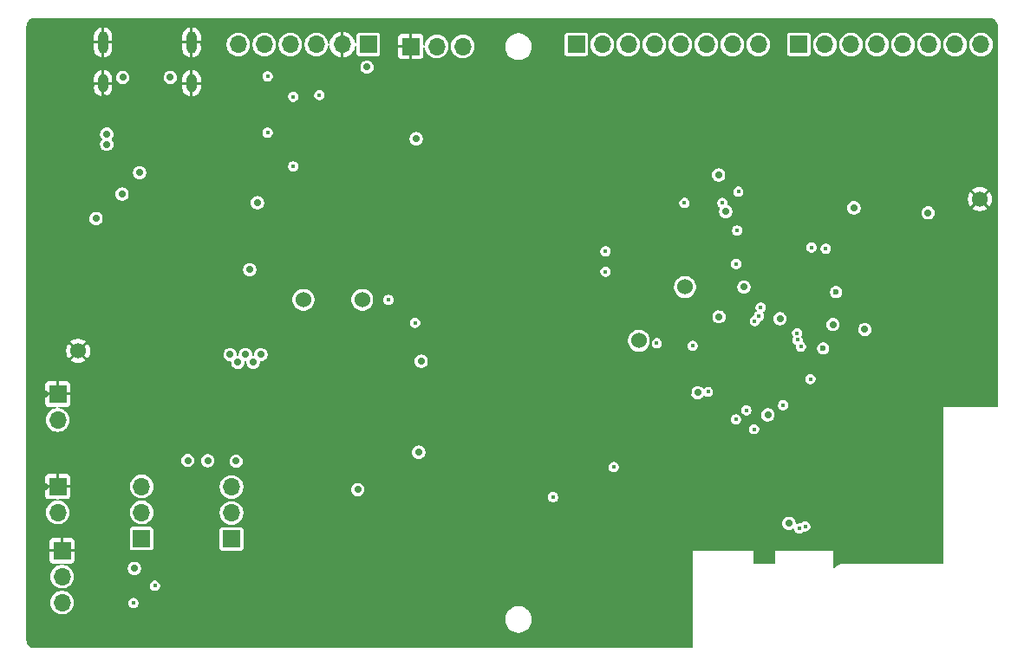
<source format=gbr>
%TF.GenerationSoftware,KiCad,Pcbnew,9.0.0*%
%TF.CreationDate,2025-05-06T12:07:41+02:00*%
%TF.ProjectId,Processing_board,50726f63-6573-4736-996e-675f626f6172,rev?*%
%TF.SameCoordinates,Original*%
%TF.FileFunction,Copper,L2,Inr*%
%TF.FilePolarity,Positive*%
%FSLAX46Y46*%
G04 Gerber Fmt 4.6, Leading zero omitted, Abs format (unit mm)*
G04 Created by KiCad (PCBNEW 9.0.0) date 2025-05-06 12:07:41*
%MOMM*%
%LPD*%
G01*
G04 APERTURE LIST*
%TA.AperFunction,ComponentPad*%
%ADD10R,0.500000X0.900000*%
%TD*%
%TA.AperFunction,ComponentPad*%
%ADD11R,1.700000X1.700000*%
%TD*%
%TA.AperFunction,ComponentPad*%
%ADD12O,1.700000X1.700000*%
%TD*%
%TA.AperFunction,ComponentPad*%
%ADD13C,1.530000*%
%TD*%
%TA.AperFunction,ComponentPad*%
%ADD14O,1.000000X1.800000*%
%TD*%
%TA.AperFunction,ComponentPad*%
%ADD15O,1.000000X2.200000*%
%TD*%
%TA.AperFunction,ViaPad*%
%ADD16C,0.700000*%
%TD*%
%TA.AperFunction,ViaPad*%
%ADD17C,0.600000*%
%TD*%
%TA.AperFunction,ViaPad*%
%ADD18C,0.400000*%
%TD*%
G04 APERTURE END LIST*
D10*
%TO.N,GND*%
%TO.C,AE1*%
X168250000Y-118600000D03*
%TD*%
D11*
%TO.N,/ADC/CH0*%
%TO.C,J1*%
X132640000Y-68800000D03*
D12*
%TO.N,/ADC/CH1*%
X135180000Y-68800000D03*
%TO.N,/ADC/CH2*%
X137720000Y-68800000D03*
%TO.N,/ADC/CH3*%
X140260000Y-68800000D03*
%TO.N,/ADC/CH4*%
X142800000Y-68800000D03*
%TO.N,/ADC/CH5*%
X145340000Y-68800000D03*
%TO.N,/ADC/CH6*%
X147880000Y-68800000D03*
%TO.N,/ADC/CH7*%
X150420000Y-68800000D03*
%TD*%
D13*
%TO.N,GND*%
%TO.C,TP1*%
X84000000Y-98750000D03*
%TD*%
D11*
%TO.N,GND*%
%TO.C,J4*%
X82425000Y-118275000D03*
D12*
%TO.N,/USART2_TX_CONN*%
X82425000Y-120815000D03*
%TO.N,/USART2_RX_CONN*%
X82425000Y-123355000D03*
%TD*%
D13*
%TO.N,/USART1_TX*%
%TO.C,TP13*%
X111750000Y-93750000D03*
%TD*%
D14*
%TO.N,GND*%
%TO.C,J11*%
X95070000Y-72577500D03*
X86430000Y-72577500D03*
D15*
X95070000Y-68577500D03*
X86430000Y-68577500D03*
%TD*%
D11*
%TO.N,/Power switching and voltage adaptation/Pre_LDO5V*%
%TO.C,J8*%
X90200000Y-117080000D03*
D12*
%TO.N,/Power*%
X90200000Y-114540000D03*
%TO.N,/Power switching and voltage adaptation/Skip_LDO5V*%
X90200000Y-112000000D03*
%TD*%
D11*
%TO.N,/ADC/CH8*%
%TO.C,J2*%
X154380000Y-68800000D03*
D12*
%TO.N,/ADC/CH9*%
X156920000Y-68800000D03*
%TO.N,/ADC/CH10*%
X159460000Y-68800000D03*
%TO.N,/ADC/CH11*%
X162000000Y-68800000D03*
%TO.N,/ADC/CH12*%
X164540000Y-68800000D03*
%TO.N,/ADC/CH13*%
X167080000Y-68800000D03*
%TO.N,/ADC/CH14*%
X169620000Y-68800000D03*
%TO.N,/ADC/CH15*%
X172160000Y-68800000D03*
%TD*%
D11*
%TO.N,GND*%
%TO.C,J5*%
X116475000Y-68975000D03*
D12*
%TO.N,/USART3_TX_CONN*%
X119015000Y-68975000D03*
%TO.N,/USART3_RX_CONN*%
X121555000Y-68975000D03*
%TD*%
D13*
%TO.N,/SPI3_MOSI*%
%TO.C,TP5*%
X138750000Y-97750000D03*
%TD*%
D11*
%TO.N,GND*%
%TO.C,J6*%
X82000000Y-112000000D03*
D12*
%TO.N,/Power*%
X82000000Y-114540000D03*
%TD*%
D13*
%TO.N,/SPI3_MISO*%
%TO.C,TP6*%
X143250000Y-92500000D03*
%TD*%
D11*
%TO.N,GND*%
%TO.C,J7*%
X82000000Y-102960000D03*
D12*
%TO.N,/EMG_modules_1.8V*%
X82000000Y-105500000D03*
%TD*%
D13*
%TO.N,GND*%
%TO.C,TP3*%
X172050000Y-83900000D03*
%TD*%
D11*
%TO.N,/Power switching and voltage adaptation/Post_LDO5V*%
%TO.C,J9*%
X98975000Y-117125000D03*
D12*
%TO.N,/Power switching and voltage adaptation/5V_Pre_PMOS*%
X98975000Y-114585000D03*
%TO.N,/Power switching and voltage adaptation/Skip_LDO5V*%
X98975000Y-112045000D03*
%TD*%
D13*
%TO.N,/USART1_RX*%
%TO.C,TP12*%
X106000000Y-93750000D03*
%TD*%
D11*
%TO.N,+3.3V*%
%TO.C,J3*%
X112340000Y-68800000D03*
D12*
%TO.N,GND*%
X109800000Y-68800000D03*
%TO.N,/SWD_NRST*%
X107260000Y-68800000D03*
%TO.N,/SWDIO*%
X104720000Y-68800000D03*
%TO.N,/SWCLK*%
X102180000Y-68800000D03*
%TO.N,/SWD_Traces*%
X99640000Y-68800000D03*
%TD*%
D16*
%TO.N,GND*%
X131250000Y-94750000D03*
X149025000Y-101075000D03*
X94000000Y-81540000D03*
X141750000Y-99000000D03*
X131500000Y-113000000D03*
X167000000Y-108500000D03*
X164250000Y-108000000D03*
X152125000Y-98025000D03*
X157960000Y-99410000D03*
X165000000Y-117750000D03*
X120200000Y-74000000D03*
D17*
X151865017Y-82919503D03*
D16*
X162500000Y-117250000D03*
X102050000Y-124000000D03*
X151500000Y-106000000D03*
X124750000Y-98000000D03*
X147265017Y-86144503D03*
X134500000Y-104500000D03*
X162750000Y-104750000D03*
X158000000Y-91250000D03*
X150020000Y-92500000D03*
D17*
X96095000Y-108092500D03*
D16*
X143800000Y-117350000D03*
X151500000Y-110325842D03*
X151904651Y-107780842D03*
X134750000Y-83250000D03*
X159365000Y-98110000D03*
X122750000Y-103750000D03*
X155200000Y-73200000D03*
X81480000Y-75550000D03*
X142750000Y-118750000D03*
X158299651Y-107575842D03*
X139200000Y-73200000D03*
X141600000Y-73000000D03*
X142736116Y-126906400D03*
X167000000Y-110750000D03*
X147000000Y-73200000D03*
X165000000Y-115250000D03*
X144200000Y-73200000D03*
X157860000Y-102710000D03*
X102750000Y-109375000D03*
X152600000Y-74319503D03*
X86500000Y-74050000D03*
X87000000Y-76500000D03*
X80750000Y-112000000D03*
X138750000Y-121000000D03*
X146400000Y-117400000D03*
X85600000Y-87000000D03*
X167000000Y-106250000D03*
X96250000Y-68750000D03*
X152175000Y-99975000D03*
X121750000Y-95000000D03*
X118000000Y-122500000D03*
X145250000Y-115000000D03*
X146250000Y-92250000D03*
X143000000Y-95000000D03*
X105900000Y-122300000D03*
X152500000Y-116000000D03*
D17*
X153365017Y-77819503D03*
D16*
X114750000Y-78750000D03*
D17*
X96095000Y-107092500D03*
D16*
X148500000Y-111250000D03*
X85200000Y-68600000D03*
X109800000Y-70600000D03*
X163418000Y-95673000D03*
X171200000Y-73200000D03*
X159750000Y-83750000D03*
X155250000Y-117500000D03*
X146700000Y-94500000D03*
X103500000Y-76750000D03*
X117750000Y-97500000D03*
X163750000Y-110750000D03*
X161000000Y-85250000D03*
X81480000Y-78050000D03*
X160400000Y-73200000D03*
D17*
X153515017Y-79719503D03*
D16*
X158250000Y-118500000D03*
X153000000Y-117500000D03*
X96500000Y-72500000D03*
X139750000Y-80250000D03*
X147825000Y-102200000D03*
X160250000Y-116000000D03*
X139000000Y-126000000D03*
X159750000Y-113000000D03*
X156750000Y-108500000D03*
X93000000Y-87750000D03*
X169525000Y-94716000D03*
X172500000Y-87500000D03*
X93950000Y-74610662D03*
X148025000Y-97950000D03*
X149100000Y-99175000D03*
X134225000Y-100250000D03*
X161767503Y-96527983D03*
X158000000Y-87233983D03*
X87500000Y-87750000D03*
X173200000Y-73000000D03*
X157800000Y-73200000D03*
X168400000Y-73200000D03*
X108500000Y-74500000D03*
X146000000Y-104500000D03*
X161700000Y-101300000D03*
X136600000Y-73200000D03*
D17*
X151815017Y-79869503D03*
D16*
X165800000Y-73200000D03*
X167000000Y-113000000D03*
X161400000Y-100600000D03*
X143400000Y-85200000D03*
X115500000Y-94750000D03*
X117150000Y-115000000D03*
X133250000Y-97500000D03*
X169250000Y-79250000D03*
X151150000Y-101100000D03*
X157839437Y-101129445D03*
X162500000Y-78250000D03*
X151075000Y-99200000D03*
X142780466Y-101000000D03*
X85250000Y-70250000D03*
X110000000Y-83250000D03*
X157265017Y-81869503D03*
X141000000Y-94750000D03*
X119250000Y-125500000D03*
X129000000Y-119000000D03*
D17*
X87347000Y-107002500D03*
D16*
X132750000Y-120750000D03*
X80750000Y-103000000D03*
X111500000Y-125500000D03*
X98000000Y-70250000D03*
X155395000Y-104600000D03*
X148250000Y-117500000D03*
D17*
X96488000Y-116447500D03*
D16*
X166000000Y-85250000D03*
D17*
X151865017Y-77819503D03*
D16*
X159750000Y-105500000D03*
X163000000Y-73200000D03*
X157750000Y-115750000D03*
X149270341Y-89994220D03*
X155700000Y-94510000D03*
X149600000Y-73200000D03*
X161299651Y-110625842D03*
X150250000Y-115450000D03*
X133500000Y-114250000D03*
X127000000Y-91250000D03*
X131900000Y-110900000D03*
X170500000Y-85293000D03*
X91425000Y-109350000D03*
X160250000Y-118500000D03*
X136500000Y-90000000D03*
X91250000Y-120500000D03*
X104500000Y-95000000D03*
X113590000Y-120600000D03*
X167250000Y-117750000D03*
X153500000Y-96549998D03*
X106250000Y-74500000D03*
X150075000Y-102150000D03*
X149975000Y-98075000D03*
X124250000Y-87000000D03*
X109000000Y-101500000D03*
X116250000Y-89500000D03*
X143570466Y-102770000D03*
X86250000Y-75800000D03*
X127750000Y-77000000D03*
X151250000Y-112700000D03*
X88250000Y-79000000D03*
X136500000Y-116750000D03*
X140250000Y-111000000D03*
X146565017Y-82569503D03*
X159750000Y-108500000D03*
X129150000Y-113650000D03*
X161525000Y-102310000D03*
X155299651Y-110625842D03*
X140750000Y-90000000D03*
X155000000Y-106500000D03*
X163250000Y-114300000D03*
X130600000Y-110895000D03*
X147900000Y-100000000D03*
D17*
X99988000Y-119697500D03*
D16*
X135250000Y-109250000D03*
X103500000Y-73750000D03*
X167000000Y-115250000D03*
X142750000Y-125000000D03*
X149500000Y-113800000D03*
X143000000Y-109000000D03*
X105395000Y-106020000D03*
X158700000Y-96100000D03*
X150020000Y-94000000D03*
X80800000Y-118200000D03*
X142750000Y-120750000D03*
X168250000Y-84250000D03*
X111000000Y-100500000D03*
D17*
X153765017Y-82969503D03*
D16*
X142750000Y-123000000D03*
X157860000Y-101910000D03*
X135500000Y-124750000D03*
X106250000Y-88750000D03*
X134000000Y-73200000D03*
X152100000Y-102225000D03*
X85250000Y-72750000D03*
X80750000Y-88500000D03*
X153550000Y-95700000D03*
D17*
X87347000Y-108002500D03*
D16*
X116400000Y-71200000D03*
X138750000Y-92500000D03*
X87480000Y-100020000D03*
X147750000Y-115000000D03*
X93238000Y-116447500D03*
X102800000Y-84250000D03*
X157500000Y-117000000D03*
X119500000Y-83750000D03*
X158250000Y-89000000D03*
X162500000Y-85750000D03*
D17*
X99988000Y-120697500D03*
D16*
X111750000Y-76750000D03*
X155150000Y-108750000D03*
X103500000Y-80500000D03*
X162500000Y-118500000D03*
X165500000Y-104750000D03*
X89750000Y-124750000D03*
D18*
%TO.N,/SWD_NRST*%
X107560000Y-73740000D03*
X130380000Y-113030000D03*
D16*
%TO.N,+3.3V*%
X100750000Y-90800000D03*
X146575000Y-95400000D03*
X101090000Y-99850000D03*
X146540015Y-81539504D03*
X86795000Y-77550000D03*
X157695000Y-96160000D03*
X147240017Y-85119503D03*
X101500000Y-84250000D03*
X90000000Y-81320000D03*
X99590000Y-99850000D03*
X99425000Y-109525000D03*
X153400000Y-115600000D03*
X159750000Y-84750000D03*
X144500000Y-102829017D03*
X112200000Y-71000000D03*
X98840000Y-99100000D03*
X89500000Y-120000000D03*
X151350000Y-105000000D03*
X94700000Y-109450000D03*
X96650000Y-109475000D03*
X149020000Y-92500000D03*
X88285000Y-83400000D03*
X117250000Y-108650000D03*
X86795000Y-78550000D03*
X85750000Y-85800000D03*
X100340000Y-99100000D03*
X101840000Y-99100000D03*
X117000000Y-78000000D03*
X160818000Y-96648000D03*
X152527839Y-95600000D03*
%TO.N,+5V*%
X117500000Y-99750000D03*
X167000000Y-85250000D03*
D17*
%TO.N,/VDD11*%
X156750000Y-98500000D03*
D18*
X154579000Y-98321000D03*
D17*
X158000000Y-93000000D03*
D18*
X155500000Y-101500000D03*
%TO.N,/SWDIO*%
X105000000Y-73900000D03*
X105000000Y-80700000D03*
%TO.N,/SWCLK*%
X102500000Y-71900000D03*
X102500000Y-77400000D03*
%TO.N,/USART2_RX*%
X145500000Y-102750000D03*
X89400000Y-123400000D03*
%TO.N,/USART2_TX*%
X91500000Y-121700000D03*
X136300000Y-110100000D03*
%TO.N,/USART3_RX*%
X148250000Y-90250000D03*
X135500000Y-89000000D03*
%TO.N,/USART3_TX*%
X150068319Y-95839309D03*
X135500000Y-91000000D03*
%TO.N,Net-(U1-NRST)*%
X150000000Y-106400000D03*
X152823775Y-104050000D03*
D16*
%TO.N,/USB-C circuit/USB_VBUS*%
X88350000Y-72000000D03*
X111295000Y-112295000D03*
X93000000Y-72000000D03*
D18*
%TO.N,/ANT_LOGIC_1*%
X155000000Y-115900000D03*
X149249684Y-104543209D03*
%TO.N,/USART1_RX*%
X116900000Y-96001000D03*
X150453955Y-95351469D03*
%TO.N,/USART1_TX*%
X114300000Y-93750000D03*
X150654362Y-94499294D03*
%TO.N,/ANT_LOGIC_2*%
X148233496Y-105432131D03*
X154417600Y-116095207D03*
%TO.N,/SPI3_MOSI*%
X144000000Y-98250000D03*
X143200000Y-84275000D03*
X146900000Y-84275000D03*
X140500000Y-98000000D03*
%TO.N,/SPI3_SCK*%
X148465103Y-83178803D03*
X148345000Y-86970000D03*
%TO.N,/ADC_GPIO2*%
X154202859Y-97000000D03*
X155615017Y-88634983D03*
%TO.N,/ADC_GPIO3*%
X157000000Y-88750000D03*
X154240380Y-97671000D03*
%TD*%
%TA.AperFunction,Conductor*%
%TO.N,GND*%
G36*
X173003614Y-66200855D02*
G01*
X173148726Y-66215148D01*
X173162943Y-66217975D01*
X173298983Y-66259243D01*
X173312385Y-66264795D01*
X173437748Y-66331803D01*
X173449810Y-66339862D01*
X173559697Y-66430044D01*
X173569955Y-66440302D01*
X173660137Y-66550189D01*
X173668196Y-66562251D01*
X173735204Y-66687614D01*
X173740756Y-66701016D01*
X173782022Y-66837050D01*
X173784852Y-66851278D01*
X173799144Y-66996385D01*
X173799500Y-67003638D01*
X173799500Y-104176000D01*
X173777826Y-104228326D01*
X173725500Y-104250000D01*
X168500000Y-104250000D01*
X168500000Y-119475500D01*
X168478326Y-119527826D01*
X168426000Y-119549500D01*
X158655518Y-119549500D01*
X158468884Y-119579059D01*
X158468871Y-119579062D01*
X158289175Y-119637449D01*
X158120801Y-119723239D01*
X157967931Y-119834306D01*
X157876326Y-119925911D01*
X157824000Y-119947585D01*
X157771674Y-119925911D01*
X157750000Y-119873585D01*
X157750000Y-118328742D01*
X152050000Y-118293742D01*
X152019024Y-119484966D01*
X151995997Y-119536710D01*
X151945049Y-119557042D01*
X150024000Y-119557042D01*
X149971674Y-119535368D01*
X149950000Y-119483042D01*
X149950000Y-118293742D01*
X144000000Y-118328742D01*
X144000000Y-127725500D01*
X143978326Y-127777826D01*
X143926000Y-127799500D01*
X79753638Y-127799500D01*
X79746385Y-127799144D01*
X79601278Y-127784852D01*
X79587050Y-127782022D01*
X79451016Y-127740756D01*
X79437614Y-127735204D01*
X79312251Y-127668196D01*
X79300189Y-127660137D01*
X79190302Y-127569955D01*
X79180044Y-127559697D01*
X79089862Y-127449810D01*
X79081803Y-127437748D01*
X79014795Y-127312385D01*
X79009243Y-127298983D01*
X79003824Y-127281118D01*
X78967975Y-127162943D01*
X78965148Y-127148726D01*
X78950856Y-127003614D01*
X78950500Y-126996361D01*
X78950500Y-124897646D01*
X125699500Y-124897646D01*
X125699500Y-125102353D01*
X125731522Y-125304531D01*
X125731525Y-125304544D01*
X125794777Y-125499213D01*
X125887712Y-125681610D01*
X125961406Y-125783040D01*
X126008034Y-125847219D01*
X126152781Y-125991966D01*
X126244695Y-126058745D01*
X126318389Y-126112287D01*
X126406300Y-126157079D01*
X126500781Y-126205220D01*
X126500783Y-126205220D01*
X126500786Y-126205222D01*
X126695455Y-126268474D01*
X126695461Y-126268475D01*
X126695466Y-126268477D01*
X126796557Y-126284488D01*
X126897646Y-126300500D01*
X126897648Y-126300500D01*
X127102354Y-126300500D01*
X127183224Y-126287690D01*
X127304534Y-126268477D01*
X127304541Y-126268474D01*
X127304544Y-126268474D01*
X127499213Y-126205222D01*
X127499213Y-126205221D01*
X127499219Y-126205220D01*
X127681610Y-126112287D01*
X127847219Y-125991966D01*
X127991966Y-125847219D01*
X128112287Y-125681610D01*
X128205220Y-125499219D01*
X128268477Y-125304534D01*
X128300500Y-125102352D01*
X128300500Y-124897648D01*
X128268477Y-124695466D01*
X128268475Y-124695461D01*
X128268474Y-124695455D01*
X128205222Y-124500786D01*
X128205220Y-124500783D01*
X128205220Y-124500781D01*
X128157079Y-124406300D01*
X128112287Y-124318389D01*
X128049920Y-124232548D01*
X127991966Y-124152781D01*
X127847219Y-124008034D01*
X127778344Y-123957994D01*
X127681610Y-123887712D01*
X127499213Y-123794777D01*
X127304544Y-123731525D01*
X127304531Y-123731522D01*
X127102354Y-123699500D01*
X127102352Y-123699500D01*
X126897648Y-123699500D01*
X126897646Y-123699500D01*
X126695468Y-123731522D01*
X126695455Y-123731525D01*
X126500786Y-123794777D01*
X126318389Y-123887712D01*
X126152785Y-124008031D01*
X126152781Y-124008034D01*
X126008034Y-124152781D01*
X126008031Y-124152784D01*
X126008031Y-124152785D01*
X125887712Y-124318389D01*
X125794777Y-124500786D01*
X125731525Y-124695455D01*
X125731522Y-124695468D01*
X125699500Y-124897646D01*
X78950500Y-124897646D01*
X78950500Y-123264453D01*
X81274500Y-123264453D01*
X81274500Y-123445546D01*
X81302828Y-123624406D01*
X81302831Y-123624419D01*
X81358787Y-123796635D01*
X81358788Y-123796638D01*
X81358789Y-123796639D01*
X81441004Y-123957994D01*
X81547447Y-124104501D01*
X81675499Y-124232553D01*
X81822006Y-124338996D01*
X81983361Y-124421211D01*
X81983364Y-124421212D01*
X81983363Y-124421212D01*
X82155580Y-124477168D01*
X82155586Y-124477169D01*
X82155591Y-124477171D01*
X82274833Y-124496057D01*
X82334453Y-124505500D01*
X82334454Y-124505500D01*
X82515547Y-124505500D01*
X82560261Y-124498417D01*
X82694409Y-124477171D01*
X82694416Y-124477168D01*
X82694419Y-124477168D01*
X82772601Y-124451765D01*
X82866639Y-124421211D01*
X83027994Y-124338996D01*
X83174501Y-124232553D01*
X83302553Y-124104501D01*
X83408996Y-123957994D01*
X83491211Y-123796639D01*
X83547171Y-123624409D01*
X83575500Y-123445546D01*
X83575500Y-123334105D01*
X88899500Y-123334105D01*
X88899500Y-123465894D01*
X88933606Y-123593181D01*
X88933610Y-123593190D01*
X88951640Y-123624419D01*
X88999500Y-123707314D01*
X89092686Y-123800500D01*
X89206814Y-123866392D01*
X89334105Y-123900499D01*
X89334106Y-123900500D01*
X89334108Y-123900500D01*
X89465894Y-123900500D01*
X89465894Y-123900499D01*
X89593186Y-123866392D01*
X89707314Y-123800500D01*
X89800500Y-123707314D01*
X89866392Y-123593186D01*
X89900499Y-123465894D01*
X89900500Y-123465894D01*
X89900500Y-123334106D01*
X89900499Y-123334105D01*
X89866393Y-123206818D01*
X89866392Y-123206814D01*
X89800500Y-123092686D01*
X89707314Y-122999500D01*
X89593190Y-122933610D01*
X89593181Y-122933606D01*
X89465894Y-122899500D01*
X89465892Y-122899500D01*
X89334108Y-122899500D01*
X89334106Y-122899500D01*
X89206818Y-122933606D01*
X89206809Y-122933610D01*
X89092685Y-122999500D01*
X88999500Y-123092685D01*
X88933610Y-123206809D01*
X88933606Y-123206818D01*
X88899500Y-123334105D01*
X83575500Y-123334105D01*
X83575500Y-123264454D01*
X83547171Y-123085591D01*
X83547169Y-123085586D01*
X83547168Y-123085580D01*
X83491212Y-122913364D01*
X83491211Y-122913363D01*
X83491211Y-122913361D01*
X83408996Y-122752006D01*
X83302553Y-122605499D01*
X83174501Y-122477447D01*
X83089128Y-122415420D01*
X83027996Y-122371005D01*
X82866635Y-122288787D01*
X82866636Y-122288787D01*
X82694419Y-122232831D01*
X82694406Y-122232828D01*
X82515547Y-122204500D01*
X82515546Y-122204500D01*
X82334454Y-122204500D01*
X82334453Y-122204500D01*
X82155593Y-122232828D01*
X82155580Y-122232831D01*
X81983364Y-122288787D01*
X81822004Y-122371005D01*
X81822003Y-122371005D01*
X81675503Y-122477444D01*
X81675499Y-122477447D01*
X81547447Y-122605499D01*
X81547444Y-122605502D01*
X81547444Y-122605503D01*
X81441005Y-122752003D01*
X81441005Y-122752004D01*
X81358787Y-122913364D01*
X81302831Y-123085580D01*
X81302828Y-123085593D01*
X81274500Y-123264453D01*
X78950500Y-123264453D01*
X78950500Y-117393518D01*
X81175000Y-117393518D01*
X81175000Y-118150000D01*
X81940856Y-118150000D01*
X81925000Y-118209174D01*
X81925000Y-118340826D01*
X81940856Y-118400000D01*
X81175001Y-118400000D01*
X81175001Y-119156482D01*
X81189834Y-119250148D01*
X81189835Y-119250149D01*
X81247360Y-119363046D01*
X81336953Y-119452639D01*
X81449850Y-119510164D01*
X81543518Y-119524999D01*
X82274965Y-119524999D01*
X82327291Y-119546673D01*
X82348965Y-119598999D01*
X82327291Y-119651325D01*
X82286542Y-119672088D01*
X82155591Y-119692829D01*
X82155580Y-119692831D01*
X81983364Y-119748787D01*
X81822004Y-119831005D01*
X81822003Y-119831005D01*
X81677584Y-119935932D01*
X81675499Y-119937447D01*
X81547447Y-120065499D01*
X81547444Y-120065502D01*
X81547444Y-120065503D01*
X81441005Y-120212003D01*
X81441005Y-120212004D01*
X81358787Y-120373364D01*
X81302831Y-120545580D01*
X81302828Y-120545593D01*
X81274500Y-120724453D01*
X81274500Y-120905546D01*
X81302828Y-121084406D01*
X81302831Y-121084419D01*
X81358787Y-121256635D01*
X81358788Y-121256638D01*
X81358789Y-121256639D01*
X81441004Y-121417994D01*
X81547447Y-121564501D01*
X81675499Y-121692553D01*
X81822006Y-121798996D01*
X81983361Y-121881211D01*
X81983364Y-121881212D01*
X81983363Y-121881212D01*
X82155580Y-121937168D01*
X82155586Y-121937169D01*
X82155591Y-121937171D01*
X82274833Y-121956057D01*
X82334453Y-121965500D01*
X82334454Y-121965500D01*
X82515547Y-121965500D01*
X82560261Y-121958417D01*
X82694409Y-121937171D01*
X82694416Y-121937168D01*
X82694419Y-121937168D01*
X82772601Y-121911765D01*
X82866639Y-121881211D01*
X83027994Y-121798996D01*
X83174501Y-121692553D01*
X83232949Y-121634105D01*
X90999500Y-121634105D01*
X90999500Y-121765894D01*
X91033606Y-121893181D01*
X91033607Y-121893184D01*
X91033608Y-121893186D01*
X91099500Y-122007314D01*
X91192686Y-122100500D01*
X91306814Y-122166392D01*
X91434105Y-122200499D01*
X91434106Y-122200500D01*
X91434108Y-122200500D01*
X91565894Y-122200500D01*
X91565894Y-122200499D01*
X91693186Y-122166392D01*
X91807314Y-122100500D01*
X91900500Y-122007314D01*
X91966392Y-121893186D01*
X92000499Y-121765894D01*
X92000500Y-121765894D01*
X92000500Y-121634106D01*
X92000499Y-121634105D01*
X91966393Y-121506818D01*
X91966392Y-121506814D01*
X91900500Y-121392686D01*
X91807314Y-121299500D01*
X91733070Y-121256635D01*
X91693190Y-121233610D01*
X91693181Y-121233606D01*
X91565894Y-121199500D01*
X91565892Y-121199500D01*
X91434108Y-121199500D01*
X91434106Y-121199500D01*
X91306818Y-121233606D01*
X91306809Y-121233610D01*
X91192685Y-121299500D01*
X91099500Y-121392685D01*
X91033610Y-121506809D01*
X91033606Y-121506818D01*
X90999500Y-121634105D01*
X83232949Y-121634105D01*
X83302553Y-121564501D01*
X83408996Y-121417994D01*
X83491211Y-121256639D01*
X83547171Y-121084409D01*
X83575500Y-120905546D01*
X83575500Y-120724454D01*
X83547171Y-120545591D01*
X83547169Y-120545586D01*
X83547168Y-120545580D01*
X83491212Y-120373364D01*
X83491211Y-120373363D01*
X83491211Y-120373361D01*
X83408996Y-120212006D01*
X83302553Y-120065499D01*
X83174501Y-119937447D01*
X83172414Y-119935931D01*
X88849500Y-119935931D01*
X88849500Y-120064069D01*
X88853711Y-120085240D01*
X88874497Y-120189739D01*
X88874498Y-120189742D01*
X88874499Y-120189744D01*
X88923535Y-120308127D01*
X88994724Y-120414669D01*
X89085331Y-120505276D01*
X89191873Y-120576465D01*
X89310256Y-120625501D01*
X89310258Y-120625501D01*
X89310260Y-120625502D01*
X89352903Y-120633984D01*
X89435931Y-120650500D01*
X89435933Y-120650500D01*
X89564067Y-120650500D01*
X89564069Y-120650500D01*
X89689744Y-120625501D01*
X89808127Y-120576465D01*
X89914669Y-120505276D01*
X90005276Y-120414669D01*
X90076465Y-120308127D01*
X90125501Y-120189744D01*
X90150500Y-120064069D01*
X90150500Y-119935931D01*
X90125501Y-119810256D01*
X90076465Y-119691873D01*
X90005276Y-119585331D01*
X89914669Y-119494724D01*
X89808127Y-119423535D01*
X89808124Y-119423533D01*
X89808123Y-119423533D01*
X89689742Y-119374498D01*
X89689739Y-119374497D01*
X89599696Y-119356586D01*
X89564069Y-119349500D01*
X89435931Y-119349500D01*
X89404726Y-119355707D01*
X89310260Y-119374497D01*
X89310257Y-119374498D01*
X89191876Y-119423533D01*
X89085331Y-119494723D01*
X89085330Y-119494725D01*
X88994725Y-119585330D01*
X88994723Y-119585331D01*
X88923533Y-119691876D01*
X88874498Y-119810257D01*
X88874497Y-119810260D01*
X88853043Y-119918117D01*
X88849500Y-119935931D01*
X83172414Y-119935931D01*
X83086602Y-119873585D01*
X83027996Y-119831005D01*
X82866635Y-119748787D01*
X82866636Y-119748787D01*
X82694419Y-119692831D01*
X82694406Y-119692828D01*
X82563457Y-119672088D01*
X82515166Y-119642495D01*
X82501944Y-119587423D01*
X82531537Y-119539132D01*
X82575033Y-119524999D01*
X83306481Y-119524999D01*
X83400148Y-119510165D01*
X83400149Y-119510164D01*
X83513046Y-119452639D01*
X83602639Y-119363046D01*
X83660164Y-119250149D01*
X83660164Y-119250148D01*
X83675000Y-119156481D01*
X83675000Y-118400000D01*
X82909144Y-118400000D01*
X82925000Y-118340826D01*
X82925000Y-118209174D01*
X82909144Y-118150000D01*
X83674999Y-118150000D01*
X83674999Y-117393517D01*
X83660165Y-117299851D01*
X83660164Y-117299850D01*
X83602639Y-117186953D01*
X83513046Y-117097360D01*
X83400149Y-117039835D01*
X83306482Y-117025000D01*
X82550000Y-117025000D01*
X82550000Y-117790855D01*
X82490826Y-117775000D01*
X82359174Y-117775000D01*
X82300000Y-117790855D01*
X82300000Y-117025000D01*
X81543518Y-117025000D01*
X81449851Y-117039834D01*
X81449850Y-117039835D01*
X81336953Y-117097360D01*
X81247360Y-117186953D01*
X81189835Y-117299850D01*
X81189835Y-117299851D01*
X81175000Y-117393518D01*
X78950500Y-117393518D01*
X78950500Y-116185135D01*
X89049500Y-116185135D01*
X89049500Y-117974863D01*
X89052414Y-117999986D01*
X89052415Y-117999992D01*
X89061190Y-118019865D01*
X89097794Y-118102765D01*
X89177235Y-118182206D01*
X89280009Y-118227585D01*
X89305135Y-118230500D01*
X91094864Y-118230499D01*
X91119991Y-118227585D01*
X91222765Y-118182206D01*
X91302206Y-118102765D01*
X91347585Y-117999991D01*
X91350500Y-117974865D01*
X91350499Y-116230135D01*
X97824500Y-116230135D01*
X97824500Y-118019863D01*
X97827414Y-118044986D01*
X97827415Y-118044992D01*
X97872794Y-118147765D01*
X97952235Y-118227206D01*
X98055009Y-118272585D01*
X98080135Y-118275500D01*
X99869864Y-118275499D01*
X99894991Y-118272585D01*
X99997765Y-118227206D01*
X100077206Y-118147765D01*
X100122585Y-118044991D01*
X100125500Y-118019865D01*
X100125499Y-116230136D01*
X100122585Y-116205009D01*
X100077206Y-116102235D01*
X99997765Y-116022794D01*
X99894991Y-115977415D01*
X99894990Y-115977414D01*
X99894988Y-115977414D01*
X99873659Y-115974940D01*
X99869865Y-115974500D01*
X99869864Y-115974500D01*
X98080136Y-115974500D01*
X98055013Y-115977414D01*
X98055007Y-115977415D01*
X97952234Y-116022794D01*
X97872794Y-116102234D01*
X97827414Y-116205011D01*
X97824500Y-116230135D01*
X91350499Y-116230135D01*
X91350499Y-116185136D01*
X91347585Y-116160009D01*
X91302206Y-116057235D01*
X91222765Y-115977794D01*
X91119991Y-115932415D01*
X91119990Y-115932414D01*
X91119988Y-115932414D01*
X91098659Y-115929940D01*
X91094865Y-115929500D01*
X91094864Y-115929500D01*
X89305136Y-115929500D01*
X89280013Y-115932414D01*
X89280007Y-115932415D01*
X89177234Y-115977794D01*
X89097794Y-116057234D01*
X89052414Y-116160011D01*
X89049500Y-116185135D01*
X78950500Y-116185135D01*
X78950500Y-111118518D01*
X80750000Y-111118518D01*
X80750000Y-111875000D01*
X81515856Y-111875000D01*
X81500000Y-111934174D01*
X81500000Y-112065826D01*
X81515856Y-112125000D01*
X80750001Y-112125000D01*
X80750001Y-112881482D01*
X80764834Y-112975148D01*
X80764835Y-112975149D01*
X80822360Y-113088046D01*
X80911953Y-113177639D01*
X81024850Y-113235164D01*
X81118518Y-113249999D01*
X81849965Y-113249999D01*
X81902291Y-113271673D01*
X81923965Y-113323999D01*
X81902291Y-113376325D01*
X81861542Y-113397088D01*
X81730591Y-113417829D01*
X81730580Y-113417831D01*
X81558364Y-113473787D01*
X81397004Y-113556005D01*
X81397003Y-113556005D01*
X81250503Y-113662444D01*
X81250499Y-113662447D01*
X81122447Y-113790499D01*
X81122444Y-113790502D01*
X81122444Y-113790503D01*
X81016005Y-113937003D01*
X81016005Y-113937004D01*
X80933787Y-114098364D01*
X80877831Y-114270580D01*
X80877828Y-114270593D01*
X80849500Y-114449453D01*
X80849500Y-114630546D01*
X80877828Y-114809406D01*
X80877831Y-114809419D01*
X80933787Y-114981635D01*
X80933788Y-114981638D01*
X80933789Y-114981639D01*
X81016004Y-115142994D01*
X81122447Y-115289501D01*
X81250499Y-115417553D01*
X81397006Y-115523996D01*
X81558361Y-115606211D01*
X81558364Y-115606212D01*
X81558363Y-115606212D01*
X81730580Y-115662168D01*
X81730586Y-115662169D01*
X81730591Y-115662171D01*
X81849833Y-115681057D01*
X81909453Y-115690500D01*
X81909454Y-115690500D01*
X82090547Y-115690500D01*
X82135261Y-115683417D01*
X82269409Y-115662171D01*
X82269416Y-115662168D01*
X82269419Y-115662168D01*
X82372076Y-115628813D01*
X82441639Y-115606211D01*
X82602994Y-115523996D01*
X82749501Y-115417553D01*
X82877553Y-115289501D01*
X82983996Y-115142994D01*
X83066211Y-114981639D01*
X83122171Y-114809409D01*
X83150500Y-114630546D01*
X83150500Y-114449454D01*
X83150500Y-114449453D01*
X89049500Y-114449453D01*
X89049500Y-114630546D01*
X89077828Y-114809406D01*
X89077831Y-114809419D01*
X89133787Y-114981635D01*
X89133788Y-114981638D01*
X89133789Y-114981639D01*
X89216004Y-115142994D01*
X89322447Y-115289501D01*
X89450499Y-115417553D01*
X89597006Y-115523996D01*
X89758361Y-115606211D01*
X89758364Y-115606212D01*
X89758363Y-115606212D01*
X89930580Y-115662168D01*
X89930586Y-115662169D01*
X89930591Y-115662171D01*
X90049833Y-115681057D01*
X90109453Y-115690500D01*
X90109454Y-115690500D01*
X90290547Y-115690500D01*
X90335261Y-115683417D01*
X90469409Y-115662171D01*
X90469416Y-115662168D01*
X90469419Y-115662168D01*
X90572076Y-115628813D01*
X90641639Y-115606211D01*
X90802994Y-115523996D01*
X90949501Y-115417553D01*
X91077553Y-115289501D01*
X91183996Y-115142994D01*
X91266211Y-114981639D01*
X91322171Y-114809409D01*
X91350500Y-114630546D01*
X91350500Y-114494453D01*
X97824500Y-114494453D01*
X97824500Y-114675546D01*
X97852828Y-114854406D01*
X97852831Y-114854419D01*
X97908787Y-115026635D01*
X97908788Y-115026638D01*
X97908789Y-115026639D01*
X97991004Y-115187994D01*
X98097447Y-115334501D01*
X98225499Y-115462553D01*
X98372006Y-115568996D01*
X98533361Y-115651211D01*
X98533364Y-115651212D01*
X98533363Y-115651212D01*
X98705580Y-115707168D01*
X98705586Y-115707169D01*
X98705591Y-115707171D01*
X98824833Y-115726057D01*
X98884453Y-115735500D01*
X98884454Y-115735500D01*
X99065547Y-115735500D01*
X99110261Y-115728417D01*
X99244409Y-115707171D01*
X99244416Y-115707168D01*
X99244419Y-115707168D01*
X99377065Y-115664069D01*
X99416639Y-115651211D01*
X99577994Y-115568996D01*
X99623504Y-115535931D01*
X152749500Y-115535931D01*
X152749500Y-115664069D01*
X152756586Y-115699696D01*
X152774497Y-115789739D01*
X152774498Y-115789742D01*
X152774499Y-115789744D01*
X152823535Y-115908127D01*
X152894724Y-116014669D01*
X152985331Y-116105276D01*
X153091873Y-116176465D01*
X153210256Y-116225501D01*
X153210258Y-116225501D01*
X153210260Y-116225502D01*
X153233552Y-116230135D01*
X153335931Y-116250500D01*
X153335933Y-116250500D01*
X153464067Y-116250500D01*
X153464069Y-116250500D01*
X153589744Y-116225501D01*
X153708127Y-116176465D01*
X153803119Y-116112993D01*
X153858664Y-116101945D01*
X153905757Y-116133411D01*
X153914551Y-116156760D01*
X153915844Y-116156414D01*
X153951206Y-116288388D01*
X153951207Y-116288391D01*
X153951208Y-116288393D01*
X154017100Y-116402521D01*
X154110286Y-116495707D01*
X154224414Y-116561599D01*
X154351705Y-116595706D01*
X154351706Y-116595707D01*
X154351708Y-116595707D01*
X154483494Y-116595707D01*
X154483494Y-116595706D01*
X154610786Y-116561599D01*
X154724914Y-116495707D01*
X154813999Y-116406621D01*
X154866324Y-116384948D01*
X154885473Y-116387468D01*
X154934108Y-116400500D01*
X154934109Y-116400500D01*
X155065894Y-116400500D01*
X155065894Y-116400499D01*
X155193186Y-116366392D01*
X155307314Y-116300500D01*
X155400500Y-116207314D01*
X155466392Y-116093186D01*
X155500499Y-115965894D01*
X155500500Y-115965894D01*
X155500500Y-115834106D01*
X155500499Y-115834105D01*
X155485183Y-115776946D01*
X155466392Y-115706814D01*
X155400500Y-115592686D01*
X155307314Y-115499500D01*
X155243317Y-115462551D01*
X155193190Y-115433610D01*
X155193181Y-115433606D01*
X155065894Y-115399500D01*
X155065892Y-115399500D01*
X154934108Y-115399500D01*
X154934106Y-115399500D01*
X154806818Y-115433606D01*
X154806809Y-115433610D01*
X154692685Y-115499500D01*
X154603601Y-115588584D01*
X154551275Y-115610258D01*
X154532124Y-115607737D01*
X154483492Y-115594707D01*
X154351708Y-115594707D01*
X154351706Y-115594707D01*
X154224418Y-115628813D01*
X154224409Y-115628817D01*
X154161500Y-115665138D01*
X154105347Y-115672530D01*
X154060414Y-115638052D01*
X154050500Y-115601052D01*
X154050500Y-115535932D01*
X154048125Y-115523994D01*
X154025501Y-115410256D01*
X153976465Y-115291873D01*
X153905276Y-115185331D01*
X153814669Y-115094724D01*
X153708127Y-115023535D01*
X153708124Y-115023533D01*
X153708123Y-115023533D01*
X153589742Y-114974498D01*
X153589739Y-114974497D01*
X153499696Y-114956586D01*
X153464069Y-114949500D01*
X153335931Y-114949500D01*
X153304726Y-114955707D01*
X153210260Y-114974497D01*
X153210257Y-114974498D01*
X153091876Y-115023533D01*
X152985331Y-115094723D01*
X152985330Y-115094725D01*
X152894725Y-115185330D01*
X152894723Y-115185331D01*
X152823533Y-115291876D01*
X152774498Y-115410257D01*
X152774497Y-115410260D01*
X152756747Y-115499500D01*
X152749500Y-115535931D01*
X99623504Y-115535931D01*
X99724501Y-115462553D01*
X99852553Y-115334501D01*
X99958996Y-115187994D01*
X100041211Y-115026639D01*
X100097171Y-114854409D01*
X100125500Y-114675546D01*
X100125500Y-114494454D01*
X100097171Y-114315591D01*
X100097169Y-114315586D01*
X100097168Y-114315580D01*
X100041212Y-114143364D01*
X100041211Y-114143363D01*
X100041211Y-114143361D01*
X99958996Y-113982006D01*
X99852553Y-113835499D01*
X99724501Y-113707447D01*
X99639128Y-113645420D01*
X99577996Y-113601005D01*
X99416635Y-113518787D01*
X99416636Y-113518787D01*
X99244419Y-113462831D01*
X99244406Y-113462828D01*
X99065547Y-113434500D01*
X99065546Y-113434500D01*
X98884454Y-113434500D01*
X98884453Y-113434500D01*
X98705593Y-113462828D01*
X98705580Y-113462831D01*
X98533364Y-113518787D01*
X98372004Y-113601005D01*
X98372003Y-113601005D01*
X98225503Y-113707444D01*
X98225499Y-113707447D01*
X98097447Y-113835499D01*
X98097444Y-113835502D01*
X98097444Y-113835503D01*
X97991005Y-113982003D01*
X97991005Y-113982004D01*
X97908787Y-114143364D01*
X97852831Y-114315580D01*
X97852828Y-114315593D01*
X97824500Y-114494453D01*
X91350500Y-114494453D01*
X91350500Y-114449454D01*
X91322171Y-114270591D01*
X91322169Y-114270586D01*
X91322168Y-114270580D01*
X91266212Y-114098364D01*
X91266211Y-114098363D01*
X91266211Y-114098361D01*
X91183996Y-113937006D01*
X91077553Y-113790499D01*
X90949501Y-113662447D01*
X90864128Y-113600420D01*
X90802996Y-113556005D01*
X90641635Y-113473787D01*
X90641636Y-113473787D01*
X90469419Y-113417831D01*
X90469406Y-113417828D01*
X90290547Y-113389500D01*
X90290546Y-113389500D01*
X90109454Y-113389500D01*
X90109453Y-113389500D01*
X89930593Y-113417828D01*
X89930580Y-113417831D01*
X89758364Y-113473787D01*
X89597004Y-113556005D01*
X89597003Y-113556005D01*
X89450503Y-113662444D01*
X89450499Y-113662447D01*
X89322447Y-113790499D01*
X89322444Y-113790502D01*
X89322444Y-113790503D01*
X89216005Y-113937003D01*
X89216005Y-113937004D01*
X89133787Y-114098364D01*
X89077831Y-114270580D01*
X89077828Y-114270593D01*
X89049500Y-114449453D01*
X83150500Y-114449453D01*
X83122171Y-114270591D01*
X83122169Y-114270586D01*
X83122168Y-114270580D01*
X83066212Y-114098364D01*
X83066211Y-114098363D01*
X83066211Y-114098361D01*
X82983996Y-113937006D01*
X82877553Y-113790499D01*
X82749501Y-113662447D01*
X82664128Y-113600420D01*
X82602996Y-113556005D01*
X82441635Y-113473787D01*
X82441636Y-113473787D01*
X82269419Y-113417831D01*
X82269406Y-113417828D01*
X82138457Y-113397088D01*
X82090166Y-113367495D01*
X82076944Y-113312423D01*
X82106537Y-113264132D01*
X82150033Y-113249999D01*
X82881481Y-113249999D01*
X82975148Y-113235165D01*
X82975149Y-113235164D01*
X83088046Y-113177639D01*
X83177639Y-113088046D01*
X83235164Y-112975149D01*
X83235164Y-112975148D01*
X83250000Y-112881481D01*
X83250000Y-112125000D01*
X82484144Y-112125000D01*
X82500000Y-112065826D01*
X82500000Y-111934174D01*
X82493376Y-111909453D01*
X89049500Y-111909453D01*
X89049500Y-112090546D01*
X89077828Y-112269406D01*
X89077831Y-112269419D01*
X89133787Y-112441635D01*
X89133788Y-112441638D01*
X89133789Y-112441639D01*
X89146163Y-112465925D01*
X89216005Y-112602995D01*
X89216005Y-112602996D01*
X89248698Y-112647994D01*
X89322447Y-112749501D01*
X89450499Y-112877553D01*
X89597006Y-112983996D01*
X89758361Y-113066211D01*
X89758364Y-113066212D01*
X89758363Y-113066212D01*
X89930580Y-113122168D01*
X89930586Y-113122169D01*
X89930591Y-113122171D01*
X90049833Y-113141057D01*
X90109453Y-113150500D01*
X90109454Y-113150500D01*
X90290547Y-113150500D01*
X90335261Y-113143417D01*
X90469409Y-113122171D01*
X90469416Y-113122168D01*
X90469419Y-113122168D01*
X90550289Y-113095892D01*
X90641639Y-113066211D01*
X90802994Y-112983996D01*
X90949501Y-112877553D01*
X91077553Y-112749501D01*
X91183996Y-112602994D01*
X91266211Y-112441639D01*
X91322171Y-112269409D01*
X91350500Y-112090546D01*
X91350500Y-111954453D01*
X97824500Y-111954453D01*
X97824500Y-112135546D01*
X97852828Y-112314406D01*
X97852831Y-112314419D01*
X97908787Y-112486635D01*
X97908788Y-112486638D01*
X97908789Y-112486639D01*
X97991004Y-112647994D01*
X98097447Y-112794501D01*
X98225499Y-112922553D01*
X98372006Y-113028996D01*
X98533361Y-113111211D01*
X98533364Y-113111212D01*
X98533363Y-113111212D01*
X98705580Y-113167168D01*
X98705586Y-113167169D01*
X98705591Y-113167171D01*
X98824833Y-113186057D01*
X98884453Y-113195500D01*
X98884454Y-113195500D01*
X99065547Y-113195500D01*
X99110261Y-113188417D01*
X99244409Y-113167171D01*
X99244416Y-113167168D01*
X99244419Y-113167168D01*
X99322601Y-113141765D01*
X99416639Y-113111211D01*
X99577994Y-113028996D01*
X99667309Y-112964105D01*
X129879500Y-112964105D01*
X129879500Y-113095894D01*
X129913606Y-113223181D01*
X129913610Y-113223190D01*
X129937248Y-113264132D01*
X129979500Y-113337314D01*
X130072686Y-113430500D01*
X130186814Y-113496392D01*
X130314105Y-113530499D01*
X130314106Y-113530500D01*
X130314108Y-113530500D01*
X130445894Y-113530500D01*
X130445894Y-113530499D01*
X130573186Y-113496392D01*
X130687314Y-113430500D01*
X130780500Y-113337314D01*
X130846392Y-113223186D01*
X130880499Y-113095894D01*
X130880500Y-113095894D01*
X130880500Y-112964106D01*
X130880499Y-112964105D01*
X130868815Y-112920501D01*
X130846392Y-112836814D01*
X130780500Y-112722686D01*
X130687314Y-112629500D01*
X130641406Y-112602995D01*
X130573190Y-112563610D01*
X130573181Y-112563606D01*
X130445894Y-112529500D01*
X130445892Y-112529500D01*
X130314108Y-112529500D01*
X130314106Y-112529500D01*
X130186818Y-112563606D01*
X130186809Y-112563610D01*
X130072685Y-112629500D01*
X129979500Y-112722685D01*
X129913610Y-112836809D01*
X129913606Y-112836818D01*
X129879500Y-112964105D01*
X99667309Y-112964105D01*
X99724501Y-112922553D01*
X99852553Y-112794501D01*
X99958996Y-112647994D01*
X100041211Y-112486639D01*
X100097171Y-112314409D01*
X100107245Y-112250799D01*
X100110392Y-112230932D01*
X110644500Y-112230932D01*
X110644500Y-112359067D01*
X110669497Y-112484739D01*
X110669498Y-112484742D01*
X110718480Y-112602996D01*
X110718535Y-112603127D01*
X110789724Y-112709669D01*
X110880331Y-112800276D01*
X110986873Y-112871465D01*
X111105256Y-112920501D01*
X111105258Y-112920501D01*
X111105260Y-112920502D01*
X111147903Y-112928984D01*
X111230931Y-112945500D01*
X111230933Y-112945500D01*
X111359067Y-112945500D01*
X111359069Y-112945500D01*
X111484744Y-112920501D01*
X111603127Y-112871465D01*
X111709669Y-112800276D01*
X111800276Y-112709669D01*
X111871465Y-112603127D01*
X111920501Y-112484744D01*
X111945500Y-112359069D01*
X111945500Y-112230931D01*
X111926526Y-112135546D01*
X111920502Y-112105260D01*
X111920501Y-112105257D01*
X111904168Y-112065826D01*
X111871465Y-111986873D01*
X111800276Y-111880331D01*
X111709669Y-111789724D01*
X111688520Y-111775593D01*
X111674473Y-111766207D01*
X111603127Y-111718535D01*
X111603124Y-111718533D01*
X111603123Y-111718533D01*
X111484742Y-111669498D01*
X111484739Y-111669497D01*
X111394696Y-111651586D01*
X111359069Y-111644500D01*
X111230931Y-111644500D01*
X111199726Y-111650707D01*
X111105260Y-111669497D01*
X111105257Y-111669498D01*
X110986876Y-111718533D01*
X110880331Y-111789723D01*
X110880330Y-111789725D01*
X110789725Y-111880330D01*
X110789723Y-111880331D01*
X110718533Y-111986876D01*
X110669498Y-112105257D01*
X110669497Y-112105260D01*
X110644500Y-112230932D01*
X100110392Y-112230932D01*
X100112802Y-112215720D01*
X100125500Y-112135546D01*
X100125500Y-111954453D01*
X100102147Y-111807007D01*
X100097171Y-111775591D01*
X100097169Y-111775586D01*
X100097168Y-111775580D01*
X100041212Y-111603364D01*
X100041211Y-111603363D01*
X100041211Y-111603361D01*
X99958996Y-111442006D01*
X99852553Y-111295499D01*
X99724501Y-111167447D01*
X99639128Y-111105420D01*
X99577996Y-111061005D01*
X99416635Y-110978787D01*
X99416636Y-110978787D01*
X99244419Y-110922831D01*
X99244406Y-110922828D01*
X99065547Y-110894500D01*
X99065546Y-110894500D01*
X98884454Y-110894500D01*
X98884453Y-110894500D01*
X98705593Y-110922828D01*
X98705580Y-110922831D01*
X98533364Y-110978787D01*
X98372004Y-111061005D01*
X98372003Y-111061005D01*
X98225503Y-111167444D01*
X98225499Y-111167447D01*
X98097447Y-111295499D01*
X98097444Y-111295502D01*
X98097444Y-111295503D01*
X97991005Y-111442003D01*
X97991005Y-111442004D01*
X97908787Y-111603364D01*
X97852831Y-111775580D01*
X97852828Y-111775593D01*
X97824500Y-111954453D01*
X91350500Y-111954453D01*
X91350500Y-111909454D01*
X91322171Y-111730591D01*
X91322169Y-111730586D01*
X91322168Y-111730580D01*
X91266212Y-111558364D01*
X91266211Y-111558363D01*
X91266211Y-111558361D01*
X91183996Y-111397006D01*
X91077553Y-111250499D01*
X90949501Y-111122447D01*
X90815170Y-111024850D01*
X90802996Y-111016005D01*
X90641635Y-110933787D01*
X90641636Y-110933787D01*
X90469419Y-110877831D01*
X90469406Y-110877828D01*
X90290547Y-110849500D01*
X90290546Y-110849500D01*
X90109454Y-110849500D01*
X90109453Y-110849500D01*
X89930593Y-110877828D01*
X89930580Y-110877831D01*
X89758364Y-110933787D01*
X89597004Y-111016005D01*
X89597003Y-111016005D01*
X89455908Y-111118517D01*
X89450499Y-111122447D01*
X89322447Y-111250499D01*
X89322444Y-111250502D01*
X89322444Y-111250503D01*
X89216005Y-111397003D01*
X89216005Y-111397004D01*
X89133787Y-111558364D01*
X89077831Y-111730580D01*
X89077828Y-111730593D01*
X89049500Y-111909453D01*
X82493376Y-111909453D01*
X82484144Y-111875000D01*
X83249999Y-111875000D01*
X83249999Y-111118517D01*
X83235165Y-111024851D01*
X83235164Y-111024850D01*
X83177639Y-110911953D01*
X83088046Y-110822360D01*
X82975149Y-110764835D01*
X82881482Y-110750000D01*
X82125000Y-110750000D01*
X82125000Y-111515855D01*
X82065826Y-111500000D01*
X81934174Y-111500000D01*
X81875000Y-111515855D01*
X81875000Y-110750000D01*
X81118518Y-110750000D01*
X81024851Y-110764834D01*
X81024850Y-110764835D01*
X80911953Y-110822360D01*
X80822360Y-110911953D01*
X80764835Y-111024850D01*
X80764835Y-111024851D01*
X80750000Y-111118518D01*
X78950500Y-111118518D01*
X78950500Y-109385932D01*
X94049500Y-109385932D01*
X94049500Y-109514067D01*
X94074497Y-109639739D01*
X94074498Y-109639742D01*
X94084853Y-109664742D01*
X94123535Y-109758127D01*
X94194724Y-109864669D01*
X94285331Y-109955276D01*
X94391873Y-110026465D01*
X94510256Y-110075501D01*
X94510258Y-110075501D01*
X94510260Y-110075502D01*
X94552903Y-110083984D01*
X94635931Y-110100500D01*
X94635933Y-110100500D01*
X94764067Y-110100500D01*
X94764069Y-110100500D01*
X94889744Y-110075501D01*
X95008127Y-110026465D01*
X95114669Y-109955276D01*
X95205276Y-109864669D01*
X95276465Y-109758127D01*
X95325501Y-109639744D01*
X95350500Y-109514069D01*
X95350500Y-109410932D01*
X95999500Y-109410932D01*
X95999500Y-109539067D01*
X96024497Y-109664739D01*
X96024498Y-109664742D01*
X96063179Y-109758127D01*
X96073535Y-109783127D01*
X96106941Y-109833123D01*
X96128019Y-109864669D01*
X96144724Y-109889669D01*
X96235331Y-109980276D01*
X96341873Y-110051465D01*
X96460256Y-110100501D01*
X96460258Y-110100501D01*
X96460260Y-110100502D01*
X96502903Y-110108984D01*
X96585931Y-110125500D01*
X96585933Y-110125500D01*
X96714067Y-110125500D01*
X96714069Y-110125500D01*
X96839744Y-110100501D01*
X96958127Y-110051465D01*
X97064669Y-109980276D01*
X97155276Y-109889669D01*
X97226465Y-109783127D01*
X97275501Y-109664744D01*
X97300500Y-109539069D01*
X97300500Y-109460932D01*
X98774500Y-109460932D01*
X98774500Y-109589067D01*
X98799497Y-109714739D01*
X98799498Y-109714742D01*
X98831783Y-109792686D01*
X98848535Y-109833127D01*
X98919724Y-109939669D01*
X99010331Y-110030276D01*
X99116873Y-110101465D01*
X99235256Y-110150501D01*
X99235258Y-110150501D01*
X99235260Y-110150502D01*
X99277903Y-110158984D01*
X99360931Y-110175500D01*
X99360933Y-110175500D01*
X99489067Y-110175500D01*
X99489069Y-110175500D01*
X99614744Y-110150501D01*
X99733127Y-110101465D01*
X99833938Y-110034105D01*
X135799500Y-110034105D01*
X135799500Y-110165894D01*
X135833606Y-110293181D01*
X135833607Y-110293184D01*
X135833608Y-110293186D01*
X135899500Y-110407314D01*
X135992686Y-110500500D01*
X136106814Y-110566392D01*
X136234105Y-110600499D01*
X136234106Y-110600500D01*
X136234108Y-110600500D01*
X136365894Y-110600500D01*
X136365894Y-110600499D01*
X136493186Y-110566392D01*
X136607314Y-110500500D01*
X136700500Y-110407314D01*
X136766392Y-110293186D01*
X136800499Y-110165894D01*
X136800500Y-110165894D01*
X136800500Y-110034106D01*
X136800499Y-110034105D01*
X136786075Y-109980275D01*
X136766392Y-109906814D01*
X136700500Y-109792686D01*
X136607314Y-109699500D01*
X136547112Y-109664742D01*
X136493190Y-109633610D01*
X136493181Y-109633606D01*
X136365894Y-109599500D01*
X136365892Y-109599500D01*
X136234108Y-109599500D01*
X136234106Y-109599500D01*
X136106818Y-109633606D01*
X136106809Y-109633610D01*
X135992685Y-109699500D01*
X135899500Y-109792685D01*
X135833610Y-109906809D01*
X135833606Y-109906818D01*
X135799500Y-110034105D01*
X99833938Y-110034105D01*
X99839669Y-110030276D01*
X99930276Y-109939669D01*
X100001465Y-109833127D01*
X100050501Y-109714744D01*
X100075500Y-109589069D01*
X100075500Y-109460931D01*
X100050501Y-109335256D01*
X100001465Y-109216873D01*
X99930276Y-109110331D01*
X99839669Y-109019724D01*
X99733127Y-108948535D01*
X99733124Y-108948533D01*
X99733123Y-108948533D01*
X99614742Y-108899498D01*
X99614739Y-108899497D01*
X99524696Y-108881586D01*
X99489069Y-108874500D01*
X99360931Y-108874500D01*
X99329726Y-108880707D01*
X99235260Y-108899497D01*
X99235257Y-108899498D01*
X99116876Y-108948533D01*
X99010331Y-109019723D01*
X99010330Y-109019725D01*
X98919725Y-109110330D01*
X98919723Y-109110331D01*
X98848533Y-109216876D01*
X98799498Y-109335257D01*
X98799497Y-109335260D01*
X98774500Y-109460932D01*
X97300500Y-109460932D01*
X97300500Y-109410931D01*
X97275501Y-109285256D01*
X97226465Y-109166873D01*
X97155276Y-109060331D01*
X97064669Y-108969724D01*
X96958127Y-108898535D01*
X96958124Y-108898533D01*
X96958123Y-108898533D01*
X96839742Y-108849498D01*
X96839739Y-108849497D01*
X96749696Y-108831586D01*
X96714069Y-108824500D01*
X96585931Y-108824500D01*
X96554726Y-108830707D01*
X96460260Y-108849497D01*
X96460257Y-108849498D01*
X96341876Y-108898533D01*
X96235331Y-108969723D01*
X96235330Y-108969725D01*
X96144725Y-109060330D01*
X96144723Y-109060331D01*
X96073533Y-109166876D01*
X96024498Y-109285257D01*
X96024497Y-109285260D01*
X95999500Y-109410932D01*
X95350500Y-109410932D01*
X95350500Y-109385931D01*
X95325501Y-109260256D01*
X95276465Y-109141873D01*
X95205276Y-109035331D01*
X95114669Y-108944724D01*
X95008127Y-108873535D01*
X95008124Y-108873533D01*
X95008123Y-108873533D01*
X94889742Y-108824498D01*
X94889739Y-108824497D01*
X94799696Y-108806586D01*
X94764069Y-108799500D01*
X94635931Y-108799500D01*
X94604726Y-108805707D01*
X94510260Y-108824497D01*
X94510257Y-108824498D01*
X94391876Y-108873533D01*
X94285331Y-108944723D01*
X94285330Y-108944725D01*
X94194725Y-109035330D01*
X94194723Y-109035331D01*
X94123533Y-109141876D01*
X94074498Y-109260257D01*
X94074497Y-109260260D01*
X94049500Y-109385932D01*
X78950500Y-109385932D01*
X78950500Y-108585932D01*
X116599500Y-108585932D01*
X116599500Y-108714067D01*
X116624497Y-108839739D01*
X116624498Y-108839742D01*
X116667983Y-108944725D01*
X116673535Y-108958127D01*
X116721207Y-109029473D01*
X116741824Y-109060330D01*
X116744724Y-109064669D01*
X116835331Y-109155276D01*
X116941873Y-109226465D01*
X117060256Y-109275501D01*
X117060258Y-109275501D01*
X117060260Y-109275502D01*
X117102903Y-109283984D01*
X117185931Y-109300500D01*
X117185933Y-109300500D01*
X117314067Y-109300500D01*
X117314069Y-109300500D01*
X117439744Y-109275501D01*
X117558127Y-109226465D01*
X117664669Y-109155276D01*
X117755276Y-109064669D01*
X117826465Y-108958127D01*
X117875501Y-108839744D01*
X117900500Y-108714069D01*
X117900500Y-108585931D01*
X117875501Y-108460256D01*
X117826465Y-108341873D01*
X117755276Y-108235331D01*
X117664669Y-108144724D01*
X117558127Y-108073535D01*
X117558124Y-108073533D01*
X117558123Y-108073533D01*
X117439742Y-108024498D01*
X117439739Y-108024497D01*
X117349696Y-108006586D01*
X117314069Y-107999500D01*
X117185931Y-107999500D01*
X117154726Y-108005707D01*
X117060260Y-108024497D01*
X117060257Y-108024498D01*
X116941876Y-108073533D01*
X116835331Y-108144723D01*
X116835330Y-108144725D01*
X116744725Y-108235330D01*
X116744723Y-108235331D01*
X116673533Y-108341876D01*
X116624498Y-108460257D01*
X116624497Y-108460260D01*
X116599500Y-108585932D01*
X78950500Y-108585932D01*
X78950500Y-102078518D01*
X80750000Y-102078518D01*
X80750000Y-102835000D01*
X81515856Y-102835000D01*
X81500000Y-102894174D01*
X81500000Y-103025826D01*
X81515856Y-103085000D01*
X80750001Y-103085000D01*
X80750001Y-103841482D01*
X80764834Y-103935148D01*
X80764835Y-103935149D01*
X80822360Y-104048046D01*
X80911953Y-104137639D01*
X81024850Y-104195164D01*
X81118518Y-104209999D01*
X81849965Y-104209999D01*
X81902291Y-104231673D01*
X81923965Y-104283999D01*
X81902291Y-104336325D01*
X81861542Y-104357088D01*
X81730591Y-104377829D01*
X81730580Y-104377831D01*
X81558364Y-104433787D01*
X81397004Y-104516005D01*
X81397003Y-104516005D01*
X81250503Y-104622444D01*
X81250499Y-104622447D01*
X81122447Y-104750499D01*
X81122444Y-104750502D01*
X81122444Y-104750503D01*
X81016005Y-104897003D01*
X81016005Y-104897004D01*
X80933787Y-105058364D01*
X80877831Y-105230580D01*
X80877828Y-105230593D01*
X80849500Y-105409453D01*
X80849500Y-105590546D01*
X80877828Y-105769406D01*
X80877831Y-105769419D01*
X80933787Y-105941635D01*
X80933788Y-105941638D01*
X80933789Y-105941639D01*
X81016004Y-106102994D01*
X81122447Y-106249501D01*
X81250499Y-106377553D01*
X81397006Y-106483996D01*
X81558361Y-106566211D01*
X81558364Y-106566212D01*
X81558363Y-106566212D01*
X81730580Y-106622168D01*
X81730586Y-106622169D01*
X81730591Y-106622171D01*
X81849833Y-106641057D01*
X81909453Y-106650500D01*
X81909454Y-106650500D01*
X82090547Y-106650500D01*
X82135261Y-106643417D01*
X82269409Y-106622171D01*
X82269416Y-106622168D01*
X82269419Y-106622168D01*
X82358617Y-106593186D01*
X82441639Y-106566211D01*
X82602994Y-106483996D01*
X82749501Y-106377553D01*
X82792949Y-106334105D01*
X149499500Y-106334105D01*
X149499500Y-106465894D01*
X149533606Y-106593181D01*
X149533610Y-106593190D01*
X149566698Y-106650500D01*
X149599500Y-106707314D01*
X149692686Y-106800500D01*
X149806814Y-106866392D01*
X149934105Y-106900499D01*
X149934106Y-106900500D01*
X149934108Y-106900500D01*
X150065894Y-106900500D01*
X150065894Y-106900499D01*
X150193186Y-106866392D01*
X150307314Y-106800500D01*
X150400500Y-106707314D01*
X150466392Y-106593186D01*
X150500499Y-106465894D01*
X150500500Y-106465894D01*
X150500500Y-106334106D01*
X150500499Y-106334105D01*
X150466393Y-106206818D01*
X150466392Y-106206814D01*
X150400500Y-106092686D01*
X150307314Y-105999500D01*
X150193190Y-105933610D01*
X150193181Y-105933606D01*
X150065894Y-105899500D01*
X150065892Y-105899500D01*
X149934108Y-105899500D01*
X149934106Y-105899500D01*
X149806818Y-105933606D01*
X149806809Y-105933610D01*
X149692685Y-105999500D01*
X149599500Y-106092685D01*
X149533610Y-106206809D01*
X149533606Y-106206818D01*
X149499500Y-106334105D01*
X82792949Y-106334105D01*
X82877553Y-106249501D01*
X82983996Y-106102994D01*
X83066211Y-105941639D01*
X83122171Y-105769409D01*
X83150500Y-105590546D01*
X83150500Y-105409454D01*
X83143655Y-105366239D01*
X83143655Y-105366236D01*
X147732996Y-105366236D01*
X147732996Y-105498025D01*
X147767102Y-105625312D01*
X147767103Y-105625315D01*
X147767104Y-105625317D01*
X147832996Y-105739445D01*
X147926182Y-105832631D01*
X148040310Y-105898523D01*
X148167601Y-105932630D01*
X148167602Y-105932631D01*
X148167604Y-105932631D01*
X148299390Y-105932631D01*
X148299390Y-105932630D01*
X148426682Y-105898523D01*
X148540810Y-105832631D01*
X148633996Y-105739445D01*
X148699888Y-105625317D01*
X148733995Y-105498025D01*
X148733996Y-105498025D01*
X148733996Y-105366237D01*
X148733995Y-105366236D01*
X148699889Y-105238949D01*
X148699888Y-105238945D01*
X148633996Y-105124817D01*
X148540810Y-105031631D01*
X148502648Y-105009598D01*
X148426686Y-104965741D01*
X148426677Y-104965737D01*
X148299390Y-104931631D01*
X148299388Y-104931631D01*
X148167604Y-104931631D01*
X148167602Y-104931631D01*
X148040314Y-104965737D01*
X148040305Y-104965741D01*
X147926181Y-105031631D01*
X147832996Y-105124816D01*
X147767106Y-105238940D01*
X147767102Y-105238949D01*
X147732996Y-105366236D01*
X83143655Y-105366236D01*
X83134425Y-105307960D01*
X83122171Y-105230591D01*
X83122169Y-105230586D01*
X83122168Y-105230580D01*
X83066212Y-105058364D01*
X83066211Y-105058363D01*
X83066211Y-105058361D01*
X82983996Y-104897006D01*
X82877553Y-104750499D01*
X82749501Y-104622447D01*
X82749498Y-104622444D01*
X82749496Y-104622443D01*
X82625473Y-104532335D01*
X82625472Y-104532335D01*
X82602994Y-104516004D01*
X82527061Y-104477314D01*
X148749184Y-104477314D01*
X148749184Y-104609103D01*
X148783290Y-104736390D01*
X148783291Y-104736393D01*
X148783292Y-104736395D01*
X148849184Y-104850523D01*
X148942370Y-104943709D01*
X149056498Y-105009601D01*
X149183789Y-105043708D01*
X149183790Y-105043709D01*
X149183792Y-105043709D01*
X149315578Y-105043709D01*
X149315578Y-105043708D01*
X149442870Y-105009601D01*
X149556998Y-104943709D01*
X149564775Y-104935932D01*
X150699500Y-104935932D01*
X150699500Y-105064067D01*
X150724497Y-105189739D01*
X150724498Y-105189742D01*
X150744876Y-105238940D01*
X150773535Y-105308127D01*
X150844724Y-105414669D01*
X150935331Y-105505276D01*
X151041873Y-105576465D01*
X151160256Y-105625501D01*
X151160258Y-105625501D01*
X151160260Y-105625502D01*
X151202903Y-105633984D01*
X151285931Y-105650500D01*
X151285933Y-105650500D01*
X151414067Y-105650500D01*
X151414069Y-105650500D01*
X151539744Y-105625501D01*
X151658127Y-105576465D01*
X151764669Y-105505276D01*
X151855276Y-105414669D01*
X151926465Y-105308127D01*
X151975501Y-105189744D01*
X152000500Y-105064069D01*
X152000500Y-104935931D01*
X151975501Y-104810256D01*
X151926465Y-104691873D01*
X151855276Y-104585331D01*
X151764669Y-104494724D01*
X151658127Y-104423535D01*
X151658124Y-104423533D01*
X151658123Y-104423533D01*
X151539742Y-104374498D01*
X151539739Y-104374497D01*
X151449696Y-104356586D01*
X151414069Y-104349500D01*
X151285931Y-104349500D01*
X151254726Y-104355707D01*
X151160260Y-104374497D01*
X151160257Y-104374498D01*
X151041876Y-104423533D01*
X150935331Y-104494723D01*
X150935330Y-104494725D01*
X150844725Y-104585330D01*
X150844723Y-104585331D01*
X150773533Y-104691876D01*
X150724498Y-104810257D01*
X150724497Y-104810260D01*
X150699500Y-104935932D01*
X149564775Y-104935932D01*
X149650184Y-104850523D01*
X149716076Y-104736395D01*
X149750183Y-104609103D01*
X149750184Y-104609103D01*
X149750184Y-104477315D01*
X149750183Y-104477314D01*
X149723526Y-104377829D01*
X149716076Y-104350023D01*
X149650184Y-104235895D01*
X149556998Y-104142709D01*
X149510550Y-104115892D01*
X149442874Y-104076819D01*
X149442865Y-104076815D01*
X149345535Y-104050736D01*
X149315578Y-104042709D01*
X149315576Y-104042709D01*
X149183792Y-104042709D01*
X149183790Y-104042709D01*
X149056502Y-104076815D01*
X149056493Y-104076819D01*
X148942369Y-104142709D01*
X148849184Y-104235894D01*
X148783294Y-104350018D01*
X148783290Y-104350027D01*
X148749184Y-104477314D01*
X82527061Y-104477314D01*
X82441639Y-104433789D01*
X82441638Y-104433788D01*
X82441635Y-104433787D01*
X82441636Y-104433787D01*
X82269419Y-104377831D01*
X82269406Y-104377828D01*
X82138457Y-104357088D01*
X82090166Y-104327495D01*
X82076944Y-104272423D01*
X82106537Y-104224132D01*
X82150033Y-104209999D01*
X82881481Y-104209999D01*
X82975148Y-104195165D01*
X82975149Y-104195164D01*
X83088046Y-104137639D01*
X83177639Y-104048046D01*
X83210219Y-103984105D01*
X152323275Y-103984105D01*
X152323275Y-104115894D01*
X152357381Y-104243181D01*
X152357382Y-104243184D01*
X152357383Y-104243186D01*
X152423275Y-104357314D01*
X152516461Y-104450500D01*
X152630589Y-104516392D01*
X152757880Y-104550499D01*
X152757881Y-104550500D01*
X152757883Y-104550500D01*
X152889669Y-104550500D01*
X152889669Y-104550499D01*
X153016961Y-104516392D01*
X153131089Y-104450500D01*
X153224275Y-104357314D01*
X153290167Y-104243186D01*
X153324274Y-104115894D01*
X153324275Y-104115894D01*
X153324275Y-103984106D01*
X153324274Y-103984105D01*
X153311156Y-103935149D01*
X153290167Y-103856814D01*
X153224275Y-103742686D01*
X153131089Y-103649500D01*
X153016965Y-103583610D01*
X153016956Y-103583606D01*
X152889669Y-103549500D01*
X152889667Y-103549500D01*
X152757883Y-103549500D01*
X152757881Y-103549500D01*
X152630593Y-103583606D01*
X152630584Y-103583610D01*
X152516460Y-103649500D01*
X152423275Y-103742685D01*
X152357385Y-103856809D01*
X152357381Y-103856818D01*
X152323275Y-103984105D01*
X83210219Y-103984105D01*
X83235164Y-103935149D01*
X83235164Y-103935148D01*
X83250000Y-103841481D01*
X83250000Y-103085000D01*
X82484144Y-103085000D01*
X82500000Y-103025826D01*
X82500000Y-102894174D01*
X82484144Y-102835000D01*
X83249999Y-102835000D01*
X83249999Y-102764948D01*
X143849500Y-102764948D01*
X143849500Y-102893086D01*
X143856586Y-102928713D01*
X143874497Y-103018756D01*
X143874498Y-103018759D01*
X143916014Y-103118988D01*
X143923535Y-103137144D01*
X143994724Y-103243686D01*
X144085331Y-103334293D01*
X144191873Y-103405482D01*
X144310256Y-103454518D01*
X144310258Y-103454518D01*
X144310260Y-103454519D01*
X144337815Y-103460000D01*
X144435931Y-103479517D01*
X144435933Y-103479517D01*
X144564067Y-103479517D01*
X144564069Y-103479517D01*
X144689744Y-103454518D01*
X144808127Y-103405482D01*
X144914669Y-103334293D01*
X145005276Y-103243686D01*
X145067571Y-103150453D01*
X145114663Y-103118988D01*
X145170212Y-103130037D01*
X145181426Y-103139240D01*
X145192686Y-103150500D01*
X145306814Y-103216392D01*
X145434105Y-103250499D01*
X145434106Y-103250500D01*
X145434108Y-103250500D01*
X145565894Y-103250500D01*
X145565894Y-103250499D01*
X145693186Y-103216392D01*
X145807314Y-103150500D01*
X145900500Y-103057314D01*
X145966392Y-102943186D01*
X146000499Y-102815894D01*
X146000500Y-102815894D01*
X146000500Y-102684106D01*
X146000499Y-102684105D01*
X145988486Y-102639273D01*
X145966392Y-102556814D01*
X145900500Y-102442686D01*
X145807314Y-102349500D01*
X145762698Y-102323741D01*
X145693190Y-102283610D01*
X145693181Y-102283606D01*
X145565894Y-102249500D01*
X145565892Y-102249500D01*
X145434108Y-102249500D01*
X145434106Y-102249500D01*
X145306818Y-102283606D01*
X145306809Y-102283610D01*
X145192685Y-102349500D01*
X145118127Y-102424059D01*
X145065801Y-102445733D01*
X145013475Y-102424059D01*
X145007717Y-102417044D01*
X145007581Y-102417157D01*
X145005275Y-102414347D01*
X144914668Y-102323740D01*
X144879473Y-102300224D01*
X144808127Y-102252552D01*
X144808124Y-102252550D01*
X144808123Y-102252550D01*
X144689742Y-102203515D01*
X144689739Y-102203514D01*
X144599696Y-102185603D01*
X144564069Y-102178517D01*
X144435931Y-102178517D01*
X144404726Y-102184724D01*
X144310260Y-102203514D01*
X144310257Y-102203515D01*
X144191876Y-102252550D01*
X144085331Y-102323740D01*
X144085330Y-102323742D01*
X143994725Y-102414347D01*
X143994723Y-102414348D01*
X143923533Y-102520893D01*
X143874498Y-102639274D01*
X143874497Y-102639277D01*
X143853043Y-102747134D01*
X143849500Y-102764948D01*
X83249999Y-102764948D01*
X83249999Y-102078517D01*
X83235165Y-101984851D01*
X83235164Y-101984850D01*
X83177639Y-101871953D01*
X83088046Y-101782360D01*
X82975149Y-101724835D01*
X82881482Y-101710000D01*
X82125000Y-101710000D01*
X82125000Y-102475855D01*
X82065826Y-102460000D01*
X81934174Y-102460000D01*
X81875000Y-102475855D01*
X81875000Y-101710000D01*
X81118518Y-101710000D01*
X81024851Y-101724834D01*
X81024850Y-101724835D01*
X80911953Y-101782360D01*
X80822360Y-101871953D01*
X80764835Y-101984850D01*
X80764835Y-101984851D01*
X80750000Y-102078518D01*
X78950500Y-102078518D01*
X78950500Y-101434105D01*
X154999500Y-101434105D01*
X154999500Y-101565894D01*
X155033606Y-101693181D01*
X155033610Y-101693190D01*
X155085093Y-101782360D01*
X155099500Y-101807314D01*
X155192686Y-101900500D01*
X155306814Y-101966392D01*
X155434105Y-102000499D01*
X155434106Y-102000500D01*
X155434108Y-102000500D01*
X155565894Y-102000500D01*
X155565894Y-102000499D01*
X155693186Y-101966392D01*
X155807314Y-101900500D01*
X155900500Y-101807314D01*
X155966392Y-101693186D01*
X156000499Y-101565894D01*
X156000500Y-101565894D01*
X156000500Y-101434106D01*
X156000499Y-101434105D01*
X155966393Y-101306818D01*
X155966392Y-101306814D01*
X155900500Y-101192686D01*
X155807314Y-101099500D01*
X155693190Y-101033610D01*
X155693181Y-101033606D01*
X155565894Y-100999500D01*
X155565892Y-100999500D01*
X155434108Y-100999500D01*
X155434106Y-100999500D01*
X155306818Y-101033606D01*
X155306809Y-101033610D01*
X155192685Y-101099500D01*
X155099500Y-101192685D01*
X155033610Y-101306809D01*
X155033606Y-101306818D01*
X154999500Y-101434105D01*
X78950500Y-101434105D01*
X78950500Y-98658312D01*
X82835000Y-98658312D01*
X82835000Y-98841687D01*
X82863687Y-99022804D01*
X82863689Y-99022815D01*
X82920350Y-99197199D01*
X83003602Y-99360593D01*
X83091563Y-99481659D01*
X83561948Y-99011273D01*
X83591898Y-99063147D01*
X83686853Y-99158102D01*
X83738725Y-99188050D01*
X83268339Y-99658436D01*
X83389406Y-99746397D01*
X83552800Y-99829649D01*
X83727184Y-99886310D01*
X83727195Y-99886312D01*
X83908312Y-99915000D01*
X84091688Y-99915000D01*
X84272804Y-99886312D01*
X84272815Y-99886310D01*
X84447199Y-99829649D01*
X84610592Y-99746397D01*
X84731659Y-99658436D01*
X84261274Y-99188050D01*
X84313147Y-99158102D01*
X84408102Y-99063147D01*
X84438051Y-99011274D01*
X84908436Y-99481659D01*
X84996397Y-99360592D01*
X85079649Y-99197199D01*
X85132048Y-99035932D01*
X98189500Y-99035932D01*
X98189500Y-99164067D01*
X98214497Y-99289739D01*
X98214498Y-99289742D01*
X98243845Y-99360593D01*
X98263535Y-99408127D01*
X98334724Y-99514669D01*
X98425331Y-99605276D01*
X98531873Y-99676465D01*
X98650256Y-99725501D01*
X98650258Y-99725501D01*
X98650260Y-99725502D01*
X98692903Y-99733984D01*
X98775931Y-99750500D01*
X98775933Y-99750500D01*
X98865500Y-99750500D01*
X98917826Y-99772174D01*
X98939500Y-99824500D01*
X98939500Y-99914069D01*
X98944606Y-99939739D01*
X98964497Y-100039739D01*
X98964498Y-100039742D01*
X98972113Y-100058127D01*
X99013535Y-100158127D01*
X99084724Y-100264669D01*
X99175331Y-100355276D01*
X99281873Y-100426465D01*
X99400256Y-100475501D01*
X99400258Y-100475501D01*
X99400260Y-100475502D01*
X99442903Y-100483984D01*
X99525931Y-100500500D01*
X99525933Y-100500500D01*
X99654067Y-100500500D01*
X99654069Y-100500500D01*
X99779744Y-100475501D01*
X99898127Y-100426465D01*
X100004669Y-100355276D01*
X100095276Y-100264669D01*
X100166465Y-100158127D01*
X100215501Y-100039744D01*
X100240500Y-99914069D01*
X100240500Y-99824500D01*
X100262174Y-99772174D01*
X100314500Y-99750500D01*
X100365500Y-99750500D01*
X100417826Y-99772174D01*
X100439500Y-99824500D01*
X100439500Y-99914069D01*
X100444606Y-99939739D01*
X100464497Y-100039739D01*
X100464498Y-100039742D01*
X100472113Y-100058127D01*
X100513535Y-100158127D01*
X100584724Y-100264669D01*
X100675331Y-100355276D01*
X100781873Y-100426465D01*
X100900256Y-100475501D01*
X100900258Y-100475501D01*
X100900260Y-100475502D01*
X100942903Y-100483984D01*
X101025931Y-100500500D01*
X101025933Y-100500500D01*
X101154067Y-100500500D01*
X101154069Y-100500500D01*
X101279744Y-100475501D01*
X101398127Y-100426465D01*
X101504669Y-100355276D01*
X101595276Y-100264669D01*
X101666465Y-100158127D01*
X101715501Y-100039744D01*
X101740500Y-99914069D01*
X101740500Y-99824500D01*
X101762174Y-99772174D01*
X101814500Y-99750500D01*
X101904067Y-99750500D01*
X101904069Y-99750500D01*
X102029744Y-99725501D01*
X102125272Y-99685932D01*
X116849500Y-99685932D01*
X116849500Y-99814067D01*
X116874497Y-99939739D01*
X116874498Y-99939742D01*
X116915919Y-100039742D01*
X116923535Y-100058127D01*
X116994724Y-100164669D01*
X117085331Y-100255276D01*
X117191873Y-100326465D01*
X117310256Y-100375501D01*
X117310258Y-100375501D01*
X117310260Y-100375502D01*
X117352903Y-100383984D01*
X117435931Y-100400500D01*
X117435933Y-100400500D01*
X117564067Y-100400500D01*
X117564069Y-100400500D01*
X117689744Y-100375501D01*
X117808127Y-100326465D01*
X117914669Y-100255276D01*
X118005276Y-100164669D01*
X118076465Y-100058127D01*
X118125501Y-99939744D01*
X118150500Y-99814069D01*
X118150500Y-99685931D01*
X118125501Y-99560256D01*
X118076465Y-99441873D01*
X118005276Y-99335331D01*
X117914669Y-99244724D01*
X117808127Y-99173535D01*
X117808124Y-99173533D01*
X117808123Y-99173533D01*
X117689742Y-99124498D01*
X117689739Y-99124497D01*
X117599696Y-99106586D01*
X117564069Y-99099500D01*
X117435931Y-99099500D01*
X117404726Y-99105707D01*
X117310260Y-99124497D01*
X117310257Y-99124498D01*
X117191876Y-99173533D01*
X117085331Y-99244723D01*
X117085330Y-99244725D01*
X116994725Y-99335330D01*
X116994723Y-99335331D01*
X116923533Y-99441876D01*
X116874498Y-99560257D01*
X116874497Y-99560260D01*
X116849500Y-99685932D01*
X102125272Y-99685932D01*
X102148127Y-99676465D01*
X102254669Y-99605276D01*
X102345276Y-99514669D01*
X102416465Y-99408127D01*
X102465501Y-99289744D01*
X102490500Y-99164069D01*
X102490500Y-99035931D01*
X102465501Y-98910256D01*
X102416465Y-98791873D01*
X102345276Y-98685331D01*
X102254669Y-98594724D01*
X102229081Y-98577627D01*
X102198681Y-98557314D01*
X102148127Y-98523535D01*
X102148124Y-98523533D01*
X102148123Y-98523533D01*
X102029742Y-98474498D01*
X102029739Y-98474497D01*
X101939696Y-98456586D01*
X101904069Y-98449500D01*
X101775931Y-98449500D01*
X101744726Y-98455707D01*
X101650260Y-98474497D01*
X101650257Y-98474498D01*
X101531876Y-98523533D01*
X101425331Y-98594723D01*
X101425330Y-98594725D01*
X101334725Y-98685330D01*
X101334723Y-98685331D01*
X101263533Y-98791876D01*
X101214498Y-98910257D01*
X101214497Y-98910260D01*
X101189500Y-99035932D01*
X101189500Y-99125500D01*
X101167826Y-99177826D01*
X101115500Y-99199500D01*
X101064500Y-99199500D01*
X101012174Y-99177826D01*
X100990500Y-99125500D01*
X100990500Y-99035932D01*
X100965502Y-98910260D01*
X100965501Y-98910257D01*
X100948294Y-98868716D01*
X100916465Y-98791873D01*
X100845276Y-98685331D01*
X100754669Y-98594724D01*
X100729081Y-98577627D01*
X100698681Y-98557314D01*
X100648127Y-98523535D01*
X100648124Y-98523533D01*
X100648123Y-98523533D01*
X100529742Y-98474498D01*
X100529739Y-98474497D01*
X100439696Y-98456586D01*
X100404069Y-98449500D01*
X100275931Y-98449500D01*
X100244726Y-98455707D01*
X100150260Y-98474497D01*
X100150257Y-98474498D01*
X100031876Y-98523533D01*
X99925331Y-98594723D01*
X99925330Y-98594725D01*
X99834725Y-98685330D01*
X99834723Y-98685331D01*
X99763533Y-98791876D01*
X99714498Y-98910257D01*
X99714497Y-98910260D01*
X99689500Y-99035932D01*
X99689500Y-99125500D01*
X99667826Y-99177826D01*
X99615500Y-99199500D01*
X99564500Y-99199500D01*
X99512174Y-99177826D01*
X99490500Y-99125500D01*
X99490500Y-99035932D01*
X99465502Y-98910260D01*
X99465501Y-98910257D01*
X99448294Y-98868716D01*
X99416465Y-98791873D01*
X99345276Y-98685331D01*
X99254669Y-98594724D01*
X99229081Y-98577627D01*
X99198681Y-98557314D01*
X99148127Y-98523535D01*
X99148124Y-98523533D01*
X99148123Y-98523533D01*
X99029742Y-98474498D01*
X99029739Y-98474497D01*
X98939696Y-98456586D01*
X98904069Y-98449500D01*
X98775931Y-98449500D01*
X98744726Y-98455707D01*
X98650260Y-98474497D01*
X98650257Y-98474498D01*
X98531876Y-98523533D01*
X98425331Y-98594723D01*
X98425330Y-98594725D01*
X98334725Y-98685330D01*
X98334723Y-98685331D01*
X98263533Y-98791876D01*
X98214498Y-98910257D01*
X98214497Y-98910260D01*
X98189500Y-99035932D01*
X85132048Y-99035932D01*
X85136310Y-99022815D01*
X85136313Y-99022801D01*
X85136643Y-99020721D01*
X85136643Y-99020719D01*
X85165000Y-98841687D01*
X85165000Y-98658312D01*
X85136312Y-98477195D01*
X85136310Y-98477184D01*
X85079649Y-98302800D01*
X84996397Y-98139406D01*
X84908436Y-98018339D01*
X84438050Y-98488724D01*
X84408102Y-98436853D01*
X84313147Y-98341898D01*
X84261273Y-98311948D01*
X84731659Y-97841563D01*
X84610593Y-97753602D01*
X84519829Y-97707357D01*
X84447199Y-97670350D01*
X84369355Y-97645057D01*
X137684500Y-97645057D01*
X137684500Y-97854943D01*
X137693363Y-97899500D01*
X137725445Y-98060789D01*
X137725447Y-98060795D01*
X137805767Y-98254703D01*
X137903184Y-98400500D01*
X137922372Y-98429216D01*
X138070784Y-98577628D01*
X138245297Y-98694233D01*
X138439205Y-98774553D01*
X138645057Y-98815500D01*
X138645059Y-98815500D01*
X138854941Y-98815500D01*
X138854943Y-98815500D01*
X139060795Y-98774553D01*
X139254703Y-98694233D01*
X139429216Y-98577628D01*
X139577628Y-98429216D01*
X139694233Y-98254703D01*
X139774553Y-98060795D01*
X139799754Y-97934105D01*
X139999500Y-97934105D01*
X139999500Y-98065894D01*
X140033606Y-98193181D01*
X140033610Y-98193190D01*
X140076927Y-98268216D01*
X140099500Y-98307314D01*
X140192686Y-98400500D01*
X140306814Y-98466392D01*
X140434105Y-98500499D01*
X140434106Y-98500500D01*
X140434108Y-98500500D01*
X140565894Y-98500500D01*
X140565894Y-98500499D01*
X140693186Y-98466392D01*
X140807314Y-98400500D01*
X140900500Y-98307314D01*
X140966392Y-98193186D01*
X140968825Y-98184105D01*
X143499500Y-98184105D01*
X143499500Y-98315894D01*
X143533606Y-98443181D01*
X143533610Y-98443190D01*
X143553237Y-98477184D01*
X143599500Y-98557314D01*
X143692686Y-98650500D01*
X143806814Y-98716392D01*
X143934105Y-98750499D01*
X143934106Y-98750500D01*
X143934108Y-98750500D01*
X144065894Y-98750500D01*
X144065894Y-98750499D01*
X144193186Y-98716392D01*
X144307314Y-98650500D01*
X144400500Y-98557314D01*
X144466392Y-98443186D01*
X144500499Y-98315894D01*
X144500500Y-98315894D01*
X144500500Y-98184106D01*
X144500499Y-98184105D01*
X144498326Y-98175997D01*
X144466392Y-98056814D01*
X144400500Y-97942686D01*
X144307314Y-97849500D01*
X144233380Y-97806814D01*
X144193190Y-97783610D01*
X144193181Y-97783606D01*
X144065894Y-97749500D01*
X144065892Y-97749500D01*
X143934108Y-97749500D01*
X143934106Y-97749500D01*
X143806818Y-97783606D01*
X143806809Y-97783610D01*
X143692685Y-97849500D01*
X143599500Y-97942685D01*
X143533610Y-98056809D01*
X143533606Y-98056818D01*
X143499500Y-98184105D01*
X140968825Y-98184105D01*
X141000499Y-98065894D01*
X141000500Y-98065894D01*
X141000500Y-97934106D01*
X141000499Y-97934105D01*
X140977829Y-97849500D01*
X140966392Y-97806814D01*
X140900500Y-97692686D01*
X140807314Y-97599500D01*
X140782199Y-97585000D01*
X140693190Y-97533610D01*
X140693181Y-97533606D01*
X140565894Y-97499500D01*
X140565892Y-97499500D01*
X140434108Y-97499500D01*
X140434106Y-97499500D01*
X140306818Y-97533606D01*
X140306809Y-97533610D01*
X140192685Y-97599500D01*
X140099500Y-97692685D01*
X140033610Y-97806809D01*
X140033606Y-97806818D01*
X139999500Y-97934105D01*
X139799754Y-97934105D01*
X139815500Y-97854943D01*
X139815500Y-97645057D01*
X139774553Y-97439205D01*
X139694233Y-97245297D01*
X139577628Y-97070784D01*
X139440949Y-96934105D01*
X153702359Y-96934105D01*
X153702359Y-97065894D01*
X153736465Y-97193181D01*
X153736469Y-97193190D01*
X153802359Y-97307314D01*
X153806628Y-97311583D01*
X153828302Y-97363909D01*
X153818388Y-97400908D01*
X153773991Y-97477805D01*
X153773986Y-97477818D01*
X153739880Y-97605105D01*
X153739880Y-97736894D01*
X153773986Y-97864181D01*
X153773990Y-97864190D01*
X153819310Y-97942686D01*
X153839880Y-97978314D01*
X153933066Y-98071500D01*
X154047194Y-98137392D01*
X154047195Y-98137392D01*
X154051395Y-98139817D01*
X154050013Y-98142210D01*
X154083839Y-98175997D01*
X154086967Y-98223506D01*
X154078500Y-98255107D01*
X154078500Y-98386894D01*
X154112606Y-98514181D01*
X154112610Y-98514190D01*
X154159106Y-98594723D01*
X154178500Y-98628314D01*
X154271686Y-98721500D01*
X154385814Y-98787392D01*
X154513105Y-98821499D01*
X154513106Y-98821500D01*
X154513108Y-98821500D01*
X154644894Y-98821500D01*
X154644894Y-98821499D01*
X154772186Y-98787392D01*
X154886314Y-98721500D01*
X154979500Y-98628314D01*
X155045392Y-98514186D01*
X155070376Y-98420940D01*
X156149500Y-98420940D01*
X156149500Y-98579059D01*
X156190421Y-98731779D01*
X156190422Y-98731781D01*
X156190423Y-98731784D01*
X156269480Y-98868716D01*
X156381284Y-98980520D01*
X156518216Y-99059577D01*
X156670940Y-99100499D01*
X156670941Y-99100500D01*
X156670943Y-99100500D01*
X156829059Y-99100500D01*
X156829059Y-99100499D01*
X156981784Y-99059577D01*
X157118716Y-98980520D01*
X157230520Y-98868716D01*
X157309577Y-98731784D01*
X157350499Y-98579059D01*
X157350500Y-98579059D01*
X157350500Y-98420941D01*
X157350499Y-98420940D01*
X157341376Y-98386894D01*
X157309577Y-98268216D01*
X157230520Y-98131284D01*
X157118716Y-98019480D01*
X156981784Y-97940423D01*
X156981781Y-97940422D01*
X156981779Y-97940421D01*
X156829059Y-97899500D01*
X156829057Y-97899500D01*
X156670943Y-97899500D01*
X156670941Y-97899500D01*
X156518220Y-97940421D01*
X156518214Y-97940424D01*
X156381283Y-98019480D01*
X156269480Y-98131283D01*
X156190424Y-98268214D01*
X156190421Y-98268220D01*
X156149500Y-98420940D01*
X155070376Y-98420940D01*
X155077984Y-98392547D01*
X155079500Y-98386893D01*
X155079500Y-98255106D01*
X155079499Y-98255105D01*
X155054044Y-98160106D01*
X155045392Y-98127814D01*
X154979500Y-98013686D01*
X154886314Y-97920500D01*
X154849941Y-97899500D01*
X154767986Y-97852183D01*
X154769358Y-97849805D01*
X154735514Y-97815938D01*
X154732413Y-97768490D01*
X154740880Y-97736892D01*
X154740880Y-97605108D01*
X154740880Y-97605106D01*
X154740879Y-97605105D01*
X154706773Y-97477818D01*
X154706772Y-97477814D01*
X154640880Y-97363686D01*
X154636610Y-97359416D01*
X154614936Y-97307090D01*
X154624850Y-97270090D01*
X154669251Y-97193186D01*
X154703358Y-97065894D01*
X154703359Y-97065894D01*
X154703359Y-96934106D01*
X154703358Y-96934105D01*
X154700214Y-96922373D01*
X154669251Y-96806814D01*
X154603359Y-96692686D01*
X154510173Y-96599500D01*
X154405703Y-96539184D01*
X154396049Y-96533610D01*
X154396040Y-96533606D01*
X154268753Y-96499500D01*
X154268751Y-96499500D01*
X154136967Y-96499500D01*
X154136965Y-96499500D01*
X154009677Y-96533606D01*
X154009668Y-96533610D01*
X153895544Y-96599500D01*
X153802359Y-96692685D01*
X153736469Y-96806809D01*
X153736465Y-96806818D01*
X153702359Y-96934105D01*
X139440949Y-96934105D01*
X139429216Y-96922372D01*
X139261786Y-96810500D01*
X139254703Y-96805767D01*
X139060795Y-96725447D01*
X139060789Y-96725445D01*
X138896096Y-96692686D01*
X138854943Y-96684500D01*
X138645057Y-96684500D01*
X138603909Y-96692685D01*
X138439210Y-96725445D01*
X138439204Y-96725447D01*
X138245296Y-96805767D01*
X138070784Y-96922371D01*
X138070783Y-96922373D01*
X137922373Y-97070783D01*
X137922371Y-97070784D01*
X137805767Y-97245296D01*
X137725447Y-97439204D01*
X137725445Y-97439210D01*
X137706668Y-97533610D01*
X137684500Y-97645057D01*
X84369355Y-97645057D01*
X84272815Y-97613689D01*
X84272804Y-97613687D01*
X84091688Y-97585000D01*
X83908312Y-97585000D01*
X83727195Y-97613687D01*
X83727184Y-97613689D01*
X83552800Y-97670350D01*
X83389411Y-97753600D01*
X83268339Y-97841563D01*
X83738725Y-98311949D01*
X83686853Y-98341898D01*
X83591898Y-98436853D01*
X83561949Y-98488725D01*
X83091563Y-98018339D01*
X83003600Y-98139411D01*
X82920350Y-98302800D01*
X82863689Y-98477184D01*
X82863687Y-98477195D01*
X82835000Y-98658312D01*
X78950500Y-98658312D01*
X78950500Y-95935105D01*
X116399500Y-95935105D01*
X116399500Y-96066894D01*
X116433606Y-96194181D01*
X116433610Y-96194190D01*
X116466121Y-96250500D01*
X116499500Y-96308314D01*
X116592686Y-96401500D01*
X116706814Y-96467392D01*
X116834105Y-96501499D01*
X116834106Y-96501500D01*
X116834108Y-96501500D01*
X116965894Y-96501500D01*
X116965894Y-96501499D01*
X117093186Y-96467392D01*
X117207314Y-96401500D01*
X117300500Y-96308314D01*
X117366392Y-96194186D01*
X117400499Y-96066894D01*
X117400500Y-96066894D01*
X117400500Y-95935106D01*
X117400499Y-95935105D01*
X117393270Y-95908127D01*
X117366392Y-95807814D01*
X117300500Y-95693686D01*
X117207314Y-95600500D01*
X117188681Y-95589742D01*
X117093190Y-95534610D01*
X117093181Y-95534606D01*
X116965894Y-95500500D01*
X116965892Y-95500500D01*
X116834108Y-95500500D01*
X116834106Y-95500500D01*
X116706818Y-95534606D01*
X116706809Y-95534610D01*
X116592685Y-95600500D01*
X116499500Y-95693685D01*
X116433610Y-95807809D01*
X116433606Y-95807818D01*
X116399500Y-95935105D01*
X78950500Y-95935105D01*
X78950500Y-95335932D01*
X145924500Y-95335932D01*
X145924500Y-95464067D01*
X145949497Y-95589739D01*
X145949498Y-95589742D01*
X145980285Y-95664069D01*
X145998535Y-95708127D01*
X146042158Y-95773414D01*
X146065143Y-95807814D01*
X146069724Y-95814669D01*
X146160331Y-95905276D01*
X146266873Y-95976465D01*
X146385256Y-96025501D01*
X146385258Y-96025501D01*
X146385260Y-96025502D01*
X146420391Y-96032490D01*
X146510931Y-96050500D01*
X146510933Y-96050500D01*
X146639067Y-96050500D01*
X146639069Y-96050500D01*
X146764744Y-96025501D01*
X146883127Y-95976465D01*
X146989669Y-95905276D01*
X147080276Y-95814669D01*
X147107842Y-95773414D01*
X149567819Y-95773414D01*
X149567819Y-95905203D01*
X149601925Y-96032490D01*
X149601929Y-96032499D01*
X149624467Y-96071535D01*
X149667819Y-96146623D01*
X149761005Y-96239809D01*
X149875133Y-96305701D01*
X150002424Y-96339808D01*
X150002425Y-96339809D01*
X150002427Y-96339809D01*
X150134213Y-96339809D01*
X150134213Y-96339808D01*
X150261505Y-96305701D01*
X150375633Y-96239809D01*
X150468819Y-96146623D01*
X150534711Y-96032495D01*
X150568818Y-95905203D01*
X150568819Y-95905203D01*
X150568819Y-95895629D01*
X150590493Y-95843303D01*
X150623664Y-95824151D01*
X150647141Y-95817861D01*
X150761269Y-95751969D01*
X150854455Y-95658783D01*
X150920347Y-95544655D01*
X150922684Y-95535932D01*
X151877339Y-95535932D01*
X151877339Y-95664067D01*
X151902336Y-95789739D01*
X151902337Y-95789742D01*
X151950192Y-95905275D01*
X151951374Y-95908127D01*
X152022563Y-96014669D01*
X152113170Y-96105276D01*
X152219712Y-96176465D01*
X152338095Y-96225501D01*
X152338097Y-96225501D01*
X152338099Y-96225502D01*
X152377453Y-96233330D01*
X152463770Y-96250500D01*
X152463772Y-96250500D01*
X152591906Y-96250500D01*
X152591908Y-96250500D01*
X152717583Y-96225501D01*
X152835966Y-96176465D01*
X152942508Y-96105276D01*
X152951853Y-96095931D01*
X157044500Y-96095931D01*
X157044500Y-96224069D01*
X157047631Y-96239808D01*
X157069497Y-96349739D01*
X157069498Y-96349742D01*
X157118230Y-96467392D01*
X157118535Y-96468127D01*
X157189724Y-96574669D01*
X157280331Y-96665276D01*
X157386873Y-96736465D01*
X157505256Y-96785501D01*
X157505258Y-96785501D01*
X157505260Y-96785502D01*
X157547903Y-96793984D01*
X157630931Y-96810500D01*
X157630933Y-96810500D01*
X157759067Y-96810500D01*
X157759069Y-96810500D01*
X157884744Y-96785501D01*
X158003127Y-96736465D01*
X158109669Y-96665276D01*
X158191013Y-96583932D01*
X160167500Y-96583932D01*
X160167500Y-96712067D01*
X160192497Y-96837739D01*
X160192498Y-96837742D01*
X160232413Y-96934106D01*
X160241535Y-96956127D01*
X160312724Y-97062669D01*
X160403331Y-97153276D01*
X160509873Y-97224465D01*
X160628256Y-97273501D01*
X160628258Y-97273501D01*
X160628260Y-97273502D01*
X160670903Y-97281984D01*
X160753931Y-97298500D01*
X160753933Y-97298500D01*
X160882067Y-97298500D01*
X160882069Y-97298500D01*
X161007744Y-97273501D01*
X161126127Y-97224465D01*
X161232669Y-97153276D01*
X161323276Y-97062669D01*
X161394465Y-96956127D01*
X161443501Y-96837744D01*
X161468500Y-96712069D01*
X161468500Y-96583931D01*
X161443501Y-96458256D01*
X161394465Y-96339873D01*
X161323276Y-96233331D01*
X161232669Y-96142724D01*
X161126127Y-96071535D01*
X161126124Y-96071533D01*
X161126123Y-96071533D01*
X161007742Y-96022498D01*
X161007739Y-96022497D01*
X160917696Y-96004586D01*
X160882069Y-95997500D01*
X160753931Y-95997500D01*
X160722726Y-96003707D01*
X160628260Y-96022497D01*
X160628257Y-96022498D01*
X160509876Y-96071533D01*
X160403331Y-96142723D01*
X160403330Y-96142725D01*
X160312725Y-96233330D01*
X160312723Y-96233331D01*
X160241533Y-96339876D01*
X160192498Y-96458257D01*
X160192497Y-96458260D01*
X160167500Y-96583932D01*
X158191013Y-96583932D01*
X158200276Y-96574669D01*
X158271465Y-96468127D01*
X158320501Y-96349744D01*
X158345500Y-96224069D01*
X158345500Y-96095931D01*
X158320501Y-95970256D01*
X158271465Y-95851873D01*
X158200276Y-95745331D01*
X158109669Y-95654724D01*
X158096789Y-95646118D01*
X158074473Y-95631207D01*
X158003127Y-95583535D01*
X158003124Y-95583533D01*
X158003123Y-95583533D01*
X157884742Y-95534498D01*
X157884739Y-95534497D01*
X157794696Y-95516586D01*
X157759069Y-95509500D01*
X157630931Y-95509500D01*
X157599726Y-95515707D01*
X157505260Y-95534497D01*
X157505257Y-95534498D01*
X157386876Y-95583533D01*
X157280331Y-95654723D01*
X157280330Y-95654725D01*
X157189725Y-95745330D01*
X157189723Y-95745331D01*
X157118533Y-95851876D01*
X157069498Y-95970257D01*
X157069497Y-95970260D01*
X157053537Y-96050500D01*
X157044500Y-96095931D01*
X152951853Y-96095931D01*
X153033115Y-96014669D01*
X153104304Y-95908127D01*
X153153340Y-95789744D01*
X153178339Y-95664069D01*
X153178339Y-95535931D01*
X153153340Y-95410256D01*
X153104304Y-95291873D01*
X153033115Y-95185331D01*
X152942508Y-95094724D01*
X152938241Y-95091873D01*
X152870184Y-95046399D01*
X152835966Y-95023535D01*
X152835963Y-95023533D01*
X152835962Y-95023533D01*
X152717581Y-94974498D01*
X152717578Y-94974497D01*
X152627535Y-94956586D01*
X152591908Y-94949500D01*
X152463770Y-94949500D01*
X152432565Y-94955707D01*
X152338099Y-94974497D01*
X152338096Y-94974498D01*
X152219715Y-95023533D01*
X152113170Y-95094723D01*
X152113169Y-95094725D01*
X152022564Y-95185330D01*
X152022562Y-95185331D01*
X151951372Y-95291876D01*
X151902337Y-95410257D01*
X151902336Y-95410260D01*
X151877339Y-95535932D01*
X150922684Y-95535932D01*
X150954455Y-95417361D01*
X150954455Y-95285577D01*
X150954455Y-95285575D01*
X150954454Y-95285574D01*
X150920348Y-95158287D01*
X150920347Y-95158283D01*
X150855748Y-95046395D01*
X150848356Y-94990246D01*
X150882831Y-94945314D01*
X150961676Y-94899794D01*
X151054862Y-94806608D01*
X151120754Y-94692480D01*
X151154861Y-94565188D01*
X151154862Y-94565188D01*
X151154862Y-94433400D01*
X151154861Y-94433399D01*
X151153740Y-94429217D01*
X151120754Y-94306108D01*
X151054862Y-94191980D01*
X150961676Y-94098794D01*
X150889831Y-94057314D01*
X150847552Y-94032904D01*
X150847543Y-94032900D01*
X150720256Y-93998794D01*
X150720254Y-93998794D01*
X150588470Y-93998794D01*
X150588468Y-93998794D01*
X150461180Y-94032900D01*
X150461171Y-94032904D01*
X150347047Y-94098794D01*
X150253862Y-94191979D01*
X150187972Y-94306103D01*
X150187968Y-94306112D01*
X150153862Y-94433399D01*
X150153862Y-94565188D01*
X150187968Y-94692475D01*
X150187972Y-94692484D01*
X150252566Y-94804364D01*
X150259958Y-94860517D01*
X150225481Y-94905449D01*
X150146641Y-94950968D01*
X150053455Y-95044154D01*
X149987565Y-95158278D01*
X149987561Y-95158287D01*
X149953455Y-95285574D01*
X149953455Y-95295148D01*
X149931781Y-95347474D01*
X149898609Y-95366626D01*
X149875135Y-95372916D01*
X149875131Y-95372917D01*
X149761004Y-95438809D01*
X149667819Y-95531994D01*
X149601929Y-95646118D01*
X149601925Y-95646127D01*
X149567819Y-95773414D01*
X147107842Y-95773414D01*
X147151465Y-95708127D01*
X147200501Y-95589744D01*
X147225500Y-95464069D01*
X147225500Y-95335931D01*
X147200501Y-95210256D01*
X147151465Y-95091873D01*
X147080276Y-94985331D01*
X146989669Y-94894724D01*
X146975231Y-94885077D01*
X146952598Y-94869954D01*
X146883127Y-94823535D01*
X146883124Y-94823533D01*
X146883123Y-94823533D01*
X146764742Y-94774498D01*
X146764739Y-94774497D01*
X146674696Y-94756586D01*
X146639069Y-94749500D01*
X146510931Y-94749500D01*
X146479726Y-94755707D01*
X146385260Y-94774497D01*
X146385257Y-94774498D01*
X146266876Y-94823533D01*
X146160331Y-94894723D01*
X146160330Y-94894725D01*
X146069725Y-94985330D01*
X146069723Y-94985331D01*
X145998533Y-95091876D01*
X145949498Y-95210257D01*
X145949497Y-95210260D01*
X145924500Y-95335932D01*
X78950500Y-95335932D01*
X78950500Y-93645058D01*
X104934500Y-93645058D01*
X104934500Y-93854941D01*
X104975445Y-94060789D01*
X104975447Y-94060795D01*
X105055767Y-94254703D01*
X105172372Y-94429216D01*
X105320784Y-94577628D01*
X105495297Y-94694233D01*
X105689205Y-94774553D01*
X105895057Y-94815500D01*
X105895059Y-94815500D01*
X106104941Y-94815500D01*
X106104943Y-94815500D01*
X106310795Y-94774553D01*
X106504703Y-94694233D01*
X106679216Y-94577628D01*
X106827628Y-94429216D01*
X106944233Y-94254703D01*
X107024553Y-94060795D01*
X107065500Y-93854943D01*
X107065500Y-93645058D01*
X110684500Y-93645058D01*
X110684500Y-93854941D01*
X110725445Y-94060789D01*
X110725447Y-94060795D01*
X110805767Y-94254703D01*
X110922372Y-94429216D01*
X111070784Y-94577628D01*
X111245297Y-94694233D01*
X111439205Y-94774553D01*
X111645057Y-94815500D01*
X111645059Y-94815500D01*
X111854941Y-94815500D01*
X111854943Y-94815500D01*
X112060795Y-94774553D01*
X112254703Y-94694233D01*
X112429216Y-94577628D01*
X112577628Y-94429216D01*
X112694233Y-94254703D01*
X112774553Y-94060795D01*
X112815500Y-93854943D01*
X112815500Y-93684105D01*
X113799500Y-93684105D01*
X113799500Y-93815894D01*
X113833606Y-93943181D01*
X113833610Y-93943190D01*
X113885406Y-94032902D01*
X113899500Y-94057314D01*
X113992686Y-94150500D01*
X114106814Y-94216392D01*
X114234105Y-94250499D01*
X114234106Y-94250500D01*
X114234108Y-94250500D01*
X114365894Y-94250500D01*
X114365894Y-94250499D01*
X114493186Y-94216392D01*
X114607314Y-94150500D01*
X114700500Y-94057314D01*
X114766392Y-93943186D01*
X114800499Y-93815894D01*
X114800500Y-93815894D01*
X114800500Y-93684106D01*
X114800499Y-93684105D01*
X114778097Y-93600500D01*
X114766392Y-93556814D01*
X114700500Y-93442686D01*
X114607314Y-93349500D01*
X114569429Y-93327627D01*
X114493190Y-93283610D01*
X114493181Y-93283606D01*
X114365894Y-93249500D01*
X114365892Y-93249500D01*
X114234108Y-93249500D01*
X114234106Y-93249500D01*
X114106818Y-93283606D01*
X114106809Y-93283610D01*
X113992685Y-93349500D01*
X113899500Y-93442685D01*
X113833610Y-93556809D01*
X113833606Y-93556818D01*
X113799500Y-93684105D01*
X112815500Y-93684105D01*
X112815500Y-93645057D01*
X112774553Y-93439205D01*
X112694233Y-93245297D01*
X112577628Y-93070784D01*
X112429216Y-92922372D01*
X112427077Y-92920943D01*
X112254703Y-92805767D01*
X112060795Y-92725447D01*
X112060789Y-92725445D01*
X111922938Y-92698025D01*
X111854943Y-92684500D01*
X111645057Y-92684500D01*
X111586699Y-92696108D01*
X111439210Y-92725445D01*
X111439204Y-92725447D01*
X111245296Y-92805767D01*
X111070784Y-92922371D01*
X111070783Y-92922373D01*
X110922373Y-93070783D01*
X110922371Y-93070784D01*
X110805767Y-93245296D01*
X110725447Y-93439204D01*
X110725445Y-93439210D01*
X110684500Y-93645058D01*
X107065500Y-93645058D01*
X107065500Y-93645057D01*
X107024553Y-93439205D01*
X106944233Y-93245297D01*
X106827628Y-93070784D01*
X106679216Y-92922372D01*
X106677077Y-92920943D01*
X106504703Y-92805767D01*
X106310795Y-92725447D01*
X106310789Y-92725445D01*
X106172938Y-92698025D01*
X106104943Y-92684500D01*
X105895057Y-92684500D01*
X105836699Y-92696108D01*
X105689210Y-92725445D01*
X105689204Y-92725447D01*
X105495296Y-92805767D01*
X105320784Y-92922371D01*
X105320783Y-92922373D01*
X105172373Y-93070783D01*
X105172371Y-93070784D01*
X105055767Y-93245296D01*
X104975447Y-93439204D01*
X104975445Y-93439210D01*
X104934500Y-93645058D01*
X78950500Y-93645058D01*
X78950500Y-92395057D01*
X142184500Y-92395057D01*
X142184500Y-92604943D01*
X142189740Y-92631284D01*
X142225445Y-92810789D01*
X142225447Y-92810795D01*
X142305767Y-93004703D01*
X142403184Y-93150500D01*
X142422372Y-93179216D01*
X142570784Y-93327628D01*
X142745297Y-93444233D01*
X142939205Y-93524553D01*
X143145057Y-93565500D01*
X143145059Y-93565500D01*
X143354941Y-93565500D01*
X143354943Y-93565500D01*
X143560795Y-93524553D01*
X143754703Y-93444233D01*
X143929216Y-93327628D01*
X144077628Y-93179216D01*
X144194233Y-93004703D01*
X144274553Y-92810795D01*
X144315500Y-92604943D01*
X144315500Y-92435932D01*
X148369500Y-92435932D01*
X148369500Y-92564067D01*
X148394497Y-92689739D01*
X148394498Y-92689742D01*
X148409287Y-92725447D01*
X148443535Y-92808127D01*
X148514724Y-92914669D01*
X148605331Y-93005276D01*
X148711873Y-93076465D01*
X148830256Y-93125501D01*
X148830258Y-93125501D01*
X148830260Y-93125502D01*
X148872903Y-93133984D01*
X148955931Y-93150500D01*
X148955933Y-93150500D01*
X149084067Y-93150500D01*
X149084069Y-93150500D01*
X149209744Y-93125501D01*
X149328127Y-93076465D01*
X149434669Y-93005276D01*
X149519005Y-92920940D01*
X157399500Y-92920940D01*
X157399500Y-93079059D01*
X157440421Y-93231779D01*
X157440422Y-93231781D01*
X157440423Y-93231784D01*
X157519480Y-93368716D01*
X157631284Y-93480520D01*
X157768216Y-93559577D01*
X157920940Y-93600499D01*
X157920941Y-93600500D01*
X157920943Y-93600500D01*
X158079059Y-93600500D01*
X158079059Y-93600499D01*
X158231784Y-93559577D01*
X158368716Y-93480520D01*
X158480520Y-93368716D01*
X158559577Y-93231784D01*
X158600499Y-93079059D01*
X158600500Y-93079059D01*
X158600500Y-92920941D01*
X158600499Y-92920940D01*
X158598818Y-92914668D01*
X158559577Y-92768216D01*
X158480520Y-92631284D01*
X158368716Y-92519480D01*
X158231784Y-92440423D01*
X158231781Y-92440422D01*
X158231779Y-92440421D01*
X158079059Y-92399500D01*
X158079057Y-92399500D01*
X157920943Y-92399500D01*
X157920941Y-92399500D01*
X157768220Y-92440421D01*
X157768214Y-92440424D01*
X157631283Y-92519480D01*
X157519480Y-92631283D01*
X157440424Y-92768214D01*
X157440421Y-92768220D01*
X157399500Y-92920940D01*
X149519005Y-92920940D01*
X149525276Y-92914669D01*
X149596465Y-92808127D01*
X149645501Y-92689744D01*
X149670500Y-92564069D01*
X149670500Y-92435931D01*
X149645501Y-92310256D01*
X149596465Y-92191873D01*
X149525276Y-92085331D01*
X149434669Y-91994724D01*
X149328127Y-91923535D01*
X149328124Y-91923533D01*
X149328123Y-91923533D01*
X149209742Y-91874498D01*
X149209739Y-91874497D01*
X149119696Y-91856586D01*
X149084069Y-91849500D01*
X148955931Y-91849500D01*
X148924726Y-91855707D01*
X148830260Y-91874497D01*
X148830257Y-91874498D01*
X148711876Y-91923533D01*
X148605331Y-91994723D01*
X148605330Y-91994725D01*
X148514725Y-92085330D01*
X148514723Y-92085331D01*
X148443533Y-92191876D01*
X148394498Y-92310257D01*
X148394497Y-92310260D01*
X148369500Y-92435932D01*
X144315500Y-92435932D01*
X144315500Y-92395057D01*
X144274553Y-92189205D01*
X144194233Y-91995297D01*
X144077628Y-91820784D01*
X143929216Y-91672372D01*
X143754703Y-91555767D01*
X143560795Y-91475447D01*
X143560789Y-91475445D01*
X143422938Y-91448025D01*
X143354943Y-91434500D01*
X143145057Y-91434500D01*
X143086699Y-91446108D01*
X142939210Y-91475445D01*
X142939204Y-91475447D01*
X142745296Y-91555767D01*
X142570784Y-91672371D01*
X142570783Y-91672373D01*
X142422373Y-91820783D01*
X142422371Y-91820784D01*
X142305767Y-91995296D01*
X142225447Y-92189204D01*
X142225445Y-92189210D01*
X142201368Y-92310256D01*
X142184500Y-92395057D01*
X78950500Y-92395057D01*
X78950500Y-90735932D01*
X100099500Y-90735932D01*
X100099500Y-90864067D01*
X100124497Y-90989739D01*
X100124498Y-90989742D01*
X100156040Y-91065892D01*
X100173535Y-91108127D01*
X100221207Y-91179473D01*
X100230369Y-91193186D01*
X100244724Y-91214669D01*
X100335331Y-91305276D01*
X100441873Y-91376465D01*
X100560256Y-91425501D01*
X100560258Y-91425501D01*
X100560260Y-91425502D01*
X100602903Y-91433984D01*
X100685931Y-91450500D01*
X100685933Y-91450500D01*
X100814067Y-91450500D01*
X100814069Y-91450500D01*
X100939744Y-91425501D01*
X101058127Y-91376465D01*
X101164669Y-91305276D01*
X101255276Y-91214669D01*
X101326465Y-91108127D01*
X101375501Y-90989744D01*
X101386569Y-90934105D01*
X134999500Y-90934105D01*
X134999500Y-91065894D01*
X135033606Y-91193181D01*
X135033610Y-91193190D01*
X135046011Y-91214669D01*
X135099500Y-91307314D01*
X135192686Y-91400500D01*
X135306814Y-91466392D01*
X135434105Y-91500499D01*
X135434106Y-91500500D01*
X135434108Y-91500500D01*
X135565894Y-91500500D01*
X135565894Y-91500499D01*
X135693186Y-91466392D01*
X135807314Y-91400500D01*
X135900500Y-91307314D01*
X135966392Y-91193186D01*
X136000499Y-91065894D01*
X136000500Y-91065894D01*
X136000500Y-90934106D01*
X136000499Y-90934105D01*
X135966393Y-90806818D01*
X135966392Y-90806814D01*
X135900500Y-90692686D01*
X135807314Y-90599500D01*
X135734246Y-90557314D01*
X135693190Y-90533610D01*
X135693181Y-90533606D01*
X135565894Y-90499500D01*
X135565892Y-90499500D01*
X135434108Y-90499500D01*
X135434106Y-90499500D01*
X135306818Y-90533606D01*
X135306809Y-90533610D01*
X135192685Y-90599500D01*
X135099500Y-90692685D01*
X135033610Y-90806809D01*
X135033606Y-90806818D01*
X134999500Y-90934105D01*
X101386569Y-90934105D01*
X101400500Y-90864069D01*
X101400500Y-90735931D01*
X101375501Y-90610256D01*
X101326465Y-90491873D01*
X101255276Y-90385331D01*
X101164669Y-90294724D01*
X101058127Y-90223535D01*
X101058124Y-90223533D01*
X101058123Y-90223533D01*
X100962935Y-90184105D01*
X147749500Y-90184105D01*
X147749500Y-90315894D01*
X147783606Y-90443181D01*
X147783610Y-90443190D01*
X147811719Y-90491876D01*
X147849500Y-90557314D01*
X147942686Y-90650500D01*
X148056814Y-90716392D01*
X148184105Y-90750499D01*
X148184106Y-90750500D01*
X148184108Y-90750500D01*
X148315894Y-90750500D01*
X148315894Y-90750499D01*
X148443186Y-90716392D01*
X148557314Y-90650500D01*
X148650500Y-90557314D01*
X148716392Y-90443186D01*
X148750499Y-90315894D01*
X148750500Y-90315894D01*
X148750500Y-90184106D01*
X148750499Y-90184105D01*
X148716393Y-90056818D01*
X148716392Y-90056814D01*
X148650500Y-89942686D01*
X148557314Y-89849500D01*
X148443190Y-89783610D01*
X148443181Y-89783606D01*
X148315894Y-89749500D01*
X148315892Y-89749500D01*
X148184108Y-89749500D01*
X148184106Y-89749500D01*
X148056818Y-89783606D01*
X148056809Y-89783610D01*
X147942685Y-89849500D01*
X147849500Y-89942685D01*
X147783610Y-90056809D01*
X147783606Y-90056818D01*
X147749500Y-90184105D01*
X100962935Y-90184105D01*
X100939742Y-90174498D01*
X100939739Y-90174497D01*
X100849696Y-90156586D01*
X100814069Y-90149500D01*
X100685931Y-90149500D01*
X100654726Y-90155707D01*
X100560260Y-90174497D01*
X100560257Y-90174498D01*
X100441876Y-90223533D01*
X100335331Y-90294723D01*
X100335330Y-90294725D01*
X100244725Y-90385330D01*
X100244723Y-90385331D01*
X100173533Y-90491876D01*
X100124498Y-90610257D01*
X100124497Y-90610260D01*
X100099500Y-90735932D01*
X78950500Y-90735932D01*
X78950500Y-88934105D01*
X134999500Y-88934105D01*
X134999500Y-89065894D01*
X135033606Y-89193181D01*
X135033610Y-89193190D01*
X135066698Y-89250499D01*
X135099500Y-89307314D01*
X135192686Y-89400500D01*
X135306814Y-89466392D01*
X135434105Y-89500499D01*
X135434106Y-89500500D01*
X135434108Y-89500500D01*
X135565894Y-89500500D01*
X135565894Y-89500499D01*
X135693186Y-89466392D01*
X135807314Y-89400500D01*
X135900500Y-89307314D01*
X135966392Y-89193186D01*
X136000499Y-89065894D01*
X136000500Y-89065894D01*
X136000500Y-88934106D01*
X136000499Y-88934105D01*
X135966393Y-88806818D01*
X135966392Y-88806814D01*
X135900500Y-88692686D01*
X135807314Y-88599500D01*
X135754639Y-88569088D01*
X155114517Y-88569088D01*
X155114517Y-88700877D01*
X155148623Y-88828164D01*
X155148624Y-88828167D01*
X155148625Y-88828169D01*
X155214517Y-88942297D01*
X155307703Y-89035483D01*
X155421831Y-89101375D01*
X155549122Y-89135482D01*
X155549123Y-89135483D01*
X155549125Y-89135483D01*
X155680911Y-89135483D01*
X155680911Y-89135482D01*
X155808203Y-89101375D01*
X155922331Y-89035483D01*
X156015517Y-88942297D01*
X156081409Y-88828169D01*
X156115516Y-88700877D01*
X156115517Y-88700877D01*
X156115517Y-88684105D01*
X156499500Y-88684105D01*
X156499500Y-88815894D01*
X156533606Y-88943181D01*
X156533607Y-88943184D01*
X156533608Y-88943186D01*
X156599500Y-89057314D01*
X156692686Y-89150500D01*
X156806814Y-89216392D01*
X156934105Y-89250499D01*
X156934106Y-89250500D01*
X156934108Y-89250500D01*
X157065894Y-89250500D01*
X157065894Y-89250499D01*
X157193186Y-89216392D01*
X157307314Y-89150500D01*
X157400500Y-89057314D01*
X157466392Y-88943186D01*
X157500499Y-88815894D01*
X157500500Y-88815894D01*
X157500500Y-88684106D01*
X157500499Y-88684105D01*
X157477829Y-88599500D01*
X157466392Y-88556814D01*
X157400500Y-88442686D01*
X157307314Y-88349500D01*
X157269500Y-88327668D01*
X157193190Y-88283610D01*
X157193181Y-88283606D01*
X157065894Y-88249500D01*
X157065892Y-88249500D01*
X156934108Y-88249500D01*
X156934106Y-88249500D01*
X156806818Y-88283606D01*
X156806809Y-88283610D01*
X156692685Y-88349500D01*
X156599500Y-88442685D01*
X156533610Y-88556809D01*
X156533606Y-88556818D01*
X156499500Y-88684105D01*
X156115517Y-88684105D01*
X156115517Y-88569089D01*
X156115516Y-88569088D01*
X156081410Y-88441801D01*
X156081409Y-88441797D01*
X156015517Y-88327669D01*
X155922331Y-88234483D01*
X155808207Y-88168593D01*
X155808198Y-88168589D01*
X155680911Y-88134483D01*
X155680909Y-88134483D01*
X155549125Y-88134483D01*
X155549123Y-88134483D01*
X155421835Y-88168589D01*
X155421826Y-88168593D01*
X155307702Y-88234483D01*
X155214517Y-88327668D01*
X155148627Y-88441792D01*
X155148623Y-88441801D01*
X155114517Y-88569088D01*
X135754639Y-88569088D01*
X135733380Y-88556814D01*
X135693190Y-88533610D01*
X135693181Y-88533606D01*
X135565894Y-88499500D01*
X135565892Y-88499500D01*
X135434108Y-88499500D01*
X135434106Y-88499500D01*
X135306818Y-88533606D01*
X135306809Y-88533610D01*
X135192685Y-88599500D01*
X135099500Y-88692685D01*
X135033610Y-88806809D01*
X135033606Y-88806818D01*
X134999500Y-88934105D01*
X78950500Y-88934105D01*
X78950500Y-86904105D01*
X147844500Y-86904105D01*
X147844500Y-87035894D01*
X147878606Y-87163181D01*
X147878607Y-87163184D01*
X147878608Y-87163186D01*
X147944500Y-87277314D01*
X148037686Y-87370500D01*
X148151814Y-87436392D01*
X148279105Y-87470499D01*
X148279106Y-87470500D01*
X148279108Y-87470500D01*
X148410894Y-87470500D01*
X148410894Y-87470499D01*
X148538186Y-87436392D01*
X148652314Y-87370500D01*
X148745500Y-87277314D01*
X148811392Y-87163186D01*
X148845499Y-87035894D01*
X148845500Y-87035894D01*
X148845500Y-86904106D01*
X148845499Y-86904105D01*
X148811393Y-86776818D01*
X148811392Y-86776814D01*
X148745500Y-86662686D01*
X148652314Y-86569500D01*
X148538190Y-86503610D01*
X148538181Y-86503606D01*
X148410894Y-86469500D01*
X148410892Y-86469500D01*
X148279108Y-86469500D01*
X148279106Y-86469500D01*
X148151818Y-86503606D01*
X148151809Y-86503610D01*
X148037685Y-86569500D01*
X147944500Y-86662685D01*
X147878610Y-86776809D01*
X147878606Y-86776818D01*
X147844500Y-86904105D01*
X78950500Y-86904105D01*
X78950500Y-85735932D01*
X85099500Y-85735932D01*
X85099500Y-85864067D01*
X85124497Y-85989739D01*
X85124498Y-85989742D01*
X85124499Y-85989744D01*
X85173535Y-86108127D01*
X85244724Y-86214669D01*
X85335331Y-86305276D01*
X85441873Y-86376465D01*
X85560256Y-86425501D01*
X85560258Y-86425501D01*
X85560260Y-86425502D01*
X85602903Y-86433984D01*
X85685931Y-86450500D01*
X85685933Y-86450500D01*
X85814067Y-86450500D01*
X85814069Y-86450500D01*
X85939744Y-86425501D01*
X86058127Y-86376465D01*
X86164669Y-86305276D01*
X86255276Y-86214669D01*
X86326465Y-86108127D01*
X86375501Y-85989744D01*
X86400500Y-85864069D01*
X86400500Y-85735931D01*
X86375501Y-85610256D01*
X86326465Y-85491873D01*
X86255276Y-85385331D01*
X86164669Y-85294724D01*
X86058127Y-85223535D01*
X86058124Y-85223533D01*
X86058123Y-85223533D01*
X85939742Y-85174498D01*
X85939739Y-85174497D01*
X85849696Y-85156586D01*
X85814069Y-85149500D01*
X85685931Y-85149500D01*
X85654726Y-85155707D01*
X85560260Y-85174497D01*
X85560257Y-85174498D01*
X85441876Y-85223533D01*
X85335331Y-85294723D01*
X85335330Y-85294725D01*
X85244725Y-85385330D01*
X85244723Y-85385331D01*
X85173533Y-85491876D01*
X85124498Y-85610257D01*
X85124497Y-85610260D01*
X85099500Y-85735932D01*
X78950500Y-85735932D01*
X78950500Y-84185931D01*
X100849500Y-84185931D01*
X100849500Y-84314069D01*
X100854836Y-84340892D01*
X100874497Y-84439739D01*
X100874498Y-84439742D01*
X100903845Y-84510593D01*
X100923535Y-84558127D01*
X100994724Y-84664669D01*
X101085331Y-84755276D01*
X101191873Y-84826465D01*
X101310256Y-84875501D01*
X101310258Y-84875501D01*
X101310260Y-84875502D01*
X101352903Y-84883984D01*
X101435931Y-84900500D01*
X101435933Y-84900500D01*
X101564067Y-84900500D01*
X101564069Y-84900500D01*
X101689744Y-84875501D01*
X101808127Y-84826465D01*
X101914669Y-84755276D01*
X102005276Y-84664669D01*
X102076465Y-84558127D01*
X102125501Y-84439744D01*
X102150500Y-84314069D01*
X102150500Y-84209105D01*
X142699500Y-84209105D01*
X142699500Y-84340894D01*
X142733606Y-84468181D01*
X142733607Y-84468184D01*
X142733608Y-84468186D01*
X142799500Y-84582314D01*
X142892686Y-84675500D01*
X143006814Y-84741392D01*
X143134105Y-84775499D01*
X143134106Y-84775500D01*
X143134108Y-84775500D01*
X143265894Y-84775500D01*
X143265894Y-84775499D01*
X143393186Y-84741392D01*
X143507314Y-84675500D01*
X143600500Y-84582314D01*
X143666392Y-84468186D01*
X143700499Y-84340894D01*
X143700500Y-84340894D01*
X143700500Y-84209106D01*
X143700499Y-84209105D01*
X146399500Y-84209105D01*
X146399500Y-84340894D01*
X146433606Y-84468181D01*
X146433607Y-84468184D01*
X146433608Y-84468186D01*
X146499500Y-84582314D01*
X146592686Y-84675500D01*
X146610753Y-84685931D01*
X146640915Y-84703345D01*
X146675394Y-84748278D01*
X146668001Y-84804431D01*
X146665448Y-84808537D01*
X146663553Y-84811373D01*
X146614515Y-84929760D01*
X146614514Y-84929763D01*
X146593321Y-85036310D01*
X146589517Y-85055434D01*
X146589517Y-85183572D01*
X146596603Y-85219199D01*
X146614514Y-85309242D01*
X146614515Y-85309245D01*
X146646030Y-85385330D01*
X146663552Y-85427630D01*
X146734741Y-85534172D01*
X146825348Y-85624779D01*
X146931890Y-85695968D01*
X147050273Y-85745004D01*
X147050275Y-85745004D01*
X147050277Y-85745005D01*
X147092920Y-85753487D01*
X147175948Y-85770003D01*
X147175950Y-85770003D01*
X147304084Y-85770003D01*
X147304086Y-85770003D01*
X147429761Y-85745004D01*
X147548144Y-85695968D01*
X147654686Y-85624779D01*
X147745293Y-85534172D01*
X147816482Y-85427630D01*
X147865518Y-85309247D01*
X147890517Y-85183572D01*
X147890517Y-85055434D01*
X147865518Y-84929759D01*
X147816482Y-84811376D01*
X147745293Y-84704834D01*
X147726390Y-84685931D01*
X159099500Y-84685931D01*
X159099500Y-84814069D01*
X159106586Y-84849696D01*
X159124497Y-84939739D01*
X159124498Y-84939742D01*
X159172419Y-85055434D01*
X159173535Y-85058127D01*
X159244724Y-85164669D01*
X159335331Y-85255276D01*
X159441873Y-85326465D01*
X159560256Y-85375501D01*
X159560258Y-85375501D01*
X159560260Y-85375502D01*
X159602903Y-85383984D01*
X159685931Y-85400500D01*
X159685933Y-85400500D01*
X159814067Y-85400500D01*
X159814069Y-85400500D01*
X159939744Y-85375501D01*
X160058127Y-85326465D01*
X160164669Y-85255276D01*
X160234013Y-85185932D01*
X166349500Y-85185932D01*
X166349500Y-85314067D01*
X166374497Y-85439739D01*
X166374498Y-85439742D01*
X166396091Y-85491873D01*
X166423535Y-85558127D01*
X166494724Y-85664669D01*
X166585331Y-85755276D01*
X166691873Y-85826465D01*
X166810256Y-85875501D01*
X166810258Y-85875501D01*
X166810260Y-85875502D01*
X166852903Y-85883984D01*
X166935931Y-85900500D01*
X166935933Y-85900500D01*
X167064067Y-85900500D01*
X167064069Y-85900500D01*
X167189744Y-85875501D01*
X167308127Y-85826465D01*
X167414669Y-85755276D01*
X167505276Y-85664669D01*
X167576465Y-85558127D01*
X167625501Y-85439744D01*
X167650500Y-85314069D01*
X167650500Y-85185931D01*
X167625501Y-85060256D01*
X167576465Y-84941873D01*
X167505276Y-84835331D01*
X167414669Y-84744724D01*
X167410872Y-84742187D01*
X167354966Y-84704832D01*
X167308127Y-84673535D01*
X167308124Y-84673533D01*
X167308123Y-84673533D01*
X167189742Y-84624498D01*
X167189739Y-84624497D01*
X167099696Y-84606586D01*
X167064069Y-84599500D01*
X166935931Y-84599500D01*
X166904726Y-84605707D01*
X166810260Y-84624497D01*
X166810257Y-84624498D01*
X166691876Y-84673533D01*
X166585331Y-84744723D01*
X166585330Y-84744725D01*
X166494725Y-84835330D01*
X166494723Y-84835331D01*
X166423533Y-84941876D01*
X166374498Y-85060257D01*
X166374497Y-85060260D01*
X166349500Y-85185932D01*
X160234013Y-85185932D01*
X160255276Y-85164669D01*
X160326465Y-85058127D01*
X160375501Y-84939744D01*
X160400500Y-84814069D01*
X160400500Y-84685931D01*
X160375501Y-84560256D01*
X160326465Y-84441873D01*
X160255276Y-84335331D01*
X160164669Y-84244724D01*
X160058127Y-84173535D01*
X160058124Y-84173533D01*
X160058123Y-84173533D01*
X159939742Y-84124498D01*
X159939739Y-84124497D01*
X159849696Y-84106586D01*
X159814069Y-84099500D01*
X159685931Y-84099500D01*
X159654726Y-84105707D01*
X159560260Y-84124497D01*
X159560257Y-84124498D01*
X159441876Y-84173533D01*
X159335331Y-84244723D01*
X159335330Y-84244725D01*
X159244725Y-84335330D01*
X159244723Y-84335331D01*
X159173533Y-84441876D01*
X159124498Y-84560257D01*
X159124497Y-84560260D01*
X159103730Y-84664668D01*
X159099500Y-84685931D01*
X147726390Y-84685931D01*
X147654686Y-84614227D01*
X147632645Y-84599500D01*
X147606925Y-84582314D01*
X147548144Y-84543038D01*
X147548141Y-84543036D01*
X147548140Y-84543036D01*
X147426452Y-84492631D01*
X147386404Y-84452582D01*
X147383293Y-84405111D01*
X147400499Y-84340894D01*
X147400500Y-84340894D01*
X147400500Y-84209106D01*
X147400499Y-84209105D01*
X147366393Y-84081818D01*
X147366392Y-84081814D01*
X147300500Y-83967686D01*
X147207314Y-83874500D01*
X147172159Y-83854203D01*
X147093190Y-83808610D01*
X147093181Y-83808606D01*
X147092084Y-83808312D01*
X170885000Y-83808312D01*
X170885000Y-83991687D01*
X170913687Y-84172804D01*
X170913689Y-84172815D01*
X170970350Y-84347199D01*
X171053602Y-84510593D01*
X171141563Y-84631659D01*
X171611948Y-84161273D01*
X171641898Y-84213147D01*
X171736853Y-84308102D01*
X171788725Y-84338050D01*
X171318339Y-84808436D01*
X171439406Y-84896397D01*
X171602800Y-84979649D01*
X171777184Y-85036310D01*
X171777195Y-85036312D01*
X171958312Y-85065000D01*
X172141688Y-85065000D01*
X172322804Y-85036312D01*
X172322815Y-85036310D01*
X172497199Y-84979649D01*
X172660592Y-84896397D01*
X172781659Y-84808436D01*
X172311274Y-84338050D01*
X172363147Y-84308102D01*
X172458102Y-84213147D01*
X172488051Y-84161274D01*
X172958436Y-84631659D01*
X173046397Y-84510592D01*
X173129649Y-84347199D01*
X173186310Y-84172815D01*
X173186312Y-84172804D01*
X173215000Y-83991687D01*
X173215000Y-83808312D01*
X173186312Y-83627195D01*
X173186310Y-83627184D01*
X173129649Y-83452800D01*
X173046397Y-83289406D01*
X172958436Y-83168339D01*
X172488050Y-83638724D01*
X172458102Y-83586853D01*
X172363147Y-83491898D01*
X172311273Y-83461948D01*
X172781659Y-82991563D01*
X172660593Y-82903602D01*
X172497199Y-82820350D01*
X172322815Y-82763689D01*
X172322804Y-82763687D01*
X172141688Y-82735000D01*
X171958312Y-82735000D01*
X171777195Y-82763687D01*
X171777184Y-82763689D01*
X171602800Y-82820350D01*
X171439411Y-82903600D01*
X171318339Y-82991563D01*
X171788725Y-83461949D01*
X171736853Y-83491898D01*
X171641898Y-83586853D01*
X171611949Y-83638725D01*
X171141563Y-83168339D01*
X171053600Y-83289411D01*
X170970350Y-83452800D01*
X170913689Y-83627184D01*
X170913687Y-83627195D01*
X170885000Y-83808312D01*
X147092084Y-83808312D01*
X146965894Y-83774500D01*
X146965892Y-83774500D01*
X146834108Y-83774500D01*
X146834106Y-83774500D01*
X146706818Y-83808606D01*
X146706809Y-83808610D01*
X146592685Y-83874500D01*
X146499500Y-83967685D01*
X146433610Y-84081809D01*
X146433606Y-84081818D01*
X146399500Y-84209105D01*
X143700499Y-84209105D01*
X143666393Y-84081818D01*
X143666392Y-84081814D01*
X143600500Y-83967686D01*
X143507314Y-83874500D01*
X143498638Y-83869491D01*
X143393190Y-83808610D01*
X143393181Y-83808606D01*
X143265894Y-83774500D01*
X143265892Y-83774500D01*
X143134108Y-83774500D01*
X143134106Y-83774500D01*
X143006818Y-83808606D01*
X143006809Y-83808610D01*
X142892685Y-83874500D01*
X142799500Y-83967685D01*
X142733610Y-84081809D01*
X142733606Y-84081818D01*
X142699500Y-84209105D01*
X102150500Y-84209105D01*
X102150500Y-84185931D01*
X102125501Y-84060256D01*
X102076465Y-83941873D01*
X102005276Y-83835331D01*
X101914669Y-83744724D01*
X101808127Y-83673535D01*
X101808124Y-83673533D01*
X101808123Y-83673533D01*
X101689742Y-83624498D01*
X101689739Y-83624497D01*
X101599696Y-83606586D01*
X101564069Y-83599500D01*
X101435931Y-83599500D01*
X101404726Y-83605707D01*
X101310260Y-83624497D01*
X101310257Y-83624498D01*
X101191876Y-83673533D01*
X101085331Y-83744723D01*
X101085330Y-83744725D01*
X100994725Y-83835330D01*
X100994723Y-83835331D01*
X100923533Y-83941876D01*
X100874498Y-84060257D01*
X100874497Y-84060260D01*
X100853043Y-84168117D01*
X100849500Y-84185931D01*
X78950500Y-84185931D01*
X78950500Y-83335932D01*
X87634500Y-83335932D01*
X87634500Y-83464067D01*
X87659497Y-83589739D01*
X87659498Y-83589742D01*
X87696595Y-83679303D01*
X87708535Y-83708127D01*
X87732989Y-83744725D01*
X87775675Y-83808610D01*
X87779724Y-83814669D01*
X87870331Y-83905276D01*
X87976873Y-83976465D01*
X88095256Y-84025501D01*
X88095258Y-84025501D01*
X88095260Y-84025502D01*
X88137903Y-84033984D01*
X88220931Y-84050500D01*
X88220933Y-84050500D01*
X88349067Y-84050500D01*
X88349069Y-84050500D01*
X88474744Y-84025501D01*
X88593127Y-83976465D01*
X88699669Y-83905276D01*
X88790276Y-83814669D01*
X88861465Y-83708127D01*
X88910501Y-83589744D01*
X88935500Y-83464069D01*
X88935500Y-83335931D01*
X88910501Y-83210256D01*
X88870179Y-83112911D01*
X88870178Y-83112908D01*
X147964603Y-83112908D01*
X147964603Y-83244697D01*
X147998709Y-83371984D01*
X147998713Y-83371993D01*
X148064603Y-83486117D01*
X148157789Y-83579303D01*
X148271917Y-83645195D01*
X148399208Y-83679302D01*
X148399209Y-83679303D01*
X148399211Y-83679303D01*
X148530997Y-83679303D01*
X148530997Y-83679302D01*
X148658289Y-83645195D01*
X148772417Y-83579303D01*
X148865603Y-83486117D01*
X148931495Y-83371989D01*
X148965602Y-83244697D01*
X148965603Y-83244697D01*
X148965603Y-83112909D01*
X148965602Y-83112908D01*
X148945777Y-83038919D01*
X148931495Y-82985617D01*
X148865603Y-82871489D01*
X148772417Y-82778303D01*
X148747105Y-82763689D01*
X148658293Y-82712413D01*
X148658284Y-82712409D01*
X148530997Y-82678303D01*
X148530995Y-82678303D01*
X148399211Y-82678303D01*
X148399209Y-82678303D01*
X148271921Y-82712409D01*
X148271912Y-82712413D01*
X148157788Y-82778303D01*
X148064603Y-82871488D01*
X147998713Y-82985612D01*
X147998709Y-82985621D01*
X147964603Y-83112908D01*
X88870178Y-83112908D01*
X88861467Y-83091877D01*
X88861466Y-83091875D01*
X88861465Y-83091873D01*
X88790276Y-82985331D01*
X88699669Y-82894724D01*
X88593127Y-82823535D01*
X88593124Y-82823533D01*
X88593123Y-82823533D01*
X88474742Y-82774498D01*
X88474739Y-82774497D01*
X88384696Y-82756586D01*
X88349069Y-82749500D01*
X88220931Y-82749500D01*
X88189726Y-82755707D01*
X88095260Y-82774497D01*
X88095257Y-82774498D01*
X87976876Y-82823533D01*
X87870331Y-82894723D01*
X87870330Y-82894725D01*
X87779725Y-82985330D01*
X87779723Y-82985331D01*
X87708533Y-83091876D01*
X87659498Y-83210257D01*
X87659497Y-83210260D01*
X87634500Y-83335932D01*
X78950500Y-83335932D01*
X78950500Y-81255932D01*
X89349500Y-81255932D01*
X89349500Y-81384067D01*
X89374497Y-81509739D01*
X89374498Y-81509742D01*
X89413363Y-81603571D01*
X89423535Y-81628127D01*
X89494724Y-81734669D01*
X89585331Y-81825276D01*
X89691873Y-81896465D01*
X89810256Y-81945501D01*
X89810258Y-81945501D01*
X89810260Y-81945502D01*
X89852903Y-81953984D01*
X89935931Y-81970500D01*
X89935933Y-81970500D01*
X90064067Y-81970500D01*
X90064069Y-81970500D01*
X90189744Y-81945501D01*
X90308127Y-81896465D01*
X90414669Y-81825276D01*
X90505276Y-81734669D01*
X90576465Y-81628127D01*
X90625501Y-81509744D01*
X90625502Y-81509739D01*
X90632326Y-81475435D01*
X145889515Y-81475435D01*
X145889515Y-81603573D01*
X145894399Y-81628127D01*
X145914512Y-81729243D01*
X145914513Y-81729246D01*
X145914514Y-81729248D01*
X145963550Y-81847631D01*
X146011222Y-81918977D01*
X146028944Y-81945501D01*
X146034739Y-81954173D01*
X146125346Y-82044780D01*
X146231888Y-82115969D01*
X146350271Y-82165005D01*
X146350273Y-82165005D01*
X146350275Y-82165006D01*
X146392918Y-82173488D01*
X146475946Y-82190004D01*
X146475948Y-82190004D01*
X146604082Y-82190004D01*
X146604084Y-82190004D01*
X146729759Y-82165005D01*
X146848142Y-82115969D01*
X146954684Y-82044780D01*
X147045291Y-81954173D01*
X147116480Y-81847631D01*
X147165516Y-81729248D01*
X147190515Y-81603573D01*
X147190515Y-81475435D01*
X147172341Y-81384069D01*
X147165517Y-81349764D01*
X147165516Y-81349761D01*
X147126650Y-81255931D01*
X147116480Y-81231377D01*
X147045291Y-81124835D01*
X146954684Y-81034228D01*
X146848142Y-80963039D01*
X146848139Y-80963037D01*
X146848138Y-80963037D01*
X146729757Y-80914002D01*
X146729754Y-80914001D01*
X146639711Y-80896090D01*
X146604084Y-80889004D01*
X146475946Y-80889004D01*
X146444741Y-80895211D01*
X146350275Y-80914001D01*
X146350272Y-80914002D01*
X146231891Y-80963037D01*
X146125346Y-81034227D01*
X146125345Y-81034229D01*
X146034740Y-81124834D01*
X146034738Y-81124835D01*
X145963548Y-81231380D01*
X145914513Y-81349761D01*
X145914512Y-81349764D01*
X145907689Y-81384069D01*
X145889515Y-81475435D01*
X90632326Y-81475435D01*
X90635921Y-81457363D01*
X90635921Y-81457362D01*
X90650500Y-81384068D01*
X90650500Y-81255932D01*
X90625502Y-81130260D01*
X90625501Y-81130257D01*
X90623255Y-81124835D01*
X90576465Y-81011873D01*
X90505276Y-80905331D01*
X90414669Y-80814724D01*
X90308127Y-80743535D01*
X90308124Y-80743533D01*
X90308123Y-80743533D01*
X90252001Y-80720287D01*
X90189744Y-80694499D01*
X90189742Y-80694498D01*
X90189739Y-80694497D01*
X90099696Y-80676586D01*
X90064069Y-80669500D01*
X89935931Y-80669500D01*
X89904726Y-80675707D01*
X89810260Y-80694497D01*
X89810257Y-80694498D01*
X89691876Y-80743533D01*
X89585331Y-80814723D01*
X89585330Y-80814725D01*
X89494725Y-80905330D01*
X89494723Y-80905331D01*
X89423533Y-81011876D01*
X89374498Y-81130257D01*
X89374497Y-81130260D01*
X89349500Y-81255932D01*
X78950500Y-81255932D01*
X78950500Y-80634105D01*
X104499500Y-80634105D01*
X104499500Y-80765894D01*
X104533606Y-80893181D01*
X104533610Y-80893190D01*
X104573938Y-80963039D01*
X104599500Y-81007314D01*
X104692686Y-81100500D01*
X104806814Y-81166392D01*
X104934105Y-81200499D01*
X104934106Y-81200500D01*
X104934108Y-81200500D01*
X105065894Y-81200500D01*
X105065894Y-81200499D01*
X105193186Y-81166392D01*
X105307314Y-81100500D01*
X105400500Y-81007314D01*
X105466392Y-80893186D01*
X105500499Y-80765894D01*
X105500500Y-80765894D01*
X105500500Y-80634106D01*
X105500499Y-80634105D01*
X105466393Y-80506818D01*
X105466392Y-80506814D01*
X105400500Y-80392686D01*
X105307314Y-80299500D01*
X105193190Y-80233610D01*
X105193181Y-80233606D01*
X105065894Y-80199500D01*
X105065892Y-80199500D01*
X104934108Y-80199500D01*
X104934106Y-80199500D01*
X104806818Y-80233606D01*
X104806809Y-80233610D01*
X104692685Y-80299500D01*
X104599500Y-80392685D01*
X104533610Y-80506809D01*
X104533606Y-80506818D01*
X104499500Y-80634105D01*
X78950500Y-80634105D01*
X78950500Y-77485932D01*
X86144500Y-77485932D01*
X86144500Y-77614067D01*
X86169497Y-77739739D01*
X86169498Y-77739742D01*
X86198706Y-77810257D01*
X86218535Y-77858127D01*
X86246847Y-77900499D01*
X86289723Y-77964668D01*
X86322729Y-77997674D01*
X86344403Y-78050000D01*
X86322729Y-78102326D01*
X86289725Y-78135330D01*
X86289723Y-78135331D01*
X86218533Y-78241876D01*
X86169498Y-78360257D01*
X86169497Y-78360260D01*
X86144500Y-78485932D01*
X86144500Y-78614067D01*
X86169497Y-78739739D01*
X86169498Y-78739742D01*
X86169499Y-78739744D01*
X86218535Y-78858127D01*
X86289724Y-78964669D01*
X86380331Y-79055276D01*
X86486873Y-79126465D01*
X86605256Y-79175501D01*
X86605258Y-79175501D01*
X86605260Y-79175502D01*
X86647903Y-79183984D01*
X86730931Y-79200500D01*
X86730933Y-79200500D01*
X86859067Y-79200500D01*
X86859069Y-79200500D01*
X86984744Y-79175501D01*
X87103127Y-79126465D01*
X87209669Y-79055276D01*
X87300276Y-78964669D01*
X87371465Y-78858127D01*
X87420501Y-78739744D01*
X87445500Y-78614069D01*
X87445500Y-78485931D01*
X87420501Y-78360256D01*
X87371465Y-78241873D01*
X87300276Y-78135331D01*
X87267271Y-78102326D01*
X87245597Y-78050000D01*
X87267271Y-77997674D01*
X87300275Y-77964670D01*
X87300276Y-77964669D01*
X87319477Y-77935932D01*
X116349500Y-77935932D01*
X116349500Y-78064067D01*
X116374497Y-78189739D01*
X116374498Y-78189742D01*
X116396091Y-78241873D01*
X116423535Y-78308127D01*
X116494724Y-78414669D01*
X116585331Y-78505276D01*
X116691873Y-78576465D01*
X116810256Y-78625501D01*
X116810258Y-78625501D01*
X116810260Y-78625502D01*
X116852903Y-78633984D01*
X116935931Y-78650500D01*
X116935933Y-78650500D01*
X117064067Y-78650500D01*
X117064069Y-78650500D01*
X117189744Y-78625501D01*
X117308127Y-78576465D01*
X117414669Y-78505276D01*
X117505276Y-78414669D01*
X117576465Y-78308127D01*
X117625501Y-78189744D01*
X117650500Y-78064069D01*
X117650500Y-77935931D01*
X117625501Y-77810256D01*
X117576465Y-77691873D01*
X117505276Y-77585331D01*
X117414669Y-77494724D01*
X117401509Y-77485931D01*
X117371519Y-77465892D01*
X117308127Y-77423535D01*
X117308124Y-77423533D01*
X117308123Y-77423533D01*
X117189742Y-77374498D01*
X117189739Y-77374497D01*
X117099696Y-77356586D01*
X117064069Y-77349500D01*
X116935931Y-77349500D01*
X116904726Y-77355707D01*
X116810260Y-77374497D01*
X116810257Y-77374498D01*
X116691876Y-77423533D01*
X116585331Y-77494723D01*
X116585330Y-77494725D01*
X116494725Y-77585330D01*
X116494723Y-77585331D01*
X116423533Y-77691876D01*
X116374498Y-77810257D01*
X116374497Y-77810260D01*
X116349500Y-77935932D01*
X87319477Y-77935932D01*
X87371465Y-77858127D01*
X87420501Y-77739744D01*
X87445500Y-77614069D01*
X87445500Y-77485931D01*
X87420501Y-77360256D01*
X87409669Y-77334105D01*
X101999500Y-77334105D01*
X101999500Y-77465894D01*
X102033606Y-77593181D01*
X102033610Y-77593190D01*
X102045665Y-77614069D01*
X102099500Y-77707314D01*
X102192686Y-77800500D01*
X102306814Y-77866392D01*
X102434105Y-77900499D01*
X102434106Y-77900500D01*
X102434108Y-77900500D01*
X102565894Y-77900500D01*
X102565894Y-77900499D01*
X102693186Y-77866392D01*
X102807314Y-77800500D01*
X102900500Y-77707314D01*
X102966392Y-77593186D01*
X103000499Y-77465894D01*
X103000500Y-77465894D01*
X103000500Y-77334106D01*
X103000499Y-77334105D01*
X102966393Y-77206818D01*
X102966392Y-77206814D01*
X102900500Y-77092686D01*
X102807314Y-76999500D01*
X102693190Y-76933610D01*
X102693181Y-76933606D01*
X102565894Y-76899500D01*
X102565892Y-76899500D01*
X102434108Y-76899500D01*
X102434106Y-76899500D01*
X102306818Y-76933606D01*
X102306809Y-76933610D01*
X102192685Y-76999500D01*
X102099500Y-77092685D01*
X102033610Y-77206809D01*
X102033606Y-77206818D01*
X101999500Y-77334105D01*
X87409669Y-77334105D01*
X87371465Y-77241873D01*
X87300276Y-77135331D01*
X87209669Y-77044724D01*
X87103127Y-76973535D01*
X87103124Y-76973533D01*
X87103123Y-76973533D01*
X86984742Y-76924498D01*
X86984739Y-76924497D01*
X86894696Y-76906586D01*
X86859069Y-76899500D01*
X86730931Y-76899500D01*
X86699726Y-76905707D01*
X86605260Y-76924497D01*
X86605257Y-76924498D01*
X86486876Y-76973533D01*
X86380331Y-77044723D01*
X86380330Y-77044725D01*
X86289725Y-77135330D01*
X86289723Y-77135331D01*
X86218533Y-77241876D01*
X86169498Y-77360257D01*
X86169497Y-77360260D01*
X86144500Y-77485932D01*
X78950500Y-77485932D01*
X78950500Y-72088858D01*
X85530000Y-72088858D01*
X85530000Y-72452500D01*
X86130000Y-72452500D01*
X86130000Y-72702500D01*
X85530000Y-72702500D01*
X85530000Y-73066141D01*
X85564584Y-73240013D01*
X85564587Y-73240024D01*
X85632427Y-73403805D01*
X85730923Y-73551216D01*
X85856283Y-73676576D01*
X86003695Y-73775072D01*
X86003694Y-73775072D01*
X86167475Y-73842912D01*
X86167486Y-73842915D01*
X86304999Y-73870268D01*
X86305000Y-73870267D01*
X86305000Y-73251742D01*
X86314204Y-73257056D01*
X86390504Y-73277500D01*
X86469496Y-73277500D01*
X86545796Y-73257056D01*
X86555000Y-73251742D01*
X86555000Y-73870268D01*
X86692513Y-73842915D01*
X86692524Y-73842912D01*
X86856305Y-73775072D01*
X87003716Y-73676576D01*
X87003718Y-73676575D01*
X87129075Y-73551218D01*
X87129076Y-73551216D01*
X87227572Y-73403805D01*
X87295412Y-73240024D01*
X87295415Y-73240013D01*
X87330000Y-73066141D01*
X87330000Y-72702500D01*
X86730000Y-72702500D01*
X86730000Y-72452500D01*
X87330000Y-72452500D01*
X87330000Y-72088858D01*
X87301730Y-71946732D01*
X87299582Y-71935932D01*
X87699500Y-71935932D01*
X87699500Y-72064067D01*
X87724497Y-72189739D01*
X87724498Y-72189742D01*
X87770375Y-72300500D01*
X87773535Y-72308127D01*
X87812467Y-72366393D01*
X87835256Y-72400500D01*
X87844724Y-72414669D01*
X87935331Y-72505276D01*
X88041873Y-72576465D01*
X88160256Y-72625501D01*
X88160258Y-72625501D01*
X88160260Y-72625502D01*
X88202903Y-72633984D01*
X88285931Y-72650500D01*
X88285933Y-72650500D01*
X88414067Y-72650500D01*
X88414069Y-72650500D01*
X88539744Y-72625501D01*
X88658127Y-72576465D01*
X88764669Y-72505276D01*
X88855276Y-72414669D01*
X88926465Y-72308127D01*
X88975501Y-72189744D01*
X89000500Y-72064069D01*
X89000500Y-71935932D01*
X92349500Y-71935932D01*
X92349500Y-72064067D01*
X92374497Y-72189739D01*
X92374498Y-72189742D01*
X92420375Y-72300500D01*
X92423535Y-72308127D01*
X92462467Y-72366393D01*
X92485256Y-72400500D01*
X92494724Y-72414669D01*
X92585331Y-72505276D01*
X92691873Y-72576465D01*
X92810256Y-72625501D01*
X92810258Y-72625501D01*
X92810260Y-72625502D01*
X92852903Y-72633984D01*
X92935931Y-72650500D01*
X92935933Y-72650500D01*
X93064067Y-72650500D01*
X93064069Y-72650500D01*
X93189744Y-72625501D01*
X93308127Y-72576465D01*
X93414669Y-72505276D01*
X93505276Y-72414669D01*
X93576465Y-72308127D01*
X93625501Y-72189744D01*
X93645569Y-72088858D01*
X94170000Y-72088858D01*
X94170000Y-72452500D01*
X94770000Y-72452500D01*
X94770000Y-72702500D01*
X94170000Y-72702500D01*
X94170000Y-73066141D01*
X94204584Y-73240013D01*
X94204587Y-73240024D01*
X94272427Y-73403805D01*
X94370923Y-73551216D01*
X94496283Y-73676576D01*
X94643695Y-73775072D01*
X94643694Y-73775072D01*
X94807475Y-73842912D01*
X94807486Y-73842915D01*
X94944999Y-73870268D01*
X94945000Y-73870267D01*
X94945000Y-73251742D01*
X94954204Y-73257056D01*
X95030504Y-73277500D01*
X95109496Y-73277500D01*
X95185796Y-73257056D01*
X95195000Y-73251742D01*
X95195000Y-73870268D01*
X95332513Y-73842915D01*
X95332524Y-73842912D01*
X95353786Y-73834105D01*
X104499500Y-73834105D01*
X104499500Y-73965894D01*
X104533606Y-74093181D01*
X104533607Y-74093184D01*
X104533608Y-74093186D01*
X104599500Y-74207314D01*
X104692686Y-74300500D01*
X104806814Y-74366392D01*
X104934105Y-74400499D01*
X104934106Y-74400500D01*
X104934108Y-74400500D01*
X105065894Y-74400500D01*
X105065894Y-74400499D01*
X105193186Y-74366392D01*
X105307314Y-74300500D01*
X105400500Y-74207314D01*
X105466392Y-74093186D01*
X105500499Y-73965894D01*
X105500500Y-73965894D01*
X105500500Y-73834106D01*
X105500499Y-73834105D01*
X105492939Y-73805892D01*
X105466392Y-73706814D01*
X105447507Y-73674105D01*
X107059500Y-73674105D01*
X107059500Y-73805894D01*
X107093606Y-73933181D01*
X107093607Y-73933184D01*
X107093608Y-73933186D01*
X107159500Y-74047314D01*
X107252686Y-74140500D01*
X107366814Y-74206392D01*
X107494105Y-74240499D01*
X107494106Y-74240500D01*
X107494108Y-74240500D01*
X107625894Y-74240500D01*
X107625894Y-74240499D01*
X107753186Y-74206392D01*
X107867314Y-74140500D01*
X107960500Y-74047314D01*
X108026392Y-73933186D01*
X108060499Y-73805894D01*
X108060500Y-73805894D01*
X108060500Y-73674106D01*
X108060499Y-73674105D01*
X108027571Y-73551216D01*
X108026392Y-73546814D01*
X107960500Y-73432686D01*
X107867314Y-73339500D01*
X107753190Y-73273610D01*
X107753181Y-73273606D01*
X107625894Y-73239500D01*
X107625892Y-73239500D01*
X107494108Y-73239500D01*
X107494106Y-73239500D01*
X107366818Y-73273606D01*
X107366809Y-73273610D01*
X107252685Y-73339500D01*
X107159500Y-73432685D01*
X107093610Y-73546809D01*
X107093606Y-73546818D01*
X107059500Y-73674105D01*
X105447507Y-73674105D01*
X105400500Y-73592686D01*
X105307314Y-73499500D01*
X105193190Y-73433610D01*
X105193181Y-73433606D01*
X105065894Y-73399500D01*
X105065892Y-73399500D01*
X104934108Y-73399500D01*
X104934106Y-73399500D01*
X104806818Y-73433606D01*
X104806809Y-73433610D01*
X104692685Y-73499500D01*
X104599500Y-73592685D01*
X104533610Y-73706809D01*
X104533606Y-73706818D01*
X104499500Y-73834105D01*
X95353786Y-73834105D01*
X95496305Y-73775072D01*
X95496307Y-73775071D01*
X95507294Y-73767730D01*
X95507295Y-73767729D01*
X95643716Y-73676576D01*
X95643718Y-73676575D01*
X95769075Y-73551218D01*
X95769076Y-73551216D01*
X95867572Y-73403805D01*
X95935412Y-73240024D01*
X95935415Y-73240013D01*
X95970000Y-73066141D01*
X95970000Y-72702500D01*
X95370000Y-72702500D01*
X95370000Y-72452500D01*
X95970000Y-72452500D01*
X95970000Y-72088858D01*
X95935415Y-71914986D01*
X95935412Y-71914975D01*
X95911637Y-71857576D01*
X95901915Y-71834105D01*
X101999500Y-71834105D01*
X101999500Y-71965894D01*
X102033606Y-72093181D01*
X102033607Y-72093184D01*
X102033608Y-72093186D01*
X102099500Y-72207314D01*
X102192686Y-72300500D01*
X102306814Y-72366392D01*
X102434105Y-72400499D01*
X102434106Y-72400500D01*
X102434108Y-72400500D01*
X102565894Y-72400500D01*
X102565894Y-72400499D01*
X102693186Y-72366392D01*
X102807314Y-72300500D01*
X102900500Y-72207314D01*
X102966392Y-72093186D01*
X103000499Y-71965894D01*
X103000500Y-71965894D01*
X103000500Y-71834106D01*
X103000499Y-71834105D01*
X102966393Y-71706818D01*
X102966392Y-71706814D01*
X102900500Y-71592686D01*
X102807314Y-71499500D01*
X102693190Y-71433610D01*
X102693181Y-71433606D01*
X102565894Y-71399500D01*
X102565892Y-71399500D01*
X102434108Y-71399500D01*
X102434106Y-71399500D01*
X102306818Y-71433606D01*
X102306809Y-71433610D01*
X102192685Y-71499500D01*
X102099500Y-71592685D01*
X102033610Y-71706809D01*
X102033606Y-71706818D01*
X101999500Y-71834105D01*
X95901915Y-71834105D01*
X95867571Y-71751193D01*
X95769076Y-71603783D01*
X95643716Y-71478423D01*
X95496304Y-71379927D01*
X95496305Y-71379927D01*
X95332524Y-71312087D01*
X95332514Y-71312084D01*
X95195000Y-71284731D01*
X95195000Y-71903257D01*
X95185796Y-71897944D01*
X95109496Y-71877500D01*
X95030504Y-71877500D01*
X94954204Y-71897944D01*
X94945000Y-71903257D01*
X94945000Y-71284731D01*
X94944999Y-71284731D01*
X94807485Y-71312084D01*
X94807475Y-71312087D01*
X94643694Y-71379927D01*
X94496283Y-71478423D01*
X94496282Y-71478425D01*
X94370925Y-71603782D01*
X94370923Y-71603783D01*
X94272427Y-71751194D01*
X94204587Y-71914975D01*
X94204584Y-71914986D01*
X94170000Y-72088858D01*
X93645569Y-72088858D01*
X93650500Y-72064069D01*
X93650500Y-71935931D01*
X93625501Y-71810256D01*
X93576465Y-71691873D01*
X93505276Y-71585331D01*
X93414669Y-71494724D01*
X93308127Y-71423535D01*
X93308124Y-71423533D01*
X93308123Y-71423533D01*
X93189742Y-71374498D01*
X93189739Y-71374497D01*
X93099696Y-71356586D01*
X93064069Y-71349500D01*
X92935931Y-71349500D01*
X92904726Y-71355707D01*
X92810260Y-71374497D01*
X92810257Y-71374498D01*
X92691876Y-71423533D01*
X92585331Y-71494723D01*
X92585330Y-71494725D01*
X92494725Y-71585330D01*
X92494723Y-71585331D01*
X92423533Y-71691876D01*
X92374498Y-71810257D01*
X92374497Y-71810260D01*
X92349500Y-71935932D01*
X89000500Y-71935932D01*
X89000500Y-71935931D01*
X88975501Y-71810256D01*
X88926465Y-71691873D01*
X88855276Y-71585331D01*
X88764669Y-71494724D01*
X88658127Y-71423535D01*
X88658124Y-71423533D01*
X88658123Y-71423533D01*
X88539742Y-71374498D01*
X88539739Y-71374497D01*
X88449696Y-71356586D01*
X88414069Y-71349500D01*
X88285931Y-71349500D01*
X88254726Y-71355707D01*
X88160260Y-71374497D01*
X88160257Y-71374498D01*
X88041876Y-71423533D01*
X87935331Y-71494723D01*
X87935330Y-71494725D01*
X87844725Y-71585330D01*
X87844723Y-71585331D01*
X87773533Y-71691876D01*
X87724498Y-71810257D01*
X87724497Y-71810260D01*
X87699500Y-71935932D01*
X87299582Y-71935932D01*
X87295415Y-71914986D01*
X87295412Y-71914975D01*
X87227572Y-71751194D01*
X87129076Y-71603783D01*
X87003716Y-71478423D01*
X86856304Y-71379927D01*
X86856305Y-71379927D01*
X86692524Y-71312087D01*
X86692514Y-71312084D01*
X86555000Y-71284731D01*
X86555000Y-71903257D01*
X86545796Y-71897944D01*
X86469496Y-71877500D01*
X86390504Y-71877500D01*
X86314204Y-71897944D01*
X86305000Y-71903257D01*
X86305000Y-71284731D01*
X86304999Y-71284731D01*
X86167485Y-71312084D01*
X86167475Y-71312087D01*
X86003694Y-71379927D01*
X85856283Y-71478423D01*
X85856282Y-71478425D01*
X85730925Y-71603782D01*
X85730923Y-71603783D01*
X85632427Y-71751194D01*
X85564587Y-71914975D01*
X85564584Y-71914986D01*
X85530000Y-72088858D01*
X78950500Y-72088858D01*
X78950500Y-70935932D01*
X111549500Y-70935932D01*
X111549500Y-71064067D01*
X111574497Y-71189739D01*
X111574498Y-71189742D01*
X111574499Y-71189744D01*
X111623535Y-71308127D01*
X111694724Y-71414669D01*
X111785331Y-71505276D01*
X111891873Y-71576465D01*
X112010256Y-71625501D01*
X112010258Y-71625501D01*
X112010260Y-71625502D01*
X112052903Y-71633984D01*
X112135931Y-71650500D01*
X112135933Y-71650500D01*
X112264067Y-71650500D01*
X112264069Y-71650500D01*
X112389744Y-71625501D01*
X112508127Y-71576465D01*
X112614669Y-71505276D01*
X112705276Y-71414669D01*
X112776465Y-71308127D01*
X112825501Y-71189744D01*
X112850500Y-71064069D01*
X112850500Y-70935931D01*
X112825501Y-70810256D01*
X112776465Y-70691873D01*
X112705276Y-70585331D01*
X112614669Y-70494724D01*
X112508127Y-70423535D01*
X112508124Y-70423533D01*
X112508123Y-70423533D01*
X112389742Y-70374498D01*
X112389739Y-70374497D01*
X112299696Y-70356586D01*
X112264069Y-70349500D01*
X112135931Y-70349500D01*
X112104726Y-70355707D01*
X112010260Y-70374497D01*
X112010257Y-70374498D01*
X111891876Y-70423533D01*
X111785331Y-70494723D01*
X111785330Y-70494725D01*
X111694725Y-70585330D01*
X111694723Y-70585331D01*
X111623533Y-70691876D01*
X111574498Y-70810257D01*
X111574497Y-70810260D01*
X111549500Y-70935932D01*
X78950500Y-70935932D01*
X78950500Y-67888858D01*
X85530000Y-67888858D01*
X85530000Y-68452500D01*
X86130000Y-68452500D01*
X86130000Y-68702500D01*
X85530000Y-68702500D01*
X85530000Y-69266141D01*
X85564584Y-69440013D01*
X85564587Y-69440024D01*
X85632427Y-69603805D01*
X85730923Y-69751216D01*
X85856283Y-69876576D01*
X86003695Y-69975072D01*
X86003694Y-69975072D01*
X86167475Y-70042912D01*
X86167486Y-70042915D01*
X86304999Y-70070268D01*
X86305000Y-70070267D01*
X86305000Y-69451742D01*
X86314204Y-69457056D01*
X86390504Y-69477500D01*
X86469496Y-69477500D01*
X86545796Y-69457056D01*
X86555000Y-69451742D01*
X86555000Y-70070268D01*
X86692513Y-70042915D01*
X86692524Y-70042912D01*
X86856305Y-69975072D01*
X87003716Y-69876576D01*
X87003718Y-69876575D01*
X87129075Y-69751218D01*
X87129076Y-69751216D01*
X87227572Y-69603805D01*
X87295412Y-69440024D01*
X87295415Y-69440013D01*
X87330000Y-69266141D01*
X87330000Y-68702500D01*
X86730000Y-68702500D01*
X86730000Y-68452500D01*
X87330000Y-68452500D01*
X87330000Y-67888858D01*
X94170000Y-67888858D01*
X94170000Y-68452500D01*
X94770000Y-68452500D01*
X94770000Y-68702500D01*
X94170000Y-68702500D01*
X94170000Y-69266141D01*
X94204584Y-69440013D01*
X94204587Y-69440024D01*
X94272427Y-69603805D01*
X94370923Y-69751216D01*
X94496283Y-69876576D01*
X94643695Y-69975072D01*
X94643694Y-69975072D01*
X94807475Y-70042912D01*
X94807486Y-70042915D01*
X94944999Y-70070268D01*
X94945000Y-70070267D01*
X94945000Y-69451742D01*
X94954204Y-69457056D01*
X95030504Y-69477500D01*
X95109496Y-69477500D01*
X95185796Y-69457056D01*
X95195000Y-69451742D01*
X95195000Y-70070268D01*
X95332513Y-70042915D01*
X95332524Y-70042912D01*
X95496305Y-69975072D01*
X95643716Y-69876576D01*
X95643718Y-69876575D01*
X95769075Y-69751218D01*
X95769076Y-69751216D01*
X95867572Y-69603805D01*
X95935412Y-69440024D01*
X95935415Y-69440013D01*
X95970000Y-69266141D01*
X95970000Y-68709453D01*
X98489500Y-68709453D01*
X98489500Y-68890546D01*
X98517828Y-69069406D01*
X98517831Y-69069419D01*
X98573787Y-69241635D01*
X98573788Y-69241638D01*
X98573789Y-69241639D01*
X98593247Y-69279828D01*
X98656005Y-69402995D01*
X98656005Y-69402996D01*
X98695282Y-69457056D01*
X98762447Y-69549501D01*
X98890499Y-69677553D01*
X99037006Y-69783996D01*
X99198361Y-69866211D01*
X99198364Y-69866212D01*
X99198363Y-69866212D01*
X99370580Y-69922168D01*
X99370586Y-69922169D01*
X99370591Y-69922171D01*
X99489833Y-69941057D01*
X99549453Y-69950500D01*
X99549454Y-69950500D01*
X99730547Y-69950500D01*
X99775261Y-69943417D01*
X99909409Y-69922171D01*
X99909416Y-69922168D01*
X99909419Y-69922168D01*
X100049741Y-69876575D01*
X100081639Y-69866211D01*
X100242994Y-69783996D01*
X100389501Y-69677553D01*
X100517553Y-69549501D01*
X100623996Y-69402994D01*
X100706211Y-69241639D01*
X100754597Y-69092719D01*
X100762168Y-69069419D01*
X100762168Y-69069416D01*
X100762171Y-69069409D01*
X100790500Y-68890546D01*
X100790500Y-68709454D01*
X100790500Y-68709453D01*
X101029500Y-68709453D01*
X101029500Y-68890546D01*
X101057828Y-69069406D01*
X101057831Y-69069419D01*
X101113787Y-69241635D01*
X101113788Y-69241638D01*
X101113789Y-69241639D01*
X101133247Y-69279828D01*
X101196005Y-69402995D01*
X101196005Y-69402996D01*
X101235282Y-69457056D01*
X101302447Y-69549501D01*
X101430499Y-69677553D01*
X101577006Y-69783996D01*
X101738361Y-69866211D01*
X101738364Y-69866212D01*
X101738363Y-69866212D01*
X101910580Y-69922168D01*
X101910586Y-69922169D01*
X101910591Y-69922171D01*
X102029833Y-69941057D01*
X102089453Y-69950500D01*
X102089454Y-69950500D01*
X102270547Y-69950500D01*
X102315261Y-69943417D01*
X102449409Y-69922171D01*
X102449416Y-69922168D01*
X102449419Y-69922168D01*
X102589741Y-69876575D01*
X102621639Y-69866211D01*
X102782994Y-69783996D01*
X102929501Y-69677553D01*
X103057553Y-69549501D01*
X103163996Y-69402994D01*
X103246211Y-69241639D01*
X103294597Y-69092719D01*
X103302168Y-69069419D01*
X103302168Y-69069416D01*
X103302171Y-69069409D01*
X103330500Y-68890546D01*
X103330500Y-68709454D01*
X103330500Y-68709453D01*
X103569500Y-68709453D01*
X103569500Y-68890546D01*
X103597828Y-69069406D01*
X103597831Y-69069419D01*
X103653787Y-69241635D01*
X103653788Y-69241638D01*
X103653789Y-69241639D01*
X103673247Y-69279828D01*
X103736005Y-69402995D01*
X103736005Y-69402996D01*
X103775282Y-69457056D01*
X103842447Y-69549501D01*
X103970499Y-69677553D01*
X104117006Y-69783996D01*
X104278361Y-69866211D01*
X104278364Y-69866212D01*
X104278363Y-69866212D01*
X104450580Y-69922168D01*
X104450586Y-69922169D01*
X104450591Y-69922171D01*
X104569833Y-69941057D01*
X104629453Y-69950500D01*
X104629454Y-69950500D01*
X104810547Y-69950500D01*
X104855261Y-69943417D01*
X104989409Y-69922171D01*
X104989416Y-69922168D01*
X104989419Y-69922168D01*
X105129741Y-69876575D01*
X105161639Y-69866211D01*
X105322994Y-69783996D01*
X105469501Y-69677553D01*
X105597553Y-69549501D01*
X105703996Y-69402994D01*
X105786211Y-69241639D01*
X105834597Y-69092719D01*
X105842168Y-69069419D01*
X105842168Y-69069416D01*
X105842171Y-69069409D01*
X105870500Y-68890546D01*
X105870500Y-68709454D01*
X105870500Y-68709453D01*
X106109500Y-68709453D01*
X106109500Y-68890546D01*
X106137828Y-69069406D01*
X106137831Y-69069419D01*
X106193787Y-69241635D01*
X106193788Y-69241638D01*
X106193789Y-69241639D01*
X106213247Y-69279828D01*
X106276005Y-69402995D01*
X106276005Y-69402996D01*
X106315282Y-69457056D01*
X106382447Y-69549501D01*
X106510499Y-69677553D01*
X106657006Y-69783996D01*
X106818361Y-69866211D01*
X106818364Y-69866212D01*
X106818363Y-69866212D01*
X106990580Y-69922168D01*
X106990586Y-69922169D01*
X106990591Y-69922171D01*
X107109833Y-69941057D01*
X107169453Y-69950500D01*
X107169454Y-69950500D01*
X107350547Y-69950500D01*
X107395261Y-69943417D01*
X107529409Y-69922171D01*
X107529416Y-69922168D01*
X107529419Y-69922168D01*
X107669741Y-69876575D01*
X107701639Y-69866211D01*
X107862994Y-69783996D01*
X108009501Y-69677553D01*
X108137553Y-69549501D01*
X108243996Y-69402994D01*
X108326211Y-69241639D01*
X108374597Y-69092719D01*
X108382168Y-69069419D01*
X108382168Y-69069416D01*
X108382171Y-69069409D01*
X108406541Y-68915541D01*
X108436133Y-68867252D01*
X108491205Y-68854030D01*
X108539496Y-68883623D01*
X108552718Y-68915543D01*
X108580778Y-69092706D01*
X108580781Y-69092719D01*
X108641577Y-69279828D01*
X108641579Y-69279833D01*
X108730903Y-69455142D01*
X108846551Y-69614317D01*
X108985682Y-69753448D01*
X109144857Y-69869096D01*
X109320166Y-69958420D01*
X109320171Y-69958422D01*
X109507280Y-70019218D01*
X109507293Y-70019221D01*
X109674998Y-70045783D01*
X109675000Y-70045782D01*
X109675000Y-69284144D01*
X109734174Y-69300000D01*
X109865826Y-69300000D01*
X109925000Y-69284144D01*
X109925000Y-70045782D01*
X109925001Y-70045783D01*
X110092706Y-70019221D01*
X110092719Y-70019218D01*
X110279828Y-69958422D01*
X110279833Y-69958420D01*
X110455142Y-69869096D01*
X110614317Y-69753448D01*
X110753448Y-69614317D01*
X110869096Y-69455142D01*
X110958420Y-69279833D01*
X110958422Y-69279828D01*
X111019218Y-69092719D01*
X111019221Y-69092706D01*
X111042411Y-68946288D01*
X111072004Y-68897997D01*
X111127076Y-68884775D01*
X111175367Y-68914368D01*
X111189500Y-68957864D01*
X111189500Y-69694863D01*
X111192414Y-69719986D01*
X111192415Y-69719992D01*
X111220675Y-69783994D01*
X111237794Y-69822765D01*
X111317235Y-69902206D01*
X111420009Y-69947585D01*
X111445135Y-69950500D01*
X113234864Y-69950499D01*
X113259991Y-69947585D01*
X113362765Y-69902206D01*
X113442206Y-69822765D01*
X113487585Y-69719991D01*
X113490500Y-69694865D01*
X113490499Y-68782007D01*
X113490499Y-68093518D01*
X115225000Y-68093518D01*
X115225000Y-68850000D01*
X115990856Y-68850000D01*
X115975000Y-68909174D01*
X115975000Y-69040826D01*
X115990856Y-69100000D01*
X115225001Y-69100000D01*
X115225001Y-69856482D01*
X115239834Y-69950148D01*
X115239835Y-69950149D01*
X115297360Y-70063046D01*
X115386953Y-70152639D01*
X115499850Y-70210164D01*
X115593518Y-70224999D01*
X116350000Y-70224999D01*
X116350000Y-69459144D01*
X116409174Y-69475000D01*
X116540826Y-69475000D01*
X116600000Y-69459144D01*
X116600000Y-70224999D01*
X117356481Y-70224999D01*
X117450148Y-70210165D01*
X117450149Y-70210164D01*
X117563046Y-70152639D01*
X117652639Y-70063046D01*
X117710164Y-69950149D01*
X117710164Y-69950148D01*
X117724999Y-69856481D01*
X117724999Y-69125034D01*
X117746673Y-69072708D01*
X117798999Y-69051034D01*
X117851325Y-69072708D01*
X117872088Y-69113458D01*
X117892828Y-69244404D01*
X117892831Y-69244419D01*
X117948787Y-69416635D01*
X117948788Y-69416638D01*
X117948789Y-69416639D01*
X118016483Y-69549496D01*
X118031005Y-69577995D01*
X118031005Y-69577996D01*
X118057394Y-69614317D01*
X118137447Y-69724501D01*
X118265499Y-69852553D01*
X118412006Y-69958996D01*
X118573361Y-70041211D01*
X118573364Y-70041212D01*
X118573363Y-70041212D01*
X118745580Y-70097168D01*
X118745586Y-70097169D01*
X118745591Y-70097171D01*
X118841030Y-70112287D01*
X118924453Y-70125500D01*
X118924454Y-70125500D01*
X119105547Y-70125500D01*
X119150261Y-70118417D01*
X119284409Y-70097171D01*
X119284416Y-70097168D01*
X119284419Y-70097168D01*
X119367212Y-70070267D01*
X119456639Y-70041211D01*
X119617994Y-69958996D01*
X119764501Y-69852553D01*
X119892553Y-69724501D01*
X119998996Y-69577994D01*
X120081211Y-69416639D01*
X120117636Y-69304534D01*
X120137168Y-69244419D01*
X120137172Y-69244404D01*
X120165500Y-69065546D01*
X120165500Y-68884453D01*
X120404500Y-68884453D01*
X120404500Y-69065546D01*
X120432828Y-69244404D01*
X120432831Y-69244419D01*
X120488787Y-69416635D01*
X120488788Y-69416638D01*
X120488789Y-69416639D01*
X120556483Y-69549496D01*
X120571005Y-69577995D01*
X120571005Y-69577996D01*
X120597394Y-69614317D01*
X120677447Y-69724501D01*
X120805499Y-69852553D01*
X120952006Y-69958996D01*
X121113361Y-70041211D01*
X121113364Y-70041212D01*
X121113363Y-70041212D01*
X121285580Y-70097168D01*
X121285586Y-70097169D01*
X121285591Y-70097171D01*
X121381030Y-70112287D01*
X121464453Y-70125500D01*
X121464454Y-70125500D01*
X121645547Y-70125500D01*
X121690261Y-70118417D01*
X121824409Y-70097171D01*
X121824416Y-70097168D01*
X121824419Y-70097168D01*
X121907212Y-70070267D01*
X121996639Y-70041211D01*
X122157994Y-69958996D01*
X122304501Y-69852553D01*
X122432553Y-69724501D01*
X122538996Y-69577994D01*
X122621211Y-69416639D01*
X122657636Y-69304534D01*
X122677168Y-69244419D01*
X122677172Y-69244404D01*
X122705500Y-69065546D01*
X122705500Y-68897646D01*
X125699500Y-68897646D01*
X125699500Y-69102353D01*
X125731522Y-69304531D01*
X125731525Y-69304544D01*
X125794777Y-69499213D01*
X125887712Y-69681610D01*
X125939906Y-69753448D01*
X126008034Y-69847219D01*
X126152781Y-69991966D01*
X126244695Y-70058745D01*
X126318389Y-70112287D01*
X126397585Y-70152639D01*
X126500781Y-70205220D01*
X126500783Y-70205220D01*
X126500786Y-70205222D01*
X126695455Y-70268474D01*
X126695461Y-70268475D01*
X126695466Y-70268477D01*
X126796557Y-70284488D01*
X126897646Y-70300500D01*
X126897648Y-70300500D01*
X127102354Y-70300500D01*
X127183224Y-70287690D01*
X127304534Y-70268477D01*
X127304541Y-70268474D01*
X127304544Y-70268474D01*
X127499213Y-70205222D01*
X127499213Y-70205221D01*
X127499219Y-70205220D01*
X127681610Y-70112287D01*
X127847219Y-69991966D01*
X127991966Y-69847219D01*
X128112287Y-69681610D01*
X128205220Y-69499219D01*
X128218920Y-69457056D01*
X128268474Y-69304544D01*
X128268474Y-69304541D01*
X128268477Y-69304534D01*
X128292494Y-69152897D01*
X128300500Y-69102353D01*
X128300500Y-68897646D01*
X128271750Y-68716133D01*
X128268477Y-68695466D01*
X128268475Y-68695461D01*
X128268474Y-68695455D01*
X128205222Y-68500786D01*
X128205220Y-68500783D01*
X128205220Y-68500781D01*
X128132655Y-68358364D01*
X128112287Y-68318389D01*
X128044798Y-68225499D01*
X127991966Y-68152781D01*
X127847219Y-68008034D01*
X127847216Y-68008031D01*
X127847214Y-68008030D01*
X127785049Y-67962865D01*
X127705591Y-67905135D01*
X131489500Y-67905135D01*
X131489500Y-69694863D01*
X131492414Y-69719986D01*
X131492415Y-69719992D01*
X131520675Y-69783994D01*
X131537794Y-69822765D01*
X131617235Y-69902206D01*
X131720009Y-69947585D01*
X131745135Y-69950500D01*
X133534864Y-69950499D01*
X133559991Y-69947585D01*
X133662765Y-69902206D01*
X133742206Y-69822765D01*
X133787585Y-69719991D01*
X133790500Y-69694865D01*
X133790499Y-68709453D01*
X134029500Y-68709453D01*
X134029500Y-68890546D01*
X134057828Y-69069406D01*
X134057831Y-69069419D01*
X134113787Y-69241635D01*
X134113788Y-69241638D01*
X134113789Y-69241639D01*
X134133247Y-69279828D01*
X134196005Y-69402995D01*
X134196005Y-69402996D01*
X134235282Y-69457056D01*
X134302447Y-69549501D01*
X134430499Y-69677553D01*
X134577006Y-69783996D01*
X134738361Y-69866211D01*
X134738364Y-69866212D01*
X134738363Y-69866212D01*
X134910580Y-69922168D01*
X134910586Y-69922169D01*
X134910591Y-69922171D01*
X135029833Y-69941057D01*
X135089453Y-69950500D01*
X135089454Y-69950500D01*
X135270547Y-69950500D01*
X135315261Y-69943417D01*
X135449409Y-69922171D01*
X135449416Y-69922168D01*
X135449419Y-69922168D01*
X135589741Y-69876575D01*
X135621639Y-69866211D01*
X135782994Y-69783996D01*
X135929501Y-69677553D01*
X136057553Y-69549501D01*
X136163996Y-69402994D01*
X136246211Y-69241639D01*
X136294597Y-69092719D01*
X136302168Y-69069419D01*
X136302168Y-69069416D01*
X136302171Y-69069409D01*
X136330500Y-68890546D01*
X136330500Y-68709454D01*
X136330500Y-68709453D01*
X136569500Y-68709453D01*
X136569500Y-68890546D01*
X136597828Y-69069406D01*
X136597831Y-69069419D01*
X136653787Y-69241635D01*
X136653788Y-69241638D01*
X136653789Y-69241639D01*
X136673247Y-69279828D01*
X136736005Y-69402995D01*
X136736005Y-69402996D01*
X136775282Y-69457056D01*
X136842447Y-69549501D01*
X136970499Y-69677553D01*
X137117006Y-69783996D01*
X137278361Y-69866211D01*
X137278364Y-69866212D01*
X137278363Y-69866212D01*
X137450580Y-69922168D01*
X137450586Y-69922169D01*
X137450591Y-69922171D01*
X137569833Y-69941057D01*
X137629453Y-69950500D01*
X137629454Y-69950500D01*
X137810547Y-69950500D01*
X137855261Y-69943417D01*
X137989409Y-69922171D01*
X137989416Y-69922168D01*
X137989419Y-69922168D01*
X138129741Y-69876575D01*
X138161639Y-69866211D01*
X138322994Y-69783996D01*
X138469501Y-69677553D01*
X138597553Y-69549501D01*
X138703996Y-69402994D01*
X138786211Y-69241639D01*
X138834597Y-69092719D01*
X138842168Y-69069419D01*
X138842168Y-69069416D01*
X138842171Y-69069409D01*
X138870500Y-68890546D01*
X138870500Y-68709454D01*
X138870500Y-68709453D01*
X139109500Y-68709453D01*
X139109500Y-68890546D01*
X139137828Y-69069406D01*
X139137831Y-69069419D01*
X139193787Y-69241635D01*
X139193788Y-69241638D01*
X139193789Y-69241639D01*
X139213247Y-69279828D01*
X139276005Y-69402995D01*
X139276005Y-69402996D01*
X139315282Y-69457056D01*
X139382447Y-69549501D01*
X139510499Y-69677553D01*
X139657006Y-69783996D01*
X139818361Y-69866211D01*
X139818364Y-69866212D01*
X139818363Y-69866212D01*
X139990580Y-69922168D01*
X139990586Y-69922169D01*
X139990591Y-69922171D01*
X140109833Y-69941057D01*
X140169453Y-69950500D01*
X140169454Y-69950500D01*
X140350547Y-69950500D01*
X140395261Y-69943417D01*
X140529409Y-69922171D01*
X140529416Y-69922168D01*
X140529419Y-69922168D01*
X140669741Y-69876575D01*
X140701639Y-69866211D01*
X140862994Y-69783996D01*
X141009501Y-69677553D01*
X141137553Y-69549501D01*
X141243996Y-69402994D01*
X141326211Y-69241639D01*
X141374597Y-69092719D01*
X141382168Y-69069419D01*
X141382168Y-69069416D01*
X141382171Y-69069409D01*
X141410500Y-68890546D01*
X141410500Y-68709454D01*
X141410500Y-68709453D01*
X141649500Y-68709453D01*
X141649500Y-68890546D01*
X141677828Y-69069406D01*
X141677831Y-69069419D01*
X141733787Y-69241635D01*
X141733788Y-69241638D01*
X141733789Y-69241639D01*
X141753247Y-69279828D01*
X141816005Y-69402995D01*
X141816005Y-69402996D01*
X141855282Y-69457056D01*
X141922447Y-69549501D01*
X142050499Y-69677553D01*
X142197006Y-69783996D01*
X142358361Y-69866211D01*
X142358364Y-69866212D01*
X142358363Y-69866212D01*
X142530580Y-69922168D01*
X142530586Y-69922169D01*
X142530591Y-69922171D01*
X142649833Y-69941057D01*
X142709453Y-69950500D01*
X142709454Y-69950500D01*
X142890547Y-69950500D01*
X142935261Y-69943417D01*
X143069409Y-69922171D01*
X143069416Y-69922168D01*
X143069419Y-69922168D01*
X143209741Y-69876575D01*
X143241639Y-69866211D01*
X143402994Y-69783996D01*
X143549501Y-69677553D01*
X143677553Y-69549501D01*
X143783996Y-69402994D01*
X143866211Y-69241639D01*
X143914597Y-69092719D01*
X143922168Y-69069419D01*
X143922168Y-69069416D01*
X143922171Y-69069409D01*
X143950500Y-68890546D01*
X143950500Y-68709454D01*
X143950500Y-68709453D01*
X144189500Y-68709453D01*
X144189500Y-68890546D01*
X144217828Y-69069406D01*
X144217831Y-69069419D01*
X144273787Y-69241635D01*
X144273788Y-69241638D01*
X144273789Y-69241639D01*
X144293247Y-69279828D01*
X144356005Y-69402995D01*
X144356005Y-69402996D01*
X144395282Y-69457056D01*
X144462447Y-69549501D01*
X144590499Y-69677553D01*
X144737006Y-69783996D01*
X144898361Y-69866211D01*
X144898364Y-69866212D01*
X144898363Y-69866212D01*
X145070580Y-69922168D01*
X145070586Y-69922169D01*
X145070591Y-69922171D01*
X145189833Y-69941057D01*
X145249453Y-69950500D01*
X145249454Y-69950500D01*
X145430547Y-69950500D01*
X145475261Y-69943417D01*
X145609409Y-69922171D01*
X145609416Y-69922168D01*
X145609419Y-69922168D01*
X145749741Y-69876575D01*
X145781639Y-69866211D01*
X145942994Y-69783996D01*
X146089501Y-69677553D01*
X146217553Y-69549501D01*
X146323996Y-69402994D01*
X146406211Y-69241639D01*
X146454597Y-69092719D01*
X146462168Y-69069419D01*
X146462168Y-69069416D01*
X146462171Y-69069409D01*
X146490500Y-68890546D01*
X146490500Y-68709454D01*
X146490500Y-68709453D01*
X146729500Y-68709453D01*
X146729500Y-68890546D01*
X146757828Y-69069406D01*
X146757831Y-69069419D01*
X146813787Y-69241635D01*
X146813788Y-69241638D01*
X146813789Y-69241639D01*
X146833247Y-69279828D01*
X146896005Y-69402995D01*
X146896005Y-69402996D01*
X146935282Y-69457056D01*
X147002447Y-69549501D01*
X147130499Y-69677553D01*
X147277006Y-69783996D01*
X147438361Y-69866211D01*
X147438364Y-69866212D01*
X147438363Y-69866212D01*
X147610580Y-69922168D01*
X147610586Y-69922169D01*
X147610591Y-69922171D01*
X147729833Y-69941057D01*
X147789453Y-69950500D01*
X147789454Y-69950500D01*
X147970547Y-69950500D01*
X148015261Y-69943417D01*
X148149409Y-69922171D01*
X148149416Y-69922168D01*
X148149419Y-69922168D01*
X148289741Y-69876575D01*
X148321639Y-69866211D01*
X148482994Y-69783996D01*
X148629501Y-69677553D01*
X148757553Y-69549501D01*
X148863996Y-69402994D01*
X148946211Y-69241639D01*
X148994597Y-69092719D01*
X149002168Y-69069419D01*
X149002168Y-69069416D01*
X149002171Y-69069409D01*
X149030500Y-68890546D01*
X149030500Y-68709454D01*
X149030500Y-68709453D01*
X149269500Y-68709453D01*
X149269500Y-68890546D01*
X149297828Y-69069406D01*
X149297831Y-69069419D01*
X149353787Y-69241635D01*
X149353788Y-69241638D01*
X149353789Y-69241639D01*
X149373247Y-69279828D01*
X149436005Y-69402995D01*
X149436005Y-69402996D01*
X149475282Y-69457056D01*
X149542447Y-69549501D01*
X149670499Y-69677553D01*
X149817006Y-69783996D01*
X149978361Y-69866211D01*
X149978364Y-69866212D01*
X149978363Y-69866212D01*
X150150580Y-69922168D01*
X150150586Y-69922169D01*
X150150591Y-69922171D01*
X150269833Y-69941057D01*
X150329453Y-69950500D01*
X150329454Y-69950500D01*
X150510547Y-69950500D01*
X150555261Y-69943417D01*
X150689409Y-69922171D01*
X150689416Y-69922168D01*
X150689419Y-69922168D01*
X150829741Y-69876575D01*
X150861639Y-69866211D01*
X151022994Y-69783996D01*
X151169501Y-69677553D01*
X151297553Y-69549501D01*
X151403996Y-69402994D01*
X151486211Y-69241639D01*
X151534597Y-69092719D01*
X151542168Y-69069419D01*
X151542168Y-69069416D01*
X151542171Y-69069409D01*
X151570500Y-68890546D01*
X151570500Y-68709454D01*
X151569888Y-68705593D01*
X151542610Y-68533364D01*
X151542171Y-68530591D01*
X151542169Y-68530586D01*
X151542168Y-68530580D01*
X151486212Y-68358364D01*
X151486211Y-68358363D01*
X151486211Y-68358361D01*
X151403996Y-68197006D01*
X151297553Y-68050499D01*
X151169501Y-67922447D01*
X151145673Y-67905135D01*
X153229500Y-67905135D01*
X153229500Y-69694863D01*
X153232414Y-69719986D01*
X153232415Y-69719992D01*
X153260675Y-69783994D01*
X153277794Y-69822765D01*
X153357235Y-69902206D01*
X153460009Y-69947585D01*
X153485135Y-69950500D01*
X155274864Y-69950499D01*
X155299991Y-69947585D01*
X155402765Y-69902206D01*
X155482206Y-69822765D01*
X155527585Y-69719991D01*
X155530500Y-69694865D01*
X155530499Y-68709453D01*
X155769500Y-68709453D01*
X155769500Y-68890546D01*
X155797828Y-69069406D01*
X155797831Y-69069419D01*
X155853787Y-69241635D01*
X155853788Y-69241638D01*
X155853789Y-69241639D01*
X155873247Y-69279828D01*
X155936005Y-69402995D01*
X155936005Y-69402996D01*
X155975282Y-69457056D01*
X156042447Y-69549501D01*
X156170499Y-69677553D01*
X156317006Y-69783996D01*
X156478361Y-69866211D01*
X156478364Y-69866212D01*
X156478363Y-69866212D01*
X156650580Y-69922168D01*
X156650586Y-69922169D01*
X156650591Y-69922171D01*
X156769833Y-69941057D01*
X156829453Y-69950500D01*
X156829454Y-69950500D01*
X157010547Y-69950500D01*
X157055261Y-69943417D01*
X157189409Y-69922171D01*
X157189416Y-69922168D01*
X157189419Y-69922168D01*
X157329741Y-69876575D01*
X157361639Y-69866211D01*
X157522994Y-69783996D01*
X157669501Y-69677553D01*
X157797553Y-69549501D01*
X157903996Y-69402994D01*
X157986211Y-69241639D01*
X158034597Y-69092719D01*
X158042168Y-69069419D01*
X158042168Y-69069416D01*
X158042171Y-69069409D01*
X158070500Y-68890546D01*
X158070500Y-68709454D01*
X158070500Y-68709453D01*
X158309500Y-68709453D01*
X158309500Y-68890546D01*
X158337828Y-69069406D01*
X158337831Y-69069419D01*
X158393787Y-69241635D01*
X158393788Y-69241638D01*
X158393789Y-69241639D01*
X158413247Y-69279828D01*
X158476005Y-69402995D01*
X158476005Y-69402996D01*
X158515282Y-69457056D01*
X158582447Y-69549501D01*
X158710499Y-69677553D01*
X158857006Y-69783996D01*
X159018361Y-69866211D01*
X159018364Y-69866212D01*
X159018363Y-69866212D01*
X159190580Y-69922168D01*
X159190586Y-69922169D01*
X159190591Y-69922171D01*
X159309833Y-69941057D01*
X159369453Y-69950500D01*
X159369454Y-69950500D01*
X159550547Y-69950500D01*
X159595261Y-69943417D01*
X159729409Y-69922171D01*
X159729416Y-69922168D01*
X159729419Y-69922168D01*
X159869741Y-69876575D01*
X159901639Y-69866211D01*
X160062994Y-69783996D01*
X160209501Y-69677553D01*
X160337553Y-69549501D01*
X160443996Y-69402994D01*
X160526211Y-69241639D01*
X160574597Y-69092719D01*
X160582168Y-69069419D01*
X160582168Y-69069416D01*
X160582171Y-69069409D01*
X160610500Y-68890546D01*
X160610500Y-68709454D01*
X160610500Y-68709453D01*
X160849500Y-68709453D01*
X160849500Y-68890546D01*
X160877828Y-69069406D01*
X160877831Y-69069419D01*
X160933787Y-69241635D01*
X160933788Y-69241638D01*
X160933789Y-69241639D01*
X160953247Y-69279828D01*
X161016005Y-69402995D01*
X161016005Y-69402996D01*
X161055282Y-69457056D01*
X161122447Y-69549501D01*
X161250499Y-69677553D01*
X161397006Y-69783996D01*
X161558361Y-69866211D01*
X161558364Y-69866212D01*
X161558363Y-69866212D01*
X161730580Y-69922168D01*
X161730586Y-69922169D01*
X161730591Y-69922171D01*
X161849833Y-69941057D01*
X161909453Y-69950500D01*
X161909454Y-69950500D01*
X162090547Y-69950500D01*
X162135261Y-69943417D01*
X162269409Y-69922171D01*
X162269416Y-69922168D01*
X162269419Y-69922168D01*
X162409741Y-69876575D01*
X162441639Y-69866211D01*
X162602994Y-69783996D01*
X162749501Y-69677553D01*
X162877553Y-69549501D01*
X162983996Y-69402994D01*
X163066211Y-69241639D01*
X163114597Y-69092719D01*
X163122168Y-69069419D01*
X163122168Y-69069416D01*
X163122171Y-69069409D01*
X163150500Y-68890546D01*
X163150500Y-68709454D01*
X163150500Y-68709453D01*
X163389500Y-68709453D01*
X163389500Y-68890546D01*
X163417828Y-69069406D01*
X163417831Y-69069419D01*
X163473787Y-69241635D01*
X163473788Y-69241638D01*
X163473789Y-69241639D01*
X163493247Y-69279828D01*
X163556005Y-69402995D01*
X163556005Y-69402996D01*
X163595282Y-69457056D01*
X163662447Y-69549501D01*
X163790499Y-69677553D01*
X163937006Y-69783996D01*
X164098361Y-69866211D01*
X164098364Y-69866212D01*
X164098363Y-69866212D01*
X164270580Y-69922168D01*
X164270586Y-69922169D01*
X164270591Y-69922171D01*
X164389833Y-69941057D01*
X164449453Y-69950500D01*
X164449454Y-69950500D01*
X164630547Y-69950500D01*
X164675261Y-69943417D01*
X164809409Y-69922171D01*
X164809416Y-69922168D01*
X164809419Y-69922168D01*
X164949741Y-69876575D01*
X164981639Y-69866211D01*
X165142994Y-69783996D01*
X165289501Y-69677553D01*
X165417553Y-69549501D01*
X165523996Y-69402994D01*
X165606211Y-69241639D01*
X165654597Y-69092719D01*
X165662168Y-69069419D01*
X165662168Y-69069416D01*
X165662171Y-69069409D01*
X165690500Y-68890546D01*
X165690500Y-68709454D01*
X165690500Y-68709453D01*
X165929500Y-68709453D01*
X165929500Y-68890546D01*
X165957828Y-69069406D01*
X165957831Y-69069419D01*
X166013787Y-69241635D01*
X166013788Y-69241638D01*
X166013789Y-69241639D01*
X166033247Y-69279828D01*
X166096005Y-69402995D01*
X166096005Y-69402996D01*
X166135282Y-69457056D01*
X166202447Y-69549501D01*
X166330499Y-69677553D01*
X166477006Y-69783996D01*
X166638361Y-69866211D01*
X166638364Y-69866212D01*
X166638363Y-69866212D01*
X166810580Y-69922168D01*
X166810586Y-69922169D01*
X166810591Y-69922171D01*
X166929833Y-69941057D01*
X166989453Y-69950500D01*
X166989454Y-69950500D01*
X167170547Y-69950500D01*
X167215261Y-69943417D01*
X167349409Y-69922171D01*
X167349416Y-69922168D01*
X167349419Y-69922168D01*
X167489741Y-69876575D01*
X167521639Y-69866211D01*
X167682994Y-69783996D01*
X167829501Y-69677553D01*
X167957553Y-69549501D01*
X168063996Y-69402994D01*
X168146211Y-69241639D01*
X168194597Y-69092719D01*
X168202168Y-69069419D01*
X168202168Y-69069416D01*
X168202171Y-69069409D01*
X168230500Y-68890546D01*
X168230500Y-68709454D01*
X168230500Y-68709453D01*
X168469500Y-68709453D01*
X168469500Y-68890546D01*
X168497828Y-69069406D01*
X168497831Y-69069419D01*
X168553787Y-69241635D01*
X168553788Y-69241638D01*
X168553789Y-69241639D01*
X168573247Y-69279828D01*
X168636005Y-69402995D01*
X168636005Y-69402996D01*
X168675282Y-69457056D01*
X168742447Y-69549501D01*
X168870499Y-69677553D01*
X169017006Y-69783996D01*
X169178361Y-69866211D01*
X169178364Y-69866212D01*
X169178363Y-69866212D01*
X169350580Y-69922168D01*
X169350586Y-69922169D01*
X169350591Y-69922171D01*
X169469833Y-69941057D01*
X169529453Y-69950500D01*
X169529454Y-69950500D01*
X169710547Y-69950500D01*
X169755261Y-69943417D01*
X169889409Y-69922171D01*
X169889416Y-69922168D01*
X169889419Y-69922168D01*
X170029741Y-69876575D01*
X170061639Y-69866211D01*
X170222994Y-69783996D01*
X170369501Y-69677553D01*
X170497553Y-69549501D01*
X170603996Y-69402994D01*
X170686211Y-69241639D01*
X170734597Y-69092719D01*
X170742168Y-69069419D01*
X170742168Y-69069416D01*
X170742171Y-69069409D01*
X170770500Y-68890546D01*
X170770500Y-68709454D01*
X170770500Y-68709453D01*
X171009500Y-68709453D01*
X171009500Y-68890546D01*
X171037828Y-69069406D01*
X171037831Y-69069419D01*
X171093787Y-69241635D01*
X171093788Y-69241638D01*
X171093789Y-69241639D01*
X171113247Y-69279828D01*
X171176005Y-69402995D01*
X171176005Y-69402996D01*
X171215282Y-69457056D01*
X171282447Y-69549501D01*
X171410499Y-69677553D01*
X171557006Y-69783996D01*
X171718361Y-69866211D01*
X171718364Y-69866212D01*
X171718363Y-69866212D01*
X171890580Y-69922168D01*
X171890586Y-69922169D01*
X171890591Y-69922171D01*
X172009833Y-69941057D01*
X172069453Y-69950500D01*
X172069454Y-69950500D01*
X172250547Y-69950500D01*
X172295261Y-69943417D01*
X172429409Y-69922171D01*
X172429416Y-69922168D01*
X172429419Y-69922168D01*
X172569741Y-69876575D01*
X172601639Y-69866211D01*
X172762994Y-69783996D01*
X172909501Y-69677553D01*
X173037553Y-69549501D01*
X173143996Y-69402994D01*
X173226211Y-69241639D01*
X173274597Y-69092719D01*
X173282168Y-69069419D01*
X173282168Y-69069416D01*
X173282171Y-69069409D01*
X173310500Y-68890546D01*
X173310500Y-68709454D01*
X173309888Y-68705593D01*
X173282610Y-68533364D01*
X173282171Y-68530591D01*
X173282169Y-68530586D01*
X173282168Y-68530580D01*
X173226212Y-68358364D01*
X173226211Y-68358363D01*
X173226211Y-68358361D01*
X173143996Y-68197006D01*
X173037553Y-68050499D01*
X172909501Y-67922447D01*
X172774688Y-67824500D01*
X172762996Y-67816005D01*
X172601635Y-67733787D01*
X172601636Y-67733787D01*
X172429419Y-67677831D01*
X172429406Y-67677828D01*
X172250547Y-67649500D01*
X172250546Y-67649500D01*
X172069454Y-67649500D01*
X172069453Y-67649500D01*
X171890593Y-67677828D01*
X171890580Y-67677831D01*
X171718364Y-67733787D01*
X171557004Y-67816005D01*
X171557003Y-67816005D01*
X171410503Y-67922444D01*
X171410499Y-67922447D01*
X171282447Y-68050499D01*
X171282444Y-68050502D01*
X171282444Y-68050503D01*
X171176005Y-68197003D01*
X171176005Y-68197004D01*
X171093787Y-68358364D01*
X171037831Y-68530580D01*
X171037828Y-68530593D01*
X171009500Y-68709453D01*
X170770500Y-68709453D01*
X170769888Y-68705593D01*
X170742610Y-68533364D01*
X170742171Y-68530591D01*
X170742169Y-68530586D01*
X170742168Y-68530580D01*
X170686212Y-68358364D01*
X170686211Y-68358363D01*
X170686211Y-68358361D01*
X170603996Y-68197006D01*
X170497553Y-68050499D01*
X170369501Y-67922447D01*
X170234688Y-67824500D01*
X170222996Y-67816005D01*
X170061635Y-67733787D01*
X170061636Y-67733787D01*
X169889419Y-67677831D01*
X169889406Y-67677828D01*
X169710547Y-67649500D01*
X169710546Y-67649500D01*
X169529454Y-67649500D01*
X169529453Y-67649500D01*
X169350593Y-67677828D01*
X169350580Y-67677831D01*
X169178364Y-67733787D01*
X169017004Y-67816005D01*
X169017003Y-67816005D01*
X168870503Y-67922444D01*
X168870499Y-67922447D01*
X168742447Y-68050499D01*
X168742444Y-68050502D01*
X168742444Y-68050503D01*
X168636005Y-68197003D01*
X168636005Y-68197004D01*
X168553787Y-68358364D01*
X168497831Y-68530580D01*
X168497828Y-68530593D01*
X168469500Y-68709453D01*
X168230500Y-68709453D01*
X168229888Y-68705593D01*
X168202610Y-68533364D01*
X168202171Y-68530591D01*
X168202169Y-68530586D01*
X168202168Y-68530580D01*
X168146212Y-68358364D01*
X168146211Y-68358363D01*
X168146211Y-68358361D01*
X168063996Y-68197006D01*
X167957553Y-68050499D01*
X167829501Y-67922447D01*
X167694688Y-67824500D01*
X167682996Y-67816005D01*
X167521635Y-67733787D01*
X167521636Y-67733787D01*
X167349419Y-67677831D01*
X167349406Y-67677828D01*
X167170547Y-67649500D01*
X167170546Y-67649500D01*
X166989454Y-67649500D01*
X166989453Y-67649500D01*
X166810593Y-67677828D01*
X166810580Y-67677831D01*
X166638364Y-67733787D01*
X166477004Y-67816005D01*
X166477003Y-67816005D01*
X166330503Y-67922444D01*
X166330499Y-67922447D01*
X166202447Y-68050499D01*
X166202444Y-68050502D01*
X166202444Y-68050503D01*
X166096005Y-68197003D01*
X166096005Y-68197004D01*
X166013787Y-68358364D01*
X165957831Y-68530580D01*
X165957828Y-68530593D01*
X165929500Y-68709453D01*
X165690500Y-68709453D01*
X165689888Y-68705593D01*
X165662610Y-68533364D01*
X165662171Y-68530591D01*
X165662169Y-68530586D01*
X165662168Y-68530580D01*
X165606212Y-68358364D01*
X165606211Y-68358363D01*
X165606211Y-68358361D01*
X165523996Y-68197006D01*
X165417553Y-68050499D01*
X165289501Y-67922447D01*
X165154688Y-67824500D01*
X165142996Y-67816005D01*
X164981635Y-67733787D01*
X164981636Y-67733787D01*
X164809419Y-67677831D01*
X164809406Y-67677828D01*
X164630547Y-67649500D01*
X164630546Y-67649500D01*
X164449454Y-67649500D01*
X164449453Y-67649500D01*
X164270593Y-67677828D01*
X164270580Y-67677831D01*
X164098364Y-67733787D01*
X163937004Y-67816005D01*
X163937003Y-67816005D01*
X163790503Y-67922444D01*
X163790499Y-67922447D01*
X163662447Y-68050499D01*
X163662444Y-68050502D01*
X163662444Y-68050503D01*
X163556005Y-68197003D01*
X163556005Y-68197004D01*
X163473787Y-68358364D01*
X163417831Y-68530580D01*
X163417828Y-68530593D01*
X163389500Y-68709453D01*
X163150500Y-68709453D01*
X163149888Y-68705593D01*
X163122610Y-68533364D01*
X163122171Y-68530591D01*
X163122169Y-68530586D01*
X163122168Y-68530580D01*
X163066212Y-68358364D01*
X163066211Y-68358363D01*
X163066211Y-68358361D01*
X162983996Y-68197006D01*
X162877553Y-68050499D01*
X162749501Y-67922447D01*
X162614688Y-67824500D01*
X162602996Y-67816005D01*
X162441635Y-67733787D01*
X162441636Y-67733787D01*
X162269419Y-67677831D01*
X162269406Y-67677828D01*
X162090547Y-67649500D01*
X162090546Y-67649500D01*
X161909454Y-67649500D01*
X161909453Y-67649500D01*
X161730593Y-67677828D01*
X161730580Y-67677831D01*
X161558364Y-67733787D01*
X161397004Y-67816005D01*
X161397003Y-67816005D01*
X161250503Y-67922444D01*
X161250499Y-67922447D01*
X161122447Y-68050499D01*
X161122444Y-68050502D01*
X161122444Y-68050503D01*
X161016005Y-68197003D01*
X161016005Y-68197004D01*
X160933787Y-68358364D01*
X160877831Y-68530580D01*
X160877828Y-68530593D01*
X160849500Y-68709453D01*
X160610500Y-68709453D01*
X160609888Y-68705593D01*
X160582610Y-68533364D01*
X160582171Y-68530591D01*
X160582169Y-68530586D01*
X160582168Y-68530580D01*
X160526212Y-68358364D01*
X160526211Y-68358363D01*
X160526211Y-68358361D01*
X160443996Y-68197006D01*
X160337553Y-68050499D01*
X160209501Y-67922447D01*
X160074688Y-67824500D01*
X160062996Y-67816005D01*
X159901635Y-67733787D01*
X159901636Y-67733787D01*
X159729419Y-67677831D01*
X159729406Y-67677828D01*
X159550547Y-67649500D01*
X159550546Y-67649500D01*
X159369454Y-67649500D01*
X159369453Y-67649500D01*
X159190593Y-67677828D01*
X159190580Y-67677831D01*
X159018364Y-67733787D01*
X158857004Y-67816005D01*
X158857003Y-67816005D01*
X158710503Y-67922444D01*
X158710499Y-67922447D01*
X158582447Y-68050499D01*
X158582444Y-68050502D01*
X158582444Y-68050503D01*
X158476005Y-68197003D01*
X158476005Y-68197004D01*
X158393787Y-68358364D01*
X158337831Y-68530580D01*
X158337828Y-68530593D01*
X158309500Y-68709453D01*
X158070500Y-68709453D01*
X158069888Y-68705593D01*
X158042610Y-68533364D01*
X158042171Y-68530591D01*
X158042169Y-68530586D01*
X158042168Y-68530580D01*
X157986212Y-68358364D01*
X157986211Y-68358363D01*
X157986211Y-68358361D01*
X157903996Y-68197006D01*
X157797553Y-68050499D01*
X157669501Y-67922447D01*
X157534688Y-67824500D01*
X157522996Y-67816005D01*
X157361635Y-67733787D01*
X157361636Y-67733787D01*
X157189419Y-67677831D01*
X157189406Y-67677828D01*
X157010547Y-67649500D01*
X157010546Y-67649500D01*
X156829454Y-67649500D01*
X156829453Y-67649500D01*
X156650593Y-67677828D01*
X156650580Y-67677831D01*
X156478364Y-67733787D01*
X156317004Y-67816005D01*
X156317003Y-67816005D01*
X156170503Y-67922444D01*
X156170499Y-67922447D01*
X156042447Y-68050499D01*
X156042444Y-68050502D01*
X156042444Y-68050503D01*
X155936005Y-68197003D01*
X155936005Y-68197004D01*
X155853787Y-68358364D01*
X155797831Y-68530580D01*
X155797828Y-68530593D01*
X155769500Y-68709453D01*
X155530499Y-68709453D01*
X155530499Y-67905136D01*
X155527585Y-67880009D01*
X155482206Y-67777235D01*
X155402765Y-67697794D01*
X155299991Y-67652415D01*
X155299990Y-67652414D01*
X155299988Y-67652414D01*
X155278659Y-67649940D01*
X155274865Y-67649500D01*
X155274864Y-67649500D01*
X153485136Y-67649500D01*
X153460013Y-67652414D01*
X153460007Y-67652415D01*
X153357234Y-67697794D01*
X153277794Y-67777234D01*
X153232414Y-67880011D01*
X153229500Y-67905135D01*
X151145673Y-67905135D01*
X151034688Y-67824500D01*
X151022996Y-67816005D01*
X150861635Y-67733787D01*
X150861636Y-67733787D01*
X150689419Y-67677831D01*
X150689406Y-67677828D01*
X150510547Y-67649500D01*
X150510546Y-67649500D01*
X150329454Y-67649500D01*
X150329453Y-67649500D01*
X150150593Y-67677828D01*
X150150580Y-67677831D01*
X149978364Y-67733787D01*
X149817004Y-67816005D01*
X149817003Y-67816005D01*
X149670503Y-67922444D01*
X149670499Y-67922447D01*
X149542447Y-68050499D01*
X149542444Y-68050502D01*
X149542444Y-68050503D01*
X149436005Y-68197003D01*
X149436005Y-68197004D01*
X149353787Y-68358364D01*
X149297831Y-68530580D01*
X149297828Y-68530593D01*
X149269500Y-68709453D01*
X149030500Y-68709453D01*
X149029888Y-68705593D01*
X149002610Y-68533364D01*
X149002171Y-68530591D01*
X149002169Y-68530586D01*
X149002168Y-68530580D01*
X148946212Y-68358364D01*
X148946211Y-68358363D01*
X148946211Y-68358361D01*
X148863996Y-68197006D01*
X148757553Y-68050499D01*
X148629501Y-67922447D01*
X148494688Y-67824500D01*
X148482996Y-67816005D01*
X148321635Y-67733787D01*
X148321636Y-67733787D01*
X148149419Y-67677831D01*
X148149406Y-67677828D01*
X147970547Y-67649500D01*
X147970546Y-67649500D01*
X147789454Y-67649500D01*
X147789453Y-67649500D01*
X147610593Y-67677828D01*
X147610580Y-67677831D01*
X147438364Y-67733787D01*
X147277004Y-67816005D01*
X147277003Y-67816005D01*
X147130503Y-67922444D01*
X147130499Y-67922447D01*
X147002447Y-68050499D01*
X147002444Y-68050502D01*
X147002444Y-68050503D01*
X146896005Y-68197003D01*
X146896005Y-68197004D01*
X146813787Y-68358364D01*
X146757831Y-68530580D01*
X146757828Y-68530593D01*
X146729500Y-68709453D01*
X146490500Y-68709453D01*
X146489888Y-68705593D01*
X146462610Y-68533364D01*
X146462171Y-68530591D01*
X146462169Y-68530586D01*
X146462168Y-68530580D01*
X146406212Y-68358364D01*
X146406211Y-68358363D01*
X146406211Y-68358361D01*
X146323996Y-68197006D01*
X146217553Y-68050499D01*
X146089501Y-67922447D01*
X145954688Y-67824500D01*
X145942996Y-67816005D01*
X145781635Y-67733787D01*
X145781636Y-67733787D01*
X145609419Y-67677831D01*
X145609406Y-67677828D01*
X145430547Y-67649500D01*
X145430546Y-67649500D01*
X145249454Y-67649500D01*
X145249453Y-67649500D01*
X145070593Y-67677828D01*
X145070580Y-67677831D01*
X144898364Y-67733787D01*
X144737004Y-67816005D01*
X144737003Y-67816005D01*
X144590503Y-67922444D01*
X144590499Y-67922447D01*
X144462447Y-68050499D01*
X144462444Y-68050502D01*
X144462444Y-68050503D01*
X144356005Y-68197003D01*
X144356005Y-68197004D01*
X144273787Y-68358364D01*
X144217831Y-68530580D01*
X144217828Y-68530593D01*
X144189500Y-68709453D01*
X143950500Y-68709453D01*
X143949888Y-68705593D01*
X143922610Y-68533364D01*
X143922171Y-68530591D01*
X143922169Y-68530586D01*
X143922168Y-68530580D01*
X143866212Y-68358364D01*
X143866211Y-68358363D01*
X143866211Y-68358361D01*
X143783996Y-68197006D01*
X143677553Y-68050499D01*
X143549501Y-67922447D01*
X143414688Y-67824500D01*
X143402996Y-67816005D01*
X143241635Y-67733787D01*
X143241636Y-67733787D01*
X143069419Y-67677831D01*
X143069406Y-67677828D01*
X142890547Y-67649500D01*
X142890546Y-67649500D01*
X142709454Y-67649500D01*
X142709453Y-67649500D01*
X142530593Y-67677828D01*
X142530580Y-67677831D01*
X142358364Y-67733787D01*
X142197004Y-67816005D01*
X142197003Y-67816005D01*
X142050503Y-67922444D01*
X142050499Y-67922447D01*
X141922447Y-68050499D01*
X141922444Y-68050502D01*
X141922444Y-68050503D01*
X141816005Y-68197003D01*
X141816005Y-68197004D01*
X141733787Y-68358364D01*
X141677831Y-68530580D01*
X141677828Y-68530593D01*
X141649500Y-68709453D01*
X141410500Y-68709453D01*
X141409888Y-68705593D01*
X141382610Y-68533364D01*
X141382171Y-68530591D01*
X141382169Y-68530586D01*
X141382168Y-68530580D01*
X141326212Y-68358364D01*
X141326211Y-68358363D01*
X141326211Y-68358361D01*
X141243996Y-68197006D01*
X141137553Y-68050499D01*
X141009501Y-67922447D01*
X140874688Y-67824500D01*
X140862996Y-67816005D01*
X140701635Y-67733787D01*
X140701636Y-67733787D01*
X140529419Y-67677831D01*
X140529406Y-67677828D01*
X140350547Y-67649500D01*
X140350546Y-67649500D01*
X140169454Y-67649500D01*
X140169453Y-67649500D01*
X139990593Y-67677828D01*
X139990580Y-67677831D01*
X139818364Y-67733787D01*
X139657004Y-67816005D01*
X139657003Y-67816005D01*
X139510503Y-67922444D01*
X139510499Y-67922447D01*
X139382447Y-68050499D01*
X139382444Y-68050502D01*
X139382444Y-68050503D01*
X139276005Y-68197003D01*
X139276005Y-68197004D01*
X139193787Y-68358364D01*
X139137831Y-68530580D01*
X139137828Y-68530593D01*
X139109500Y-68709453D01*
X138870500Y-68709453D01*
X138869888Y-68705593D01*
X138842610Y-68533364D01*
X138842171Y-68530591D01*
X138842169Y-68530586D01*
X138842168Y-68530580D01*
X138786212Y-68358364D01*
X138786211Y-68358363D01*
X138786211Y-68358361D01*
X138703996Y-68197006D01*
X138597553Y-68050499D01*
X138469501Y-67922447D01*
X138334688Y-67824500D01*
X138322996Y-67816005D01*
X138161635Y-67733787D01*
X138161636Y-67733787D01*
X137989419Y-67677831D01*
X137989406Y-67677828D01*
X137810547Y-67649500D01*
X137810546Y-67649500D01*
X137629454Y-67649500D01*
X137629453Y-67649500D01*
X137450593Y-67677828D01*
X137450580Y-67677831D01*
X137278364Y-67733787D01*
X137117004Y-67816005D01*
X137117003Y-67816005D01*
X136970503Y-67922444D01*
X136970499Y-67922447D01*
X136842447Y-68050499D01*
X136842444Y-68050502D01*
X136842444Y-68050503D01*
X136736005Y-68197003D01*
X136736005Y-68197004D01*
X136653787Y-68358364D01*
X136597831Y-68530580D01*
X136597828Y-68530593D01*
X136569500Y-68709453D01*
X136330500Y-68709453D01*
X136329888Y-68705593D01*
X136302610Y-68533364D01*
X136302171Y-68530591D01*
X136302169Y-68530586D01*
X136302168Y-68530580D01*
X136246212Y-68358364D01*
X136246211Y-68358363D01*
X136246211Y-68358361D01*
X136163996Y-68197006D01*
X136057553Y-68050499D01*
X135929501Y-67922447D01*
X135794688Y-67824500D01*
X135782996Y-67816005D01*
X135621635Y-67733787D01*
X135621636Y-67733787D01*
X135449419Y-67677831D01*
X135449406Y-67677828D01*
X135270547Y-67649500D01*
X135270546Y-67649500D01*
X135089454Y-67649500D01*
X135089453Y-67649500D01*
X134910593Y-67677828D01*
X134910580Y-67677831D01*
X134738364Y-67733787D01*
X134577004Y-67816005D01*
X134577003Y-67816005D01*
X134430503Y-67922444D01*
X134430499Y-67922447D01*
X134302447Y-68050499D01*
X134302444Y-68050502D01*
X134302444Y-68050503D01*
X134196005Y-68197003D01*
X134196005Y-68197004D01*
X134113787Y-68358364D01*
X134057831Y-68530580D01*
X134057828Y-68530593D01*
X134029500Y-68709453D01*
X133790499Y-68709453D01*
X133790499Y-67905136D01*
X133787585Y-67880009D01*
X133742206Y-67777235D01*
X133662765Y-67697794D01*
X133559991Y-67652415D01*
X133559990Y-67652414D01*
X133559988Y-67652414D01*
X133538659Y-67649940D01*
X133534865Y-67649500D01*
X133534864Y-67649500D01*
X131745136Y-67649500D01*
X131720013Y-67652414D01*
X131720007Y-67652415D01*
X131617234Y-67697794D01*
X131537794Y-67777234D01*
X131492414Y-67880011D01*
X131489500Y-67905135D01*
X127705591Y-67905135D01*
X127681610Y-67887712D01*
X127509074Y-67799801D01*
X127499219Y-67794780D01*
X127499218Y-67794779D01*
X127499213Y-67794777D01*
X127304544Y-67731525D01*
X127304531Y-67731522D01*
X127102354Y-67699500D01*
X127102352Y-67699500D01*
X126897648Y-67699500D01*
X126897646Y-67699500D01*
X126695468Y-67731522D01*
X126695455Y-67731525D01*
X126500786Y-67794777D01*
X126318389Y-67887712D01*
X126152785Y-68008031D01*
X126152781Y-68008034D01*
X126008034Y-68152781D01*
X126008031Y-68152784D01*
X126008031Y-68152785D01*
X125887712Y-68318389D01*
X125794777Y-68500786D01*
X125731525Y-68695455D01*
X125731522Y-68695468D01*
X125699500Y-68897646D01*
X122705500Y-68897646D01*
X122705500Y-68884453D01*
X122678879Y-68716376D01*
X122677171Y-68705591D01*
X122677169Y-68705586D01*
X122677168Y-68705580D01*
X122621212Y-68533364D01*
X122621211Y-68533363D01*
X122621211Y-68533361D01*
X122538996Y-68372006D01*
X122432553Y-68225499D01*
X122304501Y-68097447D01*
X122181430Y-68008031D01*
X122157996Y-67991005D01*
X121996635Y-67908787D01*
X121996636Y-67908787D01*
X121824419Y-67852831D01*
X121824406Y-67852828D01*
X121645547Y-67824500D01*
X121645546Y-67824500D01*
X121464454Y-67824500D01*
X121464453Y-67824500D01*
X121285593Y-67852828D01*
X121285580Y-67852831D01*
X121113364Y-67908787D01*
X120952004Y-67991005D01*
X120952003Y-67991005D01*
X120810908Y-68093517D01*
X120805499Y-68097447D01*
X120677447Y-68225499D01*
X120677444Y-68225502D01*
X120677444Y-68225503D01*
X120571005Y-68372003D01*
X120571005Y-68372004D01*
X120488787Y-68533364D01*
X120432831Y-68705580D01*
X120432828Y-68705593D01*
X120404500Y-68884453D01*
X120165500Y-68884453D01*
X120138879Y-68716376D01*
X120137171Y-68705591D01*
X120137169Y-68705586D01*
X120137168Y-68705580D01*
X120081212Y-68533364D01*
X120081211Y-68533363D01*
X120081211Y-68533361D01*
X119998996Y-68372006D01*
X119892553Y-68225499D01*
X119764501Y-68097447D01*
X119641430Y-68008031D01*
X119617996Y-67991005D01*
X119456635Y-67908787D01*
X119456636Y-67908787D01*
X119284419Y-67852831D01*
X119284406Y-67852828D01*
X119105547Y-67824500D01*
X119105546Y-67824500D01*
X118924454Y-67824500D01*
X118924453Y-67824500D01*
X118745593Y-67852828D01*
X118745580Y-67852831D01*
X118573364Y-67908787D01*
X118412004Y-67991005D01*
X118412003Y-67991005D01*
X118270908Y-68093517D01*
X118265499Y-68097447D01*
X118137447Y-68225499D01*
X118137444Y-68225502D01*
X118137444Y-68225503D01*
X118031005Y-68372003D01*
X118031005Y-68372004D01*
X117948787Y-68533364D01*
X117892831Y-68705580D01*
X117892828Y-68705593D01*
X117872088Y-68836542D01*
X117842495Y-68884833D01*
X117787423Y-68898055D01*
X117739132Y-68868462D01*
X117724999Y-68824966D01*
X117724999Y-68093517D01*
X117710165Y-67999851D01*
X117710164Y-67999850D01*
X117652639Y-67886953D01*
X117563046Y-67797360D01*
X117450149Y-67739835D01*
X117356482Y-67725000D01*
X116600000Y-67725000D01*
X116600000Y-68490855D01*
X116540826Y-68475000D01*
X116409174Y-68475000D01*
X116350000Y-68490855D01*
X116350000Y-67725000D01*
X115593518Y-67725000D01*
X115499851Y-67739834D01*
X115499850Y-67739835D01*
X115386953Y-67797360D01*
X115297360Y-67886953D01*
X115239835Y-67999850D01*
X115239835Y-67999851D01*
X115225000Y-68093518D01*
X113490499Y-68093518D01*
X113490499Y-68090612D01*
X113490499Y-67905136D01*
X113487585Y-67880013D01*
X113487585Y-67880011D01*
X113487585Y-67880009D01*
X113442206Y-67777235D01*
X113362765Y-67697794D01*
X113259991Y-67652415D01*
X113259990Y-67652414D01*
X113259988Y-67652414D01*
X113238659Y-67649940D01*
X113234865Y-67649500D01*
X113234864Y-67649500D01*
X111445136Y-67649500D01*
X111420013Y-67652414D01*
X111420007Y-67652415D01*
X111317234Y-67697794D01*
X111237794Y-67777234D01*
X111192414Y-67880011D01*
X111189500Y-67905135D01*
X111189500Y-68642133D01*
X111167826Y-68694459D01*
X111115500Y-68716133D01*
X111063174Y-68694459D01*
X111042411Y-68653709D01*
X111019221Y-68507293D01*
X111019218Y-68507280D01*
X110958422Y-68320171D01*
X110958420Y-68320166D01*
X110869096Y-68144857D01*
X110753448Y-67985682D01*
X110614317Y-67846551D01*
X110455142Y-67730903D01*
X110279833Y-67641579D01*
X110279828Y-67641577D01*
X110092719Y-67580781D01*
X110092708Y-67580779D01*
X109925000Y-67554215D01*
X109925000Y-68315855D01*
X109865826Y-68300000D01*
X109734174Y-68300000D01*
X109675000Y-68315855D01*
X109675000Y-67554215D01*
X109507291Y-67580779D01*
X109507280Y-67580781D01*
X109320171Y-67641577D01*
X109320166Y-67641579D01*
X109144857Y-67730903D01*
X108985682Y-67846551D01*
X108846551Y-67985682D01*
X108730903Y-68144857D01*
X108641579Y-68320166D01*
X108641577Y-68320171D01*
X108580781Y-68507280D01*
X108580779Y-68507291D01*
X108552718Y-68684457D01*
X108523125Y-68732747D01*
X108468052Y-68745969D01*
X108419762Y-68716376D01*
X108406541Y-68684458D01*
X108382171Y-68530591D01*
X108382169Y-68530586D01*
X108382168Y-68530580D01*
X108326212Y-68358364D01*
X108326211Y-68358363D01*
X108326211Y-68358361D01*
X108243996Y-68197006D01*
X108137553Y-68050499D01*
X108009501Y-67922447D01*
X107874688Y-67824500D01*
X107862996Y-67816005D01*
X107701635Y-67733787D01*
X107701636Y-67733787D01*
X107529419Y-67677831D01*
X107529406Y-67677828D01*
X107350547Y-67649500D01*
X107350546Y-67649500D01*
X107169454Y-67649500D01*
X107169453Y-67649500D01*
X106990593Y-67677828D01*
X106990580Y-67677831D01*
X106818364Y-67733787D01*
X106657004Y-67816005D01*
X106657003Y-67816005D01*
X106510503Y-67922444D01*
X106510499Y-67922447D01*
X106382447Y-68050499D01*
X106382444Y-68050502D01*
X106382444Y-68050503D01*
X106276005Y-68197003D01*
X106276005Y-68197004D01*
X106193787Y-68358364D01*
X106137831Y-68530580D01*
X106137828Y-68530593D01*
X106109500Y-68709453D01*
X105870500Y-68709453D01*
X105869888Y-68705593D01*
X105842610Y-68533364D01*
X105842171Y-68530591D01*
X105842169Y-68530586D01*
X105842168Y-68530580D01*
X105786212Y-68358364D01*
X105786211Y-68358363D01*
X105786211Y-68358361D01*
X105703996Y-68197006D01*
X105597553Y-68050499D01*
X105469501Y-67922447D01*
X105334688Y-67824500D01*
X105322996Y-67816005D01*
X105161635Y-67733787D01*
X105161636Y-67733787D01*
X104989419Y-67677831D01*
X104989406Y-67677828D01*
X104810547Y-67649500D01*
X104810546Y-67649500D01*
X104629454Y-67649500D01*
X104629453Y-67649500D01*
X104450593Y-67677828D01*
X104450580Y-67677831D01*
X104278364Y-67733787D01*
X104117004Y-67816005D01*
X104117003Y-67816005D01*
X103970503Y-67922444D01*
X103970499Y-67922447D01*
X103842447Y-68050499D01*
X103842444Y-68050502D01*
X103842444Y-68050503D01*
X103736005Y-68197003D01*
X103736005Y-68197004D01*
X103653787Y-68358364D01*
X103597831Y-68530580D01*
X103597828Y-68530593D01*
X103569500Y-68709453D01*
X103330500Y-68709453D01*
X103329888Y-68705593D01*
X103302610Y-68533364D01*
X103302171Y-68530591D01*
X103302169Y-68530586D01*
X103302168Y-68530580D01*
X103246212Y-68358364D01*
X103246211Y-68358363D01*
X103246211Y-68358361D01*
X103163996Y-68197006D01*
X103057553Y-68050499D01*
X102929501Y-67922447D01*
X102794688Y-67824500D01*
X102782996Y-67816005D01*
X102621635Y-67733787D01*
X102621636Y-67733787D01*
X102449419Y-67677831D01*
X102449406Y-67677828D01*
X102270547Y-67649500D01*
X102270546Y-67649500D01*
X102089454Y-67649500D01*
X102089453Y-67649500D01*
X101910593Y-67677828D01*
X101910580Y-67677831D01*
X101738364Y-67733787D01*
X101577004Y-67816005D01*
X101577003Y-67816005D01*
X101430503Y-67922444D01*
X101430499Y-67922447D01*
X101302447Y-68050499D01*
X101302444Y-68050502D01*
X101302444Y-68050503D01*
X101196005Y-68197003D01*
X101196005Y-68197004D01*
X101113787Y-68358364D01*
X101057831Y-68530580D01*
X101057828Y-68530593D01*
X101029500Y-68709453D01*
X100790500Y-68709453D01*
X100789888Y-68705593D01*
X100762610Y-68533364D01*
X100762171Y-68530591D01*
X100762169Y-68530586D01*
X100762168Y-68530580D01*
X100706212Y-68358364D01*
X100706211Y-68358363D01*
X100706211Y-68358361D01*
X100623996Y-68197006D01*
X100517553Y-68050499D01*
X100389501Y-67922447D01*
X100254688Y-67824500D01*
X100242996Y-67816005D01*
X100081635Y-67733787D01*
X100081636Y-67733787D01*
X99909419Y-67677831D01*
X99909406Y-67677828D01*
X99730547Y-67649500D01*
X99730546Y-67649500D01*
X99549454Y-67649500D01*
X99549453Y-67649500D01*
X99370593Y-67677828D01*
X99370580Y-67677831D01*
X99198364Y-67733787D01*
X99037004Y-67816005D01*
X99037003Y-67816005D01*
X98890503Y-67922444D01*
X98890499Y-67922447D01*
X98762447Y-68050499D01*
X98762444Y-68050502D01*
X98762444Y-68050503D01*
X98656005Y-68197003D01*
X98656005Y-68197004D01*
X98573787Y-68358364D01*
X98517831Y-68530580D01*
X98517828Y-68530593D01*
X98489500Y-68709453D01*
X95970000Y-68709453D01*
X95970000Y-68702500D01*
X95370000Y-68702500D01*
X95370000Y-68452500D01*
X95970000Y-68452500D01*
X95970000Y-67888858D01*
X95935415Y-67714986D01*
X95935412Y-67714975D01*
X95867572Y-67551194D01*
X95769076Y-67403783D01*
X95643716Y-67278423D01*
X95496304Y-67179927D01*
X95496305Y-67179927D01*
X95332524Y-67112087D01*
X95332514Y-67112084D01*
X95195000Y-67084731D01*
X95195000Y-67703257D01*
X95185796Y-67697944D01*
X95109496Y-67677500D01*
X95030504Y-67677500D01*
X94954204Y-67697944D01*
X94945000Y-67703257D01*
X94945000Y-67084731D01*
X94944999Y-67084731D01*
X94807485Y-67112084D01*
X94807475Y-67112087D01*
X94643694Y-67179927D01*
X94496283Y-67278423D01*
X94496282Y-67278425D01*
X94370925Y-67403782D01*
X94370923Y-67403783D01*
X94272427Y-67551194D01*
X94204587Y-67714975D01*
X94204584Y-67714986D01*
X94170000Y-67888858D01*
X87330000Y-67888858D01*
X87295415Y-67714986D01*
X87295412Y-67714975D01*
X87227572Y-67551194D01*
X87129076Y-67403783D01*
X87003716Y-67278423D01*
X86856304Y-67179927D01*
X86856305Y-67179927D01*
X86692524Y-67112087D01*
X86692514Y-67112084D01*
X86555000Y-67084731D01*
X86555000Y-67703257D01*
X86545796Y-67697944D01*
X86469496Y-67677500D01*
X86390504Y-67677500D01*
X86314204Y-67697944D01*
X86305000Y-67703257D01*
X86305000Y-67084731D01*
X86304999Y-67084731D01*
X86167485Y-67112084D01*
X86167475Y-67112087D01*
X86003694Y-67179927D01*
X85856283Y-67278423D01*
X85856282Y-67278425D01*
X85730925Y-67403782D01*
X85730923Y-67403783D01*
X85632427Y-67551194D01*
X85564587Y-67714975D01*
X85564584Y-67714986D01*
X85530000Y-67888858D01*
X78950500Y-67888858D01*
X78950500Y-67003638D01*
X78950856Y-66996385D01*
X78959805Y-66905519D01*
X78965148Y-66851271D01*
X78967975Y-66837058D01*
X79009244Y-66701012D01*
X79014795Y-66687614D01*
X79081806Y-66562246D01*
X79089858Y-66550194D01*
X79180045Y-66440300D01*
X79190302Y-66430044D01*
X79300194Y-66339858D01*
X79312246Y-66331806D01*
X79437617Y-66264793D01*
X79451012Y-66259244D01*
X79587058Y-66217975D01*
X79601271Y-66215148D01*
X79746385Y-66200855D01*
X79753638Y-66200500D01*
X79789882Y-66200500D01*
X172960118Y-66200500D01*
X172996362Y-66200500D01*
X173003614Y-66200855D01*
G37*
%TD.AperFunction*%
%TD*%
M02*

</source>
